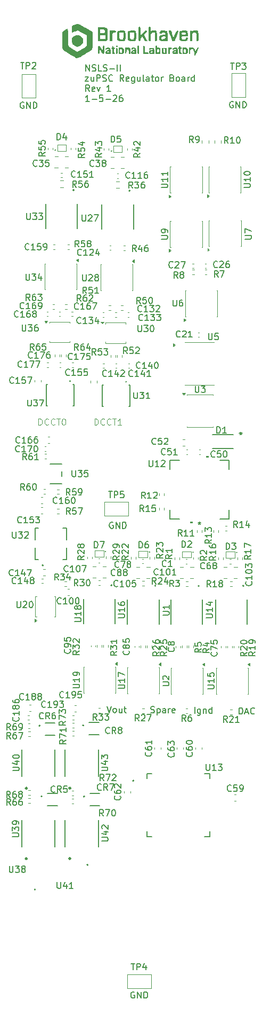
<source format=gbr>
%TF.GenerationSoftware,KiCad,Pcbnew,9.0.4-9.0.4-0~ubuntu22.04.1*%
%TF.CreationDate,2026-01-05T08:42:24-05:00*%
%TF.ProjectId,psc_daughter_brd,7073635f-6461-4756-9768-7465725f6272,rev?*%
%TF.SameCoordinates,Original*%
%TF.FileFunction,Legend,Top*%
%TF.FilePolarity,Positive*%
%FSLAX46Y46*%
G04 Gerber Fmt 4.6, Leading zero omitted, Abs format (unit mm)*
G04 Created by KiCad (PCBNEW 9.0.4-9.0.4-0~ubuntu22.04.1) date 2026-01-05 08:42:24*
%MOMM*%
%LPD*%
G01*
G04 APERTURE LIST*
%ADD10C,0.150000*%
%ADD11C,0.100000*%
%ADD12C,0.152400*%
%ADD13C,0.000000*%
%ADD14C,0.120000*%
%ADD15C,0.127000*%
%ADD16C,0.200000*%
%ADD17C,0.273607*%
%ADD18C,0.191421*%
G04 APERTURE END LIST*
D10*
X177101779Y-144704819D02*
X177101779Y-143704819D01*
X177101779Y-143704819D02*
X177339874Y-143704819D01*
X177339874Y-143704819D02*
X177482731Y-143752438D01*
X177482731Y-143752438D02*
X177577969Y-143847676D01*
X177577969Y-143847676D02*
X177625588Y-143942914D01*
X177625588Y-143942914D02*
X177673207Y-144133390D01*
X177673207Y-144133390D02*
X177673207Y-144276247D01*
X177673207Y-144276247D02*
X177625588Y-144466723D01*
X177625588Y-144466723D02*
X177577969Y-144561961D01*
X177577969Y-144561961D02*
X177482731Y-144657200D01*
X177482731Y-144657200D02*
X177339874Y-144704819D01*
X177339874Y-144704819D02*
X177101779Y-144704819D01*
X178054160Y-144419104D02*
X178530350Y-144419104D01*
X177958922Y-144704819D02*
X178292255Y-143704819D01*
X178292255Y-143704819D02*
X178625588Y-144704819D01*
X179530350Y-144609580D02*
X179482731Y-144657200D01*
X179482731Y-144657200D02*
X179339874Y-144704819D01*
X179339874Y-144704819D02*
X179244636Y-144704819D01*
X179244636Y-144704819D02*
X179101779Y-144657200D01*
X179101779Y-144657200D02*
X179006541Y-144561961D01*
X179006541Y-144561961D02*
X178958922Y-144466723D01*
X178958922Y-144466723D02*
X178911303Y-144276247D01*
X178911303Y-144276247D02*
X178911303Y-144133390D01*
X178911303Y-144133390D02*
X178958922Y-143942914D01*
X178958922Y-143942914D02*
X179006541Y-143847676D01*
X179006541Y-143847676D02*
X179101779Y-143752438D01*
X179101779Y-143752438D02*
X179244636Y-143704819D01*
X179244636Y-143704819D02*
X179339874Y-143704819D01*
X179339874Y-143704819D02*
X179482731Y-143752438D01*
X179482731Y-143752438D02*
X179530350Y-143800057D01*
X170021779Y-144554819D02*
X170021779Y-143554819D01*
X170926540Y-143888152D02*
X170926540Y-144697676D01*
X170926540Y-144697676D02*
X170878921Y-144792914D01*
X170878921Y-144792914D02*
X170831302Y-144840533D01*
X170831302Y-144840533D02*
X170736064Y-144888152D01*
X170736064Y-144888152D02*
X170593207Y-144888152D01*
X170593207Y-144888152D02*
X170497969Y-144840533D01*
X170926540Y-144507200D02*
X170831302Y-144554819D01*
X170831302Y-144554819D02*
X170640826Y-144554819D01*
X170640826Y-144554819D02*
X170545588Y-144507200D01*
X170545588Y-144507200D02*
X170497969Y-144459580D01*
X170497969Y-144459580D02*
X170450350Y-144364342D01*
X170450350Y-144364342D02*
X170450350Y-144078628D01*
X170450350Y-144078628D02*
X170497969Y-143983390D01*
X170497969Y-143983390D02*
X170545588Y-143935771D01*
X170545588Y-143935771D02*
X170640826Y-143888152D01*
X170640826Y-143888152D02*
X170831302Y-143888152D01*
X170831302Y-143888152D02*
X170926540Y-143935771D01*
X171402731Y-143888152D02*
X171402731Y-144554819D01*
X171402731Y-143983390D02*
X171450350Y-143935771D01*
X171450350Y-143935771D02*
X171545588Y-143888152D01*
X171545588Y-143888152D02*
X171688445Y-143888152D01*
X171688445Y-143888152D02*
X171783683Y-143935771D01*
X171783683Y-143935771D02*
X171831302Y-144031009D01*
X171831302Y-144031009D02*
X171831302Y-144554819D01*
X172736064Y-144554819D02*
X172736064Y-143554819D01*
X172736064Y-144507200D02*
X172640826Y-144554819D01*
X172640826Y-144554819D02*
X172450350Y-144554819D01*
X172450350Y-144554819D02*
X172355112Y-144507200D01*
X172355112Y-144507200D02*
X172307493Y-144459580D01*
X172307493Y-144459580D02*
X172259874Y-144364342D01*
X172259874Y-144364342D02*
X172259874Y-144078628D01*
X172259874Y-144078628D02*
X172307493Y-143983390D01*
X172307493Y-143983390D02*
X172355112Y-143935771D01*
X172355112Y-143935771D02*
X172450350Y-143888152D01*
X172450350Y-143888152D02*
X172640826Y-143888152D01*
X172640826Y-143888152D02*
X172736064Y-143935771D01*
X163039160Y-144465350D02*
X163182017Y-144512969D01*
X163182017Y-144512969D02*
X163420112Y-144512969D01*
X163420112Y-144512969D02*
X163515350Y-144465350D01*
X163515350Y-144465350D02*
X163562969Y-144417730D01*
X163562969Y-144417730D02*
X163610588Y-144322492D01*
X163610588Y-144322492D02*
X163610588Y-144227254D01*
X163610588Y-144227254D02*
X163562969Y-144132016D01*
X163562969Y-144132016D02*
X163515350Y-144084397D01*
X163515350Y-144084397D02*
X163420112Y-144036778D01*
X163420112Y-144036778D02*
X163229636Y-143989159D01*
X163229636Y-143989159D02*
X163134398Y-143941540D01*
X163134398Y-143941540D02*
X163086779Y-143893921D01*
X163086779Y-143893921D02*
X163039160Y-143798683D01*
X163039160Y-143798683D02*
X163039160Y-143703445D01*
X163039160Y-143703445D02*
X163086779Y-143608207D01*
X163086779Y-143608207D02*
X163134398Y-143560588D01*
X163134398Y-143560588D02*
X163229636Y-143512969D01*
X163229636Y-143512969D02*
X163467731Y-143512969D01*
X163467731Y-143512969D02*
X163610588Y-143560588D01*
X164039160Y-143846302D02*
X164039160Y-144846302D01*
X164039160Y-143893921D02*
X164134398Y-143846302D01*
X164134398Y-143846302D02*
X164324874Y-143846302D01*
X164324874Y-143846302D02*
X164420112Y-143893921D01*
X164420112Y-143893921D02*
X164467731Y-143941540D01*
X164467731Y-143941540D02*
X164515350Y-144036778D01*
X164515350Y-144036778D02*
X164515350Y-144322492D01*
X164515350Y-144322492D02*
X164467731Y-144417730D01*
X164467731Y-144417730D02*
X164420112Y-144465350D01*
X164420112Y-144465350D02*
X164324874Y-144512969D01*
X164324874Y-144512969D02*
X164134398Y-144512969D01*
X164134398Y-144512969D02*
X164039160Y-144465350D01*
X165372493Y-144512969D02*
X165372493Y-143989159D01*
X165372493Y-143989159D02*
X165324874Y-143893921D01*
X165324874Y-143893921D02*
X165229636Y-143846302D01*
X165229636Y-143846302D02*
X165039160Y-143846302D01*
X165039160Y-143846302D02*
X164943922Y-143893921D01*
X165372493Y-144465350D02*
X165277255Y-144512969D01*
X165277255Y-144512969D02*
X165039160Y-144512969D01*
X165039160Y-144512969D02*
X164943922Y-144465350D01*
X164943922Y-144465350D02*
X164896303Y-144370111D01*
X164896303Y-144370111D02*
X164896303Y-144274873D01*
X164896303Y-144274873D02*
X164943922Y-144179635D01*
X164943922Y-144179635D02*
X165039160Y-144132016D01*
X165039160Y-144132016D02*
X165277255Y-144132016D01*
X165277255Y-144132016D02*
X165372493Y-144084397D01*
X165848684Y-144512969D02*
X165848684Y-143846302D01*
X165848684Y-144036778D02*
X165896303Y-143941540D01*
X165896303Y-143941540D02*
X165943922Y-143893921D01*
X165943922Y-143893921D02*
X166039160Y-143846302D01*
X166039160Y-143846302D02*
X166134398Y-143846302D01*
X166848684Y-144465350D02*
X166753446Y-144512969D01*
X166753446Y-144512969D02*
X166562970Y-144512969D01*
X166562970Y-144512969D02*
X166467732Y-144465350D01*
X166467732Y-144465350D02*
X166420113Y-144370111D01*
X166420113Y-144370111D02*
X166420113Y-143989159D01*
X166420113Y-143989159D02*
X166467732Y-143893921D01*
X166467732Y-143893921D02*
X166562970Y-143846302D01*
X166562970Y-143846302D02*
X166753446Y-143846302D01*
X166753446Y-143846302D02*
X166848684Y-143893921D01*
X166848684Y-143893921D02*
X166896303Y-143989159D01*
X166896303Y-143989159D02*
X166896303Y-144084397D01*
X166896303Y-144084397D02*
X166420113Y-144179635D01*
X156093922Y-143469819D02*
X156427255Y-144469819D01*
X156427255Y-144469819D02*
X156760588Y-143469819D01*
X157236779Y-144469819D02*
X157141541Y-144422200D01*
X157141541Y-144422200D02*
X157093922Y-144374580D01*
X157093922Y-144374580D02*
X157046303Y-144279342D01*
X157046303Y-144279342D02*
X157046303Y-143993628D01*
X157046303Y-143993628D02*
X157093922Y-143898390D01*
X157093922Y-143898390D02*
X157141541Y-143850771D01*
X157141541Y-143850771D02*
X157236779Y-143803152D01*
X157236779Y-143803152D02*
X157379636Y-143803152D01*
X157379636Y-143803152D02*
X157474874Y-143850771D01*
X157474874Y-143850771D02*
X157522493Y-143898390D01*
X157522493Y-143898390D02*
X157570112Y-143993628D01*
X157570112Y-143993628D02*
X157570112Y-144279342D01*
X157570112Y-144279342D02*
X157522493Y-144374580D01*
X157522493Y-144374580D02*
X157474874Y-144422200D01*
X157474874Y-144422200D02*
X157379636Y-144469819D01*
X157379636Y-144469819D02*
X157236779Y-144469819D01*
X158427255Y-143803152D02*
X158427255Y-144469819D01*
X157998684Y-143803152D02*
X157998684Y-144326961D01*
X157998684Y-144326961D02*
X158046303Y-144422200D01*
X158046303Y-144422200D02*
X158141541Y-144469819D01*
X158141541Y-144469819D02*
X158284398Y-144469819D01*
X158284398Y-144469819D02*
X158379636Y-144422200D01*
X158379636Y-144422200D02*
X158427255Y-144374580D01*
X158760589Y-143803152D02*
X159141541Y-143803152D01*
X158903446Y-143469819D02*
X158903446Y-144326961D01*
X158903446Y-144326961D02*
X158951065Y-144422200D01*
X158951065Y-144422200D02*
X159046303Y-144469819D01*
X159046303Y-144469819D02*
X159141541Y-144469819D01*
D11*
X154103884Y-98872419D02*
X154103884Y-97872419D01*
X154103884Y-97872419D02*
X154341979Y-97872419D01*
X154341979Y-97872419D02*
X154484836Y-97920038D01*
X154484836Y-97920038D02*
X154580074Y-98015276D01*
X154580074Y-98015276D02*
X154627693Y-98110514D01*
X154627693Y-98110514D02*
X154675312Y-98300990D01*
X154675312Y-98300990D02*
X154675312Y-98443847D01*
X154675312Y-98443847D02*
X154627693Y-98634323D01*
X154627693Y-98634323D02*
X154580074Y-98729561D01*
X154580074Y-98729561D02*
X154484836Y-98824800D01*
X154484836Y-98824800D02*
X154341979Y-98872419D01*
X154341979Y-98872419D02*
X154103884Y-98872419D01*
X155675312Y-98777180D02*
X155627693Y-98824800D01*
X155627693Y-98824800D02*
X155484836Y-98872419D01*
X155484836Y-98872419D02*
X155389598Y-98872419D01*
X155389598Y-98872419D02*
X155246741Y-98824800D01*
X155246741Y-98824800D02*
X155151503Y-98729561D01*
X155151503Y-98729561D02*
X155103884Y-98634323D01*
X155103884Y-98634323D02*
X155056265Y-98443847D01*
X155056265Y-98443847D02*
X155056265Y-98300990D01*
X155056265Y-98300990D02*
X155103884Y-98110514D01*
X155103884Y-98110514D02*
X155151503Y-98015276D01*
X155151503Y-98015276D02*
X155246741Y-97920038D01*
X155246741Y-97920038D02*
X155389598Y-97872419D01*
X155389598Y-97872419D02*
X155484836Y-97872419D01*
X155484836Y-97872419D02*
X155627693Y-97920038D01*
X155627693Y-97920038D02*
X155675312Y-97967657D01*
X156675312Y-98777180D02*
X156627693Y-98824800D01*
X156627693Y-98824800D02*
X156484836Y-98872419D01*
X156484836Y-98872419D02*
X156389598Y-98872419D01*
X156389598Y-98872419D02*
X156246741Y-98824800D01*
X156246741Y-98824800D02*
X156151503Y-98729561D01*
X156151503Y-98729561D02*
X156103884Y-98634323D01*
X156103884Y-98634323D02*
X156056265Y-98443847D01*
X156056265Y-98443847D02*
X156056265Y-98300990D01*
X156056265Y-98300990D02*
X156103884Y-98110514D01*
X156103884Y-98110514D02*
X156151503Y-98015276D01*
X156151503Y-98015276D02*
X156246741Y-97920038D01*
X156246741Y-97920038D02*
X156389598Y-97872419D01*
X156389598Y-97872419D02*
X156484836Y-97872419D01*
X156484836Y-97872419D02*
X156627693Y-97920038D01*
X156627693Y-97920038D02*
X156675312Y-97967657D01*
X156961027Y-97872419D02*
X157532455Y-97872419D01*
X157246741Y-98872419D02*
X157246741Y-97872419D01*
X158389598Y-98872419D02*
X157818170Y-98872419D01*
X158103884Y-98872419D02*
X158103884Y-97872419D01*
X158103884Y-97872419D02*
X158008646Y-98015276D01*
X158008646Y-98015276D02*
X157913408Y-98110514D01*
X157913408Y-98110514D02*
X157818170Y-98158133D01*
X145203884Y-98872419D02*
X145203884Y-97872419D01*
X145203884Y-97872419D02*
X145441979Y-97872419D01*
X145441979Y-97872419D02*
X145584836Y-97920038D01*
X145584836Y-97920038D02*
X145680074Y-98015276D01*
X145680074Y-98015276D02*
X145727693Y-98110514D01*
X145727693Y-98110514D02*
X145775312Y-98300990D01*
X145775312Y-98300990D02*
X145775312Y-98443847D01*
X145775312Y-98443847D02*
X145727693Y-98634323D01*
X145727693Y-98634323D02*
X145680074Y-98729561D01*
X145680074Y-98729561D02*
X145584836Y-98824800D01*
X145584836Y-98824800D02*
X145441979Y-98872419D01*
X145441979Y-98872419D02*
X145203884Y-98872419D01*
X146775312Y-98777180D02*
X146727693Y-98824800D01*
X146727693Y-98824800D02*
X146584836Y-98872419D01*
X146584836Y-98872419D02*
X146489598Y-98872419D01*
X146489598Y-98872419D02*
X146346741Y-98824800D01*
X146346741Y-98824800D02*
X146251503Y-98729561D01*
X146251503Y-98729561D02*
X146203884Y-98634323D01*
X146203884Y-98634323D02*
X146156265Y-98443847D01*
X146156265Y-98443847D02*
X146156265Y-98300990D01*
X146156265Y-98300990D02*
X146203884Y-98110514D01*
X146203884Y-98110514D02*
X146251503Y-98015276D01*
X146251503Y-98015276D02*
X146346741Y-97920038D01*
X146346741Y-97920038D02*
X146489598Y-97872419D01*
X146489598Y-97872419D02*
X146584836Y-97872419D01*
X146584836Y-97872419D02*
X146727693Y-97920038D01*
X146727693Y-97920038D02*
X146775312Y-97967657D01*
X147775312Y-98777180D02*
X147727693Y-98824800D01*
X147727693Y-98824800D02*
X147584836Y-98872419D01*
X147584836Y-98872419D02*
X147489598Y-98872419D01*
X147489598Y-98872419D02*
X147346741Y-98824800D01*
X147346741Y-98824800D02*
X147251503Y-98729561D01*
X147251503Y-98729561D02*
X147203884Y-98634323D01*
X147203884Y-98634323D02*
X147156265Y-98443847D01*
X147156265Y-98443847D02*
X147156265Y-98300990D01*
X147156265Y-98300990D02*
X147203884Y-98110514D01*
X147203884Y-98110514D02*
X147251503Y-98015276D01*
X147251503Y-98015276D02*
X147346741Y-97920038D01*
X147346741Y-97920038D02*
X147489598Y-97872419D01*
X147489598Y-97872419D02*
X147584836Y-97872419D01*
X147584836Y-97872419D02*
X147727693Y-97920038D01*
X147727693Y-97920038D02*
X147775312Y-97967657D01*
X148061027Y-97872419D02*
X148632455Y-97872419D01*
X148346741Y-98872419D02*
X148346741Y-97872419D01*
X149156265Y-97872419D02*
X149251503Y-97872419D01*
X149251503Y-97872419D02*
X149346741Y-97920038D01*
X149346741Y-97920038D02*
X149394360Y-97967657D01*
X149394360Y-97967657D02*
X149441979Y-98062895D01*
X149441979Y-98062895D02*
X149489598Y-98253371D01*
X149489598Y-98253371D02*
X149489598Y-98491466D01*
X149489598Y-98491466D02*
X149441979Y-98681942D01*
X149441979Y-98681942D02*
X149394360Y-98777180D01*
X149394360Y-98777180D02*
X149346741Y-98824800D01*
X149346741Y-98824800D02*
X149251503Y-98872419D01*
X149251503Y-98872419D02*
X149156265Y-98872419D01*
X149156265Y-98872419D02*
X149061027Y-98824800D01*
X149061027Y-98824800D02*
X149013408Y-98777180D01*
X149013408Y-98777180D02*
X148965789Y-98681942D01*
X148965789Y-98681942D02*
X148918170Y-98491466D01*
X148918170Y-98491466D02*
X148918170Y-98253371D01*
X148918170Y-98253371D02*
X148965789Y-98062895D01*
X148965789Y-98062895D02*
X149013408Y-97967657D01*
X149013408Y-97967657D02*
X149061027Y-97920038D01*
X149061027Y-97920038D02*
X149156265Y-97872419D01*
D10*
X152736779Y-42739987D02*
X152736779Y-41739987D01*
X152736779Y-41739987D02*
X153308207Y-42739987D01*
X153308207Y-42739987D02*
X153308207Y-41739987D01*
X153736779Y-42692368D02*
X153879636Y-42739987D01*
X153879636Y-42739987D02*
X154117731Y-42739987D01*
X154117731Y-42739987D02*
X154212969Y-42692368D01*
X154212969Y-42692368D02*
X154260588Y-42644748D01*
X154260588Y-42644748D02*
X154308207Y-42549510D01*
X154308207Y-42549510D02*
X154308207Y-42454272D01*
X154308207Y-42454272D02*
X154260588Y-42359034D01*
X154260588Y-42359034D02*
X154212969Y-42311415D01*
X154212969Y-42311415D02*
X154117731Y-42263796D01*
X154117731Y-42263796D02*
X153927255Y-42216177D01*
X153927255Y-42216177D02*
X153832017Y-42168558D01*
X153832017Y-42168558D02*
X153784398Y-42120939D01*
X153784398Y-42120939D02*
X153736779Y-42025701D01*
X153736779Y-42025701D02*
X153736779Y-41930463D01*
X153736779Y-41930463D02*
X153784398Y-41835225D01*
X153784398Y-41835225D02*
X153832017Y-41787606D01*
X153832017Y-41787606D02*
X153927255Y-41739987D01*
X153927255Y-41739987D02*
X154165350Y-41739987D01*
X154165350Y-41739987D02*
X154308207Y-41787606D01*
X155212969Y-42739987D02*
X154736779Y-42739987D01*
X154736779Y-42739987D02*
X154736779Y-41739987D01*
X155498684Y-42692368D02*
X155641541Y-42739987D01*
X155641541Y-42739987D02*
X155879636Y-42739987D01*
X155879636Y-42739987D02*
X155974874Y-42692368D01*
X155974874Y-42692368D02*
X156022493Y-42644748D01*
X156022493Y-42644748D02*
X156070112Y-42549510D01*
X156070112Y-42549510D02*
X156070112Y-42454272D01*
X156070112Y-42454272D02*
X156022493Y-42359034D01*
X156022493Y-42359034D02*
X155974874Y-42311415D01*
X155974874Y-42311415D02*
X155879636Y-42263796D01*
X155879636Y-42263796D02*
X155689160Y-42216177D01*
X155689160Y-42216177D02*
X155593922Y-42168558D01*
X155593922Y-42168558D02*
X155546303Y-42120939D01*
X155546303Y-42120939D02*
X155498684Y-42025701D01*
X155498684Y-42025701D02*
X155498684Y-41930463D01*
X155498684Y-41930463D02*
X155546303Y-41835225D01*
X155546303Y-41835225D02*
X155593922Y-41787606D01*
X155593922Y-41787606D02*
X155689160Y-41739987D01*
X155689160Y-41739987D02*
X155927255Y-41739987D01*
X155927255Y-41739987D02*
X156070112Y-41787606D01*
X156498684Y-42359034D02*
X157260589Y-42359034D01*
X157736779Y-42739987D02*
X157736779Y-41739987D01*
X158212969Y-42739987D02*
X158212969Y-41739987D01*
X152641541Y-43683264D02*
X153165350Y-43683264D01*
X153165350Y-43683264D02*
X152641541Y-44349931D01*
X152641541Y-44349931D02*
X153165350Y-44349931D01*
X153974874Y-43683264D02*
X153974874Y-44349931D01*
X153546303Y-43683264D02*
X153546303Y-44207073D01*
X153546303Y-44207073D02*
X153593922Y-44302312D01*
X153593922Y-44302312D02*
X153689160Y-44349931D01*
X153689160Y-44349931D02*
X153832017Y-44349931D01*
X153832017Y-44349931D02*
X153927255Y-44302312D01*
X153927255Y-44302312D02*
X153974874Y-44254692D01*
X154451065Y-44349931D02*
X154451065Y-43349931D01*
X154451065Y-43349931D02*
X154832017Y-43349931D01*
X154832017Y-43349931D02*
X154927255Y-43397550D01*
X154927255Y-43397550D02*
X154974874Y-43445169D01*
X154974874Y-43445169D02*
X155022493Y-43540407D01*
X155022493Y-43540407D02*
X155022493Y-43683264D01*
X155022493Y-43683264D02*
X154974874Y-43778502D01*
X154974874Y-43778502D02*
X154927255Y-43826121D01*
X154927255Y-43826121D02*
X154832017Y-43873740D01*
X154832017Y-43873740D02*
X154451065Y-43873740D01*
X155403446Y-44302312D02*
X155546303Y-44349931D01*
X155546303Y-44349931D02*
X155784398Y-44349931D01*
X155784398Y-44349931D02*
X155879636Y-44302312D01*
X155879636Y-44302312D02*
X155927255Y-44254692D01*
X155927255Y-44254692D02*
X155974874Y-44159454D01*
X155974874Y-44159454D02*
X155974874Y-44064216D01*
X155974874Y-44064216D02*
X155927255Y-43968978D01*
X155927255Y-43968978D02*
X155879636Y-43921359D01*
X155879636Y-43921359D02*
X155784398Y-43873740D01*
X155784398Y-43873740D02*
X155593922Y-43826121D01*
X155593922Y-43826121D02*
X155498684Y-43778502D01*
X155498684Y-43778502D02*
X155451065Y-43730883D01*
X155451065Y-43730883D02*
X155403446Y-43635645D01*
X155403446Y-43635645D02*
X155403446Y-43540407D01*
X155403446Y-43540407D02*
X155451065Y-43445169D01*
X155451065Y-43445169D02*
X155498684Y-43397550D01*
X155498684Y-43397550D02*
X155593922Y-43349931D01*
X155593922Y-43349931D02*
X155832017Y-43349931D01*
X155832017Y-43349931D02*
X155974874Y-43397550D01*
X156974874Y-44254692D02*
X156927255Y-44302312D01*
X156927255Y-44302312D02*
X156784398Y-44349931D01*
X156784398Y-44349931D02*
X156689160Y-44349931D01*
X156689160Y-44349931D02*
X156546303Y-44302312D01*
X156546303Y-44302312D02*
X156451065Y-44207073D01*
X156451065Y-44207073D02*
X156403446Y-44111835D01*
X156403446Y-44111835D02*
X156355827Y-43921359D01*
X156355827Y-43921359D02*
X156355827Y-43778502D01*
X156355827Y-43778502D02*
X156403446Y-43588026D01*
X156403446Y-43588026D02*
X156451065Y-43492788D01*
X156451065Y-43492788D02*
X156546303Y-43397550D01*
X156546303Y-43397550D02*
X156689160Y-43349931D01*
X156689160Y-43349931D02*
X156784398Y-43349931D01*
X156784398Y-43349931D02*
X156927255Y-43397550D01*
X156927255Y-43397550D02*
X156974874Y-43445169D01*
X158736779Y-44349931D02*
X158403446Y-43873740D01*
X158165351Y-44349931D02*
X158165351Y-43349931D01*
X158165351Y-43349931D02*
X158546303Y-43349931D01*
X158546303Y-43349931D02*
X158641541Y-43397550D01*
X158641541Y-43397550D02*
X158689160Y-43445169D01*
X158689160Y-43445169D02*
X158736779Y-43540407D01*
X158736779Y-43540407D02*
X158736779Y-43683264D01*
X158736779Y-43683264D02*
X158689160Y-43778502D01*
X158689160Y-43778502D02*
X158641541Y-43826121D01*
X158641541Y-43826121D02*
X158546303Y-43873740D01*
X158546303Y-43873740D02*
X158165351Y-43873740D01*
X159546303Y-44302312D02*
X159451065Y-44349931D01*
X159451065Y-44349931D02*
X159260589Y-44349931D01*
X159260589Y-44349931D02*
X159165351Y-44302312D01*
X159165351Y-44302312D02*
X159117732Y-44207073D01*
X159117732Y-44207073D02*
X159117732Y-43826121D01*
X159117732Y-43826121D02*
X159165351Y-43730883D01*
X159165351Y-43730883D02*
X159260589Y-43683264D01*
X159260589Y-43683264D02*
X159451065Y-43683264D01*
X159451065Y-43683264D02*
X159546303Y-43730883D01*
X159546303Y-43730883D02*
X159593922Y-43826121D01*
X159593922Y-43826121D02*
X159593922Y-43921359D01*
X159593922Y-43921359D02*
X159117732Y-44016597D01*
X160451065Y-43683264D02*
X160451065Y-44492788D01*
X160451065Y-44492788D02*
X160403446Y-44588026D01*
X160403446Y-44588026D02*
X160355827Y-44635645D01*
X160355827Y-44635645D02*
X160260589Y-44683264D01*
X160260589Y-44683264D02*
X160117732Y-44683264D01*
X160117732Y-44683264D02*
X160022494Y-44635645D01*
X160451065Y-44302312D02*
X160355827Y-44349931D01*
X160355827Y-44349931D02*
X160165351Y-44349931D01*
X160165351Y-44349931D02*
X160070113Y-44302312D01*
X160070113Y-44302312D02*
X160022494Y-44254692D01*
X160022494Y-44254692D02*
X159974875Y-44159454D01*
X159974875Y-44159454D02*
X159974875Y-43873740D01*
X159974875Y-43873740D02*
X160022494Y-43778502D01*
X160022494Y-43778502D02*
X160070113Y-43730883D01*
X160070113Y-43730883D02*
X160165351Y-43683264D01*
X160165351Y-43683264D02*
X160355827Y-43683264D01*
X160355827Y-43683264D02*
X160451065Y-43730883D01*
X161355827Y-43683264D02*
X161355827Y-44349931D01*
X160927256Y-43683264D02*
X160927256Y-44207073D01*
X160927256Y-44207073D02*
X160974875Y-44302312D01*
X160974875Y-44302312D02*
X161070113Y-44349931D01*
X161070113Y-44349931D02*
X161212970Y-44349931D01*
X161212970Y-44349931D02*
X161308208Y-44302312D01*
X161308208Y-44302312D02*
X161355827Y-44254692D01*
X161974875Y-44349931D02*
X161879637Y-44302312D01*
X161879637Y-44302312D02*
X161832018Y-44207073D01*
X161832018Y-44207073D02*
X161832018Y-43349931D01*
X162784399Y-44349931D02*
X162784399Y-43826121D01*
X162784399Y-43826121D02*
X162736780Y-43730883D01*
X162736780Y-43730883D02*
X162641542Y-43683264D01*
X162641542Y-43683264D02*
X162451066Y-43683264D01*
X162451066Y-43683264D02*
X162355828Y-43730883D01*
X162784399Y-44302312D02*
X162689161Y-44349931D01*
X162689161Y-44349931D02*
X162451066Y-44349931D01*
X162451066Y-44349931D02*
X162355828Y-44302312D01*
X162355828Y-44302312D02*
X162308209Y-44207073D01*
X162308209Y-44207073D02*
X162308209Y-44111835D01*
X162308209Y-44111835D02*
X162355828Y-44016597D01*
X162355828Y-44016597D02*
X162451066Y-43968978D01*
X162451066Y-43968978D02*
X162689161Y-43968978D01*
X162689161Y-43968978D02*
X162784399Y-43921359D01*
X163117733Y-43683264D02*
X163498685Y-43683264D01*
X163260590Y-43349931D02*
X163260590Y-44207073D01*
X163260590Y-44207073D02*
X163308209Y-44302312D01*
X163308209Y-44302312D02*
X163403447Y-44349931D01*
X163403447Y-44349931D02*
X163498685Y-44349931D01*
X163974876Y-44349931D02*
X163879638Y-44302312D01*
X163879638Y-44302312D02*
X163832019Y-44254692D01*
X163832019Y-44254692D02*
X163784400Y-44159454D01*
X163784400Y-44159454D02*
X163784400Y-43873740D01*
X163784400Y-43873740D02*
X163832019Y-43778502D01*
X163832019Y-43778502D02*
X163879638Y-43730883D01*
X163879638Y-43730883D02*
X163974876Y-43683264D01*
X163974876Y-43683264D02*
X164117733Y-43683264D01*
X164117733Y-43683264D02*
X164212971Y-43730883D01*
X164212971Y-43730883D02*
X164260590Y-43778502D01*
X164260590Y-43778502D02*
X164308209Y-43873740D01*
X164308209Y-43873740D02*
X164308209Y-44159454D01*
X164308209Y-44159454D02*
X164260590Y-44254692D01*
X164260590Y-44254692D02*
X164212971Y-44302312D01*
X164212971Y-44302312D02*
X164117733Y-44349931D01*
X164117733Y-44349931D02*
X163974876Y-44349931D01*
X164736781Y-44349931D02*
X164736781Y-43683264D01*
X164736781Y-43873740D02*
X164784400Y-43778502D01*
X164784400Y-43778502D02*
X164832019Y-43730883D01*
X164832019Y-43730883D02*
X164927257Y-43683264D01*
X164927257Y-43683264D02*
X165022495Y-43683264D01*
X166451067Y-43826121D02*
X166593924Y-43873740D01*
X166593924Y-43873740D02*
X166641543Y-43921359D01*
X166641543Y-43921359D02*
X166689162Y-44016597D01*
X166689162Y-44016597D02*
X166689162Y-44159454D01*
X166689162Y-44159454D02*
X166641543Y-44254692D01*
X166641543Y-44254692D02*
X166593924Y-44302312D01*
X166593924Y-44302312D02*
X166498686Y-44349931D01*
X166498686Y-44349931D02*
X166117734Y-44349931D01*
X166117734Y-44349931D02*
X166117734Y-43349931D01*
X166117734Y-43349931D02*
X166451067Y-43349931D01*
X166451067Y-43349931D02*
X166546305Y-43397550D01*
X166546305Y-43397550D02*
X166593924Y-43445169D01*
X166593924Y-43445169D02*
X166641543Y-43540407D01*
X166641543Y-43540407D02*
X166641543Y-43635645D01*
X166641543Y-43635645D02*
X166593924Y-43730883D01*
X166593924Y-43730883D02*
X166546305Y-43778502D01*
X166546305Y-43778502D02*
X166451067Y-43826121D01*
X166451067Y-43826121D02*
X166117734Y-43826121D01*
X167260591Y-44349931D02*
X167165353Y-44302312D01*
X167165353Y-44302312D02*
X167117734Y-44254692D01*
X167117734Y-44254692D02*
X167070115Y-44159454D01*
X167070115Y-44159454D02*
X167070115Y-43873740D01*
X167070115Y-43873740D02*
X167117734Y-43778502D01*
X167117734Y-43778502D02*
X167165353Y-43730883D01*
X167165353Y-43730883D02*
X167260591Y-43683264D01*
X167260591Y-43683264D02*
X167403448Y-43683264D01*
X167403448Y-43683264D02*
X167498686Y-43730883D01*
X167498686Y-43730883D02*
X167546305Y-43778502D01*
X167546305Y-43778502D02*
X167593924Y-43873740D01*
X167593924Y-43873740D02*
X167593924Y-44159454D01*
X167593924Y-44159454D02*
X167546305Y-44254692D01*
X167546305Y-44254692D02*
X167498686Y-44302312D01*
X167498686Y-44302312D02*
X167403448Y-44349931D01*
X167403448Y-44349931D02*
X167260591Y-44349931D01*
X168451067Y-44349931D02*
X168451067Y-43826121D01*
X168451067Y-43826121D02*
X168403448Y-43730883D01*
X168403448Y-43730883D02*
X168308210Y-43683264D01*
X168308210Y-43683264D02*
X168117734Y-43683264D01*
X168117734Y-43683264D02*
X168022496Y-43730883D01*
X168451067Y-44302312D02*
X168355829Y-44349931D01*
X168355829Y-44349931D02*
X168117734Y-44349931D01*
X168117734Y-44349931D02*
X168022496Y-44302312D01*
X168022496Y-44302312D02*
X167974877Y-44207073D01*
X167974877Y-44207073D02*
X167974877Y-44111835D01*
X167974877Y-44111835D02*
X168022496Y-44016597D01*
X168022496Y-44016597D02*
X168117734Y-43968978D01*
X168117734Y-43968978D02*
X168355829Y-43968978D01*
X168355829Y-43968978D02*
X168451067Y-43921359D01*
X168927258Y-44349931D02*
X168927258Y-43683264D01*
X168927258Y-43873740D02*
X168974877Y-43778502D01*
X168974877Y-43778502D02*
X169022496Y-43730883D01*
X169022496Y-43730883D02*
X169117734Y-43683264D01*
X169117734Y-43683264D02*
X169212972Y-43683264D01*
X169974877Y-44349931D02*
X169974877Y-43349931D01*
X169974877Y-44302312D02*
X169879639Y-44349931D01*
X169879639Y-44349931D02*
X169689163Y-44349931D01*
X169689163Y-44349931D02*
X169593925Y-44302312D01*
X169593925Y-44302312D02*
X169546306Y-44254692D01*
X169546306Y-44254692D02*
X169498687Y-44159454D01*
X169498687Y-44159454D02*
X169498687Y-43873740D01*
X169498687Y-43873740D02*
X169546306Y-43778502D01*
X169546306Y-43778502D02*
X169593925Y-43730883D01*
X169593925Y-43730883D02*
X169689163Y-43683264D01*
X169689163Y-43683264D02*
X169879639Y-43683264D01*
X169879639Y-43683264D02*
X169974877Y-43730883D01*
X153308207Y-45959875D02*
X152974874Y-45483684D01*
X152736779Y-45959875D02*
X152736779Y-44959875D01*
X152736779Y-44959875D02*
X153117731Y-44959875D01*
X153117731Y-44959875D02*
X153212969Y-45007494D01*
X153212969Y-45007494D02*
X153260588Y-45055113D01*
X153260588Y-45055113D02*
X153308207Y-45150351D01*
X153308207Y-45150351D02*
X153308207Y-45293208D01*
X153308207Y-45293208D02*
X153260588Y-45388446D01*
X153260588Y-45388446D02*
X153212969Y-45436065D01*
X153212969Y-45436065D02*
X153117731Y-45483684D01*
X153117731Y-45483684D02*
X152736779Y-45483684D01*
X154117731Y-45912256D02*
X154022493Y-45959875D01*
X154022493Y-45959875D02*
X153832017Y-45959875D01*
X153832017Y-45959875D02*
X153736779Y-45912256D01*
X153736779Y-45912256D02*
X153689160Y-45817017D01*
X153689160Y-45817017D02*
X153689160Y-45436065D01*
X153689160Y-45436065D02*
X153736779Y-45340827D01*
X153736779Y-45340827D02*
X153832017Y-45293208D01*
X153832017Y-45293208D02*
X154022493Y-45293208D01*
X154022493Y-45293208D02*
X154117731Y-45340827D01*
X154117731Y-45340827D02*
X154165350Y-45436065D01*
X154165350Y-45436065D02*
X154165350Y-45531303D01*
X154165350Y-45531303D02*
X153689160Y-45626541D01*
X154498684Y-45293208D02*
X154736779Y-45959875D01*
X154736779Y-45959875D02*
X154974874Y-45293208D01*
X156641541Y-45959875D02*
X156070113Y-45959875D01*
X156355827Y-45959875D02*
X156355827Y-44959875D01*
X156355827Y-44959875D02*
X156260589Y-45102732D01*
X156260589Y-45102732D02*
X156165351Y-45197970D01*
X156165351Y-45197970D02*
X156070113Y-45245589D01*
X153260588Y-47569819D02*
X152689160Y-47569819D01*
X152974874Y-47569819D02*
X152974874Y-46569819D01*
X152974874Y-46569819D02*
X152879636Y-46712676D01*
X152879636Y-46712676D02*
X152784398Y-46807914D01*
X152784398Y-46807914D02*
X152689160Y-46855533D01*
X153689160Y-47188866D02*
X154451065Y-47188866D01*
X155403445Y-46569819D02*
X154927255Y-46569819D01*
X154927255Y-46569819D02*
X154879636Y-47046009D01*
X154879636Y-47046009D02*
X154927255Y-46998390D01*
X154927255Y-46998390D02*
X155022493Y-46950771D01*
X155022493Y-46950771D02*
X155260588Y-46950771D01*
X155260588Y-46950771D02*
X155355826Y-46998390D01*
X155355826Y-46998390D02*
X155403445Y-47046009D01*
X155403445Y-47046009D02*
X155451064Y-47141247D01*
X155451064Y-47141247D02*
X155451064Y-47379342D01*
X155451064Y-47379342D02*
X155403445Y-47474580D01*
X155403445Y-47474580D02*
X155355826Y-47522200D01*
X155355826Y-47522200D02*
X155260588Y-47569819D01*
X155260588Y-47569819D02*
X155022493Y-47569819D01*
X155022493Y-47569819D02*
X154927255Y-47522200D01*
X154927255Y-47522200D02*
X154879636Y-47474580D01*
X155879636Y-47188866D02*
X156641541Y-47188866D01*
X157070112Y-46665057D02*
X157117731Y-46617438D01*
X157117731Y-46617438D02*
X157212969Y-46569819D01*
X157212969Y-46569819D02*
X157451064Y-46569819D01*
X157451064Y-46569819D02*
X157546302Y-46617438D01*
X157546302Y-46617438D02*
X157593921Y-46665057D01*
X157593921Y-46665057D02*
X157641540Y-46760295D01*
X157641540Y-46760295D02*
X157641540Y-46855533D01*
X157641540Y-46855533D02*
X157593921Y-46998390D01*
X157593921Y-46998390D02*
X157022493Y-47569819D01*
X157022493Y-47569819D02*
X157641540Y-47569819D01*
X158498683Y-46569819D02*
X158308207Y-46569819D01*
X158308207Y-46569819D02*
X158212969Y-46617438D01*
X158212969Y-46617438D02*
X158165350Y-46665057D01*
X158165350Y-46665057D02*
X158070112Y-46807914D01*
X158070112Y-46807914D02*
X158022493Y-46998390D01*
X158022493Y-46998390D02*
X158022493Y-47379342D01*
X158022493Y-47379342D02*
X158070112Y-47474580D01*
X158070112Y-47474580D02*
X158117731Y-47522200D01*
X158117731Y-47522200D02*
X158212969Y-47569819D01*
X158212969Y-47569819D02*
X158403445Y-47569819D01*
X158403445Y-47569819D02*
X158498683Y-47522200D01*
X158498683Y-47522200D02*
X158546302Y-47474580D01*
X158546302Y-47474580D02*
X158593921Y-47379342D01*
X158593921Y-47379342D02*
X158593921Y-47141247D01*
X158593921Y-47141247D02*
X158546302Y-47046009D01*
X158546302Y-47046009D02*
X158498683Y-46998390D01*
X158498683Y-46998390D02*
X158403445Y-46950771D01*
X158403445Y-46950771D02*
X158212969Y-46950771D01*
X158212969Y-46950771D02*
X158117731Y-46998390D01*
X158117731Y-46998390D02*
X158070112Y-47046009D01*
X158070112Y-47046009D02*
X158022493Y-47141247D01*
X177360000Y-99994819D02*
X177360000Y-100232914D01*
X177121905Y-100137676D02*
X177360000Y-100232914D01*
X177360000Y-100232914D02*
X177598095Y-100137676D01*
X177217143Y-100423390D02*
X177360000Y-100232914D01*
X177360000Y-100232914D02*
X177502857Y-100423390D01*
X143461905Y-94854819D02*
X143461905Y-95664342D01*
X143461905Y-95664342D02*
X143509524Y-95759580D01*
X143509524Y-95759580D02*
X143557143Y-95807200D01*
X143557143Y-95807200D02*
X143652381Y-95854819D01*
X143652381Y-95854819D02*
X143842857Y-95854819D01*
X143842857Y-95854819D02*
X143938095Y-95807200D01*
X143938095Y-95807200D02*
X143985714Y-95759580D01*
X143985714Y-95759580D02*
X144033333Y-95664342D01*
X144033333Y-95664342D02*
X144033333Y-94854819D01*
X144414286Y-94854819D02*
X145033333Y-94854819D01*
X145033333Y-94854819D02*
X144700000Y-95235771D01*
X144700000Y-95235771D02*
X144842857Y-95235771D01*
X144842857Y-95235771D02*
X144938095Y-95283390D01*
X144938095Y-95283390D02*
X144985714Y-95331009D01*
X144985714Y-95331009D02*
X145033333Y-95426247D01*
X145033333Y-95426247D02*
X145033333Y-95664342D01*
X145033333Y-95664342D02*
X144985714Y-95759580D01*
X144985714Y-95759580D02*
X144938095Y-95807200D01*
X144938095Y-95807200D02*
X144842857Y-95854819D01*
X144842857Y-95854819D02*
X144557143Y-95854819D01*
X144557143Y-95854819D02*
X144461905Y-95807200D01*
X144461905Y-95807200D02*
X144414286Y-95759580D01*
X145366667Y-94854819D02*
X146033333Y-94854819D01*
X146033333Y-94854819D02*
X145604762Y-95854819D01*
X160361905Y-93669719D02*
X160361905Y-94479242D01*
X160361905Y-94479242D02*
X160409524Y-94574480D01*
X160409524Y-94574480D02*
X160457143Y-94622100D01*
X160457143Y-94622100D02*
X160552381Y-94669719D01*
X160552381Y-94669719D02*
X160742857Y-94669719D01*
X160742857Y-94669719D02*
X160838095Y-94622100D01*
X160838095Y-94622100D02*
X160885714Y-94574480D01*
X160885714Y-94574480D02*
X160933333Y-94479242D01*
X160933333Y-94479242D02*
X160933333Y-93669719D01*
X161314286Y-93669719D02*
X161933333Y-93669719D01*
X161933333Y-93669719D02*
X161600000Y-94050671D01*
X161600000Y-94050671D02*
X161742857Y-94050671D01*
X161742857Y-94050671D02*
X161838095Y-94098290D01*
X161838095Y-94098290D02*
X161885714Y-94145909D01*
X161885714Y-94145909D02*
X161933333Y-94241147D01*
X161933333Y-94241147D02*
X161933333Y-94479242D01*
X161933333Y-94479242D02*
X161885714Y-94574480D01*
X161885714Y-94574480D02*
X161838095Y-94622100D01*
X161838095Y-94622100D02*
X161742857Y-94669719D01*
X161742857Y-94669719D02*
X161457143Y-94669719D01*
X161457143Y-94669719D02*
X161361905Y-94622100D01*
X161361905Y-94622100D02*
X161314286Y-94574480D01*
X162885714Y-94669719D02*
X162314286Y-94669719D01*
X162600000Y-94669719D02*
X162600000Y-93669719D01*
X162600000Y-93669719D02*
X162504762Y-93812576D01*
X162504762Y-93812576D02*
X162409524Y-93907814D01*
X162409524Y-93907814D02*
X162314286Y-93955433D01*
X162761905Y-104454819D02*
X162761905Y-105264342D01*
X162761905Y-105264342D02*
X162809524Y-105359580D01*
X162809524Y-105359580D02*
X162857143Y-105407200D01*
X162857143Y-105407200D02*
X162952381Y-105454819D01*
X162952381Y-105454819D02*
X163142857Y-105454819D01*
X163142857Y-105454819D02*
X163238095Y-105407200D01*
X163238095Y-105407200D02*
X163285714Y-105359580D01*
X163285714Y-105359580D02*
X163333333Y-105264342D01*
X163333333Y-105264342D02*
X163333333Y-104454819D01*
X164333333Y-105454819D02*
X163761905Y-105454819D01*
X164047619Y-105454819D02*
X164047619Y-104454819D01*
X164047619Y-104454819D02*
X163952381Y-104597676D01*
X163952381Y-104597676D02*
X163857143Y-104692914D01*
X163857143Y-104692914D02*
X163761905Y-104740533D01*
X164714286Y-104550057D02*
X164761905Y-104502438D01*
X164761905Y-104502438D02*
X164857143Y-104454819D01*
X164857143Y-104454819D02*
X165095238Y-104454819D01*
X165095238Y-104454819D02*
X165190476Y-104502438D01*
X165190476Y-104502438D02*
X165238095Y-104550057D01*
X165238095Y-104550057D02*
X165285714Y-104645295D01*
X165285714Y-104645295D02*
X165285714Y-104740533D01*
X165285714Y-104740533D02*
X165238095Y-104883390D01*
X165238095Y-104883390D02*
X164666667Y-105454819D01*
X164666667Y-105454819D02*
X165285714Y-105454819D01*
X170781000Y-114218619D02*
X170781000Y-114456714D01*
X170542905Y-114361476D02*
X170781000Y-114456714D01*
X170781000Y-114456714D02*
X171019095Y-114361476D01*
X170638143Y-114647190D02*
X170781000Y-114456714D01*
X170781000Y-114456714D02*
X170923857Y-114647190D01*
X156338095Y-109404819D02*
X156909523Y-109404819D01*
X156623809Y-110404819D02*
X156623809Y-109404819D01*
X157242857Y-110404819D02*
X157242857Y-109404819D01*
X157242857Y-109404819D02*
X157623809Y-109404819D01*
X157623809Y-109404819D02*
X157719047Y-109452438D01*
X157719047Y-109452438D02*
X157766666Y-109500057D01*
X157766666Y-109500057D02*
X157814285Y-109595295D01*
X157814285Y-109595295D02*
X157814285Y-109738152D01*
X157814285Y-109738152D02*
X157766666Y-109833390D01*
X157766666Y-109833390D02*
X157719047Y-109881009D01*
X157719047Y-109881009D02*
X157623809Y-109928628D01*
X157623809Y-109928628D02*
X157242857Y-109928628D01*
X158719047Y-109404819D02*
X158242857Y-109404819D01*
X158242857Y-109404819D02*
X158195238Y-109881009D01*
X158195238Y-109881009D02*
X158242857Y-109833390D01*
X158242857Y-109833390D02*
X158338095Y-109785771D01*
X158338095Y-109785771D02*
X158576190Y-109785771D01*
X158576190Y-109785771D02*
X158671428Y-109833390D01*
X158671428Y-109833390D02*
X158719047Y-109881009D01*
X158719047Y-109881009D02*
X158766666Y-109976247D01*
X158766666Y-109976247D02*
X158766666Y-110214342D01*
X158766666Y-110214342D02*
X158719047Y-110309580D01*
X158719047Y-110309580D02*
X158671428Y-110357200D01*
X158671428Y-110357200D02*
X158576190Y-110404819D01*
X158576190Y-110404819D02*
X158338095Y-110404819D01*
X158338095Y-110404819D02*
X158242857Y-110357200D01*
X158242857Y-110357200D02*
X158195238Y-110309580D01*
X157038095Y-114302438D02*
X156942857Y-114254819D01*
X156942857Y-114254819D02*
X156800000Y-114254819D01*
X156800000Y-114254819D02*
X156657143Y-114302438D01*
X156657143Y-114302438D02*
X156561905Y-114397676D01*
X156561905Y-114397676D02*
X156514286Y-114492914D01*
X156514286Y-114492914D02*
X156466667Y-114683390D01*
X156466667Y-114683390D02*
X156466667Y-114826247D01*
X156466667Y-114826247D02*
X156514286Y-115016723D01*
X156514286Y-115016723D02*
X156561905Y-115111961D01*
X156561905Y-115111961D02*
X156657143Y-115207200D01*
X156657143Y-115207200D02*
X156800000Y-115254819D01*
X156800000Y-115254819D02*
X156895238Y-115254819D01*
X156895238Y-115254819D02*
X157038095Y-115207200D01*
X157038095Y-115207200D02*
X157085714Y-115159580D01*
X157085714Y-115159580D02*
X157085714Y-114826247D01*
X157085714Y-114826247D02*
X156895238Y-114826247D01*
X157514286Y-115254819D02*
X157514286Y-114254819D01*
X157514286Y-114254819D02*
X158085714Y-115254819D01*
X158085714Y-115254819D02*
X158085714Y-114254819D01*
X158561905Y-115254819D02*
X158561905Y-114254819D01*
X158561905Y-114254819D02*
X158800000Y-114254819D01*
X158800000Y-114254819D02*
X158942857Y-114302438D01*
X158942857Y-114302438D02*
X159038095Y-114397676D01*
X159038095Y-114397676D02*
X159085714Y-114492914D01*
X159085714Y-114492914D02*
X159133333Y-114683390D01*
X159133333Y-114683390D02*
X159133333Y-114826247D01*
X159133333Y-114826247D02*
X159085714Y-115016723D01*
X159085714Y-115016723D02*
X159038095Y-115111961D01*
X159038095Y-115111961D02*
X158942857Y-115207200D01*
X158942857Y-115207200D02*
X158800000Y-115254819D01*
X158800000Y-115254819D02*
X158561905Y-115254819D01*
X159938095Y-184254819D02*
X160509523Y-184254819D01*
X160223809Y-185254819D02*
X160223809Y-184254819D01*
X160842857Y-185254819D02*
X160842857Y-184254819D01*
X160842857Y-184254819D02*
X161223809Y-184254819D01*
X161223809Y-184254819D02*
X161319047Y-184302438D01*
X161319047Y-184302438D02*
X161366666Y-184350057D01*
X161366666Y-184350057D02*
X161414285Y-184445295D01*
X161414285Y-184445295D02*
X161414285Y-184588152D01*
X161414285Y-184588152D02*
X161366666Y-184683390D01*
X161366666Y-184683390D02*
X161319047Y-184731009D01*
X161319047Y-184731009D02*
X161223809Y-184778628D01*
X161223809Y-184778628D02*
X160842857Y-184778628D01*
X162271428Y-184588152D02*
X162271428Y-185254819D01*
X162033333Y-184207200D02*
X161795238Y-184921485D01*
X161795238Y-184921485D02*
X162414285Y-184921485D01*
X160438095Y-188802438D02*
X160342857Y-188754819D01*
X160342857Y-188754819D02*
X160200000Y-188754819D01*
X160200000Y-188754819D02*
X160057143Y-188802438D01*
X160057143Y-188802438D02*
X159961905Y-188897676D01*
X159961905Y-188897676D02*
X159914286Y-188992914D01*
X159914286Y-188992914D02*
X159866667Y-189183390D01*
X159866667Y-189183390D02*
X159866667Y-189326247D01*
X159866667Y-189326247D02*
X159914286Y-189516723D01*
X159914286Y-189516723D02*
X159961905Y-189611961D01*
X159961905Y-189611961D02*
X160057143Y-189707200D01*
X160057143Y-189707200D02*
X160200000Y-189754819D01*
X160200000Y-189754819D02*
X160295238Y-189754819D01*
X160295238Y-189754819D02*
X160438095Y-189707200D01*
X160438095Y-189707200D02*
X160485714Y-189659580D01*
X160485714Y-189659580D02*
X160485714Y-189326247D01*
X160485714Y-189326247D02*
X160295238Y-189326247D01*
X160914286Y-189754819D02*
X160914286Y-188754819D01*
X160914286Y-188754819D02*
X161485714Y-189754819D01*
X161485714Y-189754819D02*
X161485714Y-188754819D01*
X161961905Y-189754819D02*
X161961905Y-188754819D01*
X161961905Y-188754819D02*
X162200000Y-188754819D01*
X162200000Y-188754819D02*
X162342857Y-188802438D01*
X162342857Y-188802438D02*
X162438095Y-188897676D01*
X162438095Y-188897676D02*
X162485714Y-188992914D01*
X162485714Y-188992914D02*
X162533333Y-189183390D01*
X162533333Y-189183390D02*
X162533333Y-189326247D01*
X162533333Y-189326247D02*
X162485714Y-189516723D01*
X162485714Y-189516723D02*
X162438095Y-189611961D01*
X162438095Y-189611961D02*
X162342857Y-189707200D01*
X162342857Y-189707200D02*
X162200000Y-189754819D01*
X162200000Y-189754819D02*
X161961905Y-189754819D01*
X175738095Y-41454819D02*
X176309523Y-41454819D01*
X176023809Y-42454819D02*
X176023809Y-41454819D01*
X176642857Y-42454819D02*
X176642857Y-41454819D01*
X176642857Y-41454819D02*
X177023809Y-41454819D01*
X177023809Y-41454819D02*
X177119047Y-41502438D01*
X177119047Y-41502438D02*
X177166666Y-41550057D01*
X177166666Y-41550057D02*
X177214285Y-41645295D01*
X177214285Y-41645295D02*
X177214285Y-41788152D01*
X177214285Y-41788152D02*
X177166666Y-41883390D01*
X177166666Y-41883390D02*
X177119047Y-41931009D01*
X177119047Y-41931009D02*
X177023809Y-41978628D01*
X177023809Y-41978628D02*
X176642857Y-41978628D01*
X177547619Y-41454819D02*
X178166666Y-41454819D01*
X178166666Y-41454819D02*
X177833333Y-41835771D01*
X177833333Y-41835771D02*
X177976190Y-41835771D01*
X177976190Y-41835771D02*
X178071428Y-41883390D01*
X178071428Y-41883390D02*
X178119047Y-41931009D01*
X178119047Y-41931009D02*
X178166666Y-42026247D01*
X178166666Y-42026247D02*
X178166666Y-42264342D01*
X178166666Y-42264342D02*
X178119047Y-42359580D01*
X178119047Y-42359580D02*
X178071428Y-42407200D01*
X178071428Y-42407200D02*
X177976190Y-42454819D01*
X177976190Y-42454819D02*
X177690476Y-42454819D01*
X177690476Y-42454819D02*
X177595238Y-42407200D01*
X177595238Y-42407200D02*
X177547619Y-42359580D01*
X176138095Y-47602438D02*
X176042857Y-47554819D01*
X176042857Y-47554819D02*
X175900000Y-47554819D01*
X175900000Y-47554819D02*
X175757143Y-47602438D01*
X175757143Y-47602438D02*
X175661905Y-47697676D01*
X175661905Y-47697676D02*
X175614286Y-47792914D01*
X175614286Y-47792914D02*
X175566667Y-47983390D01*
X175566667Y-47983390D02*
X175566667Y-48126247D01*
X175566667Y-48126247D02*
X175614286Y-48316723D01*
X175614286Y-48316723D02*
X175661905Y-48411961D01*
X175661905Y-48411961D02*
X175757143Y-48507200D01*
X175757143Y-48507200D02*
X175900000Y-48554819D01*
X175900000Y-48554819D02*
X175995238Y-48554819D01*
X175995238Y-48554819D02*
X176138095Y-48507200D01*
X176138095Y-48507200D02*
X176185714Y-48459580D01*
X176185714Y-48459580D02*
X176185714Y-48126247D01*
X176185714Y-48126247D02*
X175995238Y-48126247D01*
X176614286Y-48554819D02*
X176614286Y-47554819D01*
X176614286Y-47554819D02*
X177185714Y-48554819D01*
X177185714Y-48554819D02*
X177185714Y-47554819D01*
X177661905Y-48554819D02*
X177661905Y-47554819D01*
X177661905Y-47554819D02*
X177900000Y-47554819D01*
X177900000Y-47554819D02*
X178042857Y-47602438D01*
X178042857Y-47602438D02*
X178138095Y-47697676D01*
X178138095Y-47697676D02*
X178185714Y-47792914D01*
X178185714Y-47792914D02*
X178233333Y-47983390D01*
X178233333Y-47983390D02*
X178233333Y-48126247D01*
X178233333Y-48126247D02*
X178185714Y-48316723D01*
X178185714Y-48316723D02*
X178138095Y-48411961D01*
X178138095Y-48411961D02*
X178042857Y-48507200D01*
X178042857Y-48507200D02*
X177900000Y-48554819D01*
X177900000Y-48554819D02*
X177661905Y-48554819D01*
X142338095Y-41354819D02*
X142909523Y-41354819D01*
X142623809Y-42354819D02*
X142623809Y-41354819D01*
X143242857Y-42354819D02*
X143242857Y-41354819D01*
X143242857Y-41354819D02*
X143623809Y-41354819D01*
X143623809Y-41354819D02*
X143719047Y-41402438D01*
X143719047Y-41402438D02*
X143766666Y-41450057D01*
X143766666Y-41450057D02*
X143814285Y-41545295D01*
X143814285Y-41545295D02*
X143814285Y-41688152D01*
X143814285Y-41688152D02*
X143766666Y-41783390D01*
X143766666Y-41783390D02*
X143719047Y-41831009D01*
X143719047Y-41831009D02*
X143623809Y-41878628D01*
X143623809Y-41878628D02*
X143242857Y-41878628D01*
X144195238Y-41450057D02*
X144242857Y-41402438D01*
X144242857Y-41402438D02*
X144338095Y-41354819D01*
X144338095Y-41354819D02*
X144576190Y-41354819D01*
X144576190Y-41354819D02*
X144671428Y-41402438D01*
X144671428Y-41402438D02*
X144719047Y-41450057D01*
X144719047Y-41450057D02*
X144766666Y-41545295D01*
X144766666Y-41545295D02*
X144766666Y-41640533D01*
X144766666Y-41640533D02*
X144719047Y-41783390D01*
X144719047Y-41783390D02*
X144147619Y-42354819D01*
X144147619Y-42354819D02*
X144766666Y-42354819D01*
X142838095Y-47702438D02*
X142742857Y-47654819D01*
X142742857Y-47654819D02*
X142600000Y-47654819D01*
X142600000Y-47654819D02*
X142457143Y-47702438D01*
X142457143Y-47702438D02*
X142361905Y-47797676D01*
X142361905Y-47797676D02*
X142314286Y-47892914D01*
X142314286Y-47892914D02*
X142266667Y-48083390D01*
X142266667Y-48083390D02*
X142266667Y-48226247D01*
X142266667Y-48226247D02*
X142314286Y-48416723D01*
X142314286Y-48416723D02*
X142361905Y-48511961D01*
X142361905Y-48511961D02*
X142457143Y-48607200D01*
X142457143Y-48607200D02*
X142600000Y-48654819D01*
X142600000Y-48654819D02*
X142695238Y-48654819D01*
X142695238Y-48654819D02*
X142838095Y-48607200D01*
X142838095Y-48607200D02*
X142885714Y-48559580D01*
X142885714Y-48559580D02*
X142885714Y-48226247D01*
X142885714Y-48226247D02*
X142695238Y-48226247D01*
X143314286Y-48654819D02*
X143314286Y-47654819D01*
X143314286Y-47654819D02*
X143885714Y-48654819D01*
X143885714Y-48654819D02*
X143885714Y-47654819D01*
X144361905Y-48654819D02*
X144361905Y-47654819D01*
X144361905Y-47654819D02*
X144600000Y-47654819D01*
X144600000Y-47654819D02*
X144742857Y-47702438D01*
X144742857Y-47702438D02*
X144838095Y-47797676D01*
X144838095Y-47797676D02*
X144885714Y-47892914D01*
X144885714Y-47892914D02*
X144933333Y-48083390D01*
X144933333Y-48083390D02*
X144933333Y-48226247D01*
X144933333Y-48226247D02*
X144885714Y-48416723D01*
X144885714Y-48416723D02*
X144838095Y-48511961D01*
X144838095Y-48511961D02*
X144742857Y-48607200D01*
X144742857Y-48607200D02*
X144600000Y-48654819D01*
X144600000Y-48654819D02*
X144361905Y-48654819D01*
X148780952Y-127159580D02*
X148733333Y-127207200D01*
X148733333Y-127207200D02*
X148590476Y-127254819D01*
X148590476Y-127254819D02*
X148495238Y-127254819D01*
X148495238Y-127254819D02*
X148352381Y-127207200D01*
X148352381Y-127207200D02*
X148257143Y-127111961D01*
X148257143Y-127111961D02*
X148209524Y-127016723D01*
X148209524Y-127016723D02*
X148161905Y-126826247D01*
X148161905Y-126826247D02*
X148161905Y-126683390D01*
X148161905Y-126683390D02*
X148209524Y-126492914D01*
X148209524Y-126492914D02*
X148257143Y-126397676D01*
X148257143Y-126397676D02*
X148352381Y-126302438D01*
X148352381Y-126302438D02*
X148495238Y-126254819D01*
X148495238Y-126254819D02*
X148590476Y-126254819D01*
X148590476Y-126254819D02*
X148733333Y-126302438D01*
X148733333Y-126302438D02*
X148780952Y-126350057D01*
X149733333Y-127254819D02*
X149161905Y-127254819D01*
X149447619Y-127254819D02*
X149447619Y-126254819D01*
X149447619Y-126254819D02*
X149352381Y-126397676D01*
X149352381Y-126397676D02*
X149257143Y-126492914D01*
X149257143Y-126492914D02*
X149161905Y-126540533D01*
X150352381Y-126254819D02*
X150447619Y-126254819D01*
X150447619Y-126254819D02*
X150542857Y-126302438D01*
X150542857Y-126302438D02*
X150590476Y-126350057D01*
X150590476Y-126350057D02*
X150638095Y-126445295D01*
X150638095Y-126445295D02*
X150685714Y-126635771D01*
X150685714Y-126635771D02*
X150685714Y-126873866D01*
X150685714Y-126873866D02*
X150638095Y-127064342D01*
X150638095Y-127064342D02*
X150590476Y-127159580D01*
X150590476Y-127159580D02*
X150542857Y-127207200D01*
X150542857Y-127207200D02*
X150447619Y-127254819D01*
X150447619Y-127254819D02*
X150352381Y-127254819D01*
X150352381Y-127254819D02*
X150257143Y-127207200D01*
X150257143Y-127207200D02*
X150209524Y-127159580D01*
X150209524Y-127159580D02*
X150161905Y-127064342D01*
X150161905Y-127064342D02*
X150114286Y-126873866D01*
X150114286Y-126873866D02*
X150114286Y-126635771D01*
X150114286Y-126635771D02*
X150161905Y-126445295D01*
X150161905Y-126445295D02*
X150209524Y-126350057D01*
X150209524Y-126350057D02*
X150257143Y-126302438D01*
X150257143Y-126302438D02*
X150352381Y-126254819D01*
X151304762Y-126254819D02*
X151400000Y-126254819D01*
X151400000Y-126254819D02*
X151495238Y-126302438D01*
X151495238Y-126302438D02*
X151542857Y-126350057D01*
X151542857Y-126350057D02*
X151590476Y-126445295D01*
X151590476Y-126445295D02*
X151638095Y-126635771D01*
X151638095Y-126635771D02*
X151638095Y-126873866D01*
X151638095Y-126873866D02*
X151590476Y-127064342D01*
X151590476Y-127064342D02*
X151542857Y-127159580D01*
X151542857Y-127159580D02*
X151495238Y-127207200D01*
X151495238Y-127207200D02*
X151400000Y-127254819D01*
X151400000Y-127254819D02*
X151304762Y-127254819D01*
X151304762Y-127254819D02*
X151209524Y-127207200D01*
X151209524Y-127207200D02*
X151161905Y-127159580D01*
X151161905Y-127159580D02*
X151114286Y-127064342D01*
X151114286Y-127064342D02*
X151066667Y-126873866D01*
X151066667Y-126873866D02*
X151066667Y-126635771D01*
X151066667Y-126635771D02*
X151114286Y-126445295D01*
X151114286Y-126445295D02*
X151161905Y-126350057D01*
X151161905Y-126350057D02*
X151209524Y-126302438D01*
X151209524Y-126302438D02*
X151304762Y-126254819D01*
X171851905Y-152634819D02*
X171851905Y-153444342D01*
X171851905Y-153444342D02*
X171899524Y-153539580D01*
X171899524Y-153539580D02*
X171947143Y-153587200D01*
X171947143Y-153587200D02*
X172042381Y-153634819D01*
X172042381Y-153634819D02*
X172232857Y-153634819D01*
X172232857Y-153634819D02*
X172328095Y-153587200D01*
X172328095Y-153587200D02*
X172375714Y-153539580D01*
X172375714Y-153539580D02*
X172423333Y-153444342D01*
X172423333Y-153444342D02*
X172423333Y-152634819D01*
X173423333Y-153634819D02*
X172851905Y-153634819D01*
X173137619Y-153634819D02*
X173137619Y-152634819D01*
X173137619Y-152634819D02*
X173042381Y-152777676D01*
X173042381Y-152777676D02*
X172947143Y-152872914D01*
X172947143Y-152872914D02*
X172851905Y-152920533D01*
X173756667Y-152634819D02*
X174375714Y-152634819D01*
X174375714Y-152634819D02*
X174042381Y-153015771D01*
X174042381Y-153015771D02*
X174185238Y-153015771D01*
X174185238Y-153015771D02*
X174280476Y-153063390D01*
X174280476Y-153063390D02*
X174328095Y-153111009D01*
X174328095Y-153111009D02*
X174375714Y-153206247D01*
X174375714Y-153206247D02*
X174375714Y-153444342D01*
X174375714Y-153444342D02*
X174328095Y-153539580D01*
X174328095Y-153539580D02*
X174280476Y-153587200D01*
X174280476Y-153587200D02*
X174185238Y-153634819D01*
X174185238Y-153634819D02*
X173899524Y-153634819D01*
X173899524Y-153634819D02*
X173804286Y-153587200D01*
X173804286Y-153587200D02*
X173756667Y-153539580D01*
X140747142Y-148614819D02*
X140413809Y-148138628D01*
X140175714Y-148614819D02*
X140175714Y-147614819D01*
X140175714Y-147614819D02*
X140556666Y-147614819D01*
X140556666Y-147614819D02*
X140651904Y-147662438D01*
X140651904Y-147662438D02*
X140699523Y-147710057D01*
X140699523Y-147710057D02*
X140747142Y-147805295D01*
X140747142Y-147805295D02*
X140747142Y-147948152D01*
X140747142Y-147948152D02*
X140699523Y-148043390D01*
X140699523Y-148043390D02*
X140651904Y-148091009D01*
X140651904Y-148091009D02*
X140556666Y-148138628D01*
X140556666Y-148138628D02*
X140175714Y-148138628D01*
X141604285Y-147614819D02*
X141413809Y-147614819D01*
X141413809Y-147614819D02*
X141318571Y-147662438D01*
X141318571Y-147662438D02*
X141270952Y-147710057D01*
X141270952Y-147710057D02*
X141175714Y-147852914D01*
X141175714Y-147852914D02*
X141128095Y-148043390D01*
X141128095Y-148043390D02*
X141128095Y-148424342D01*
X141128095Y-148424342D02*
X141175714Y-148519580D01*
X141175714Y-148519580D02*
X141223333Y-148567200D01*
X141223333Y-148567200D02*
X141318571Y-148614819D01*
X141318571Y-148614819D02*
X141509047Y-148614819D01*
X141509047Y-148614819D02*
X141604285Y-148567200D01*
X141604285Y-148567200D02*
X141651904Y-148519580D01*
X141651904Y-148519580D02*
X141699523Y-148424342D01*
X141699523Y-148424342D02*
X141699523Y-148186247D01*
X141699523Y-148186247D02*
X141651904Y-148091009D01*
X141651904Y-148091009D02*
X141604285Y-148043390D01*
X141604285Y-148043390D02*
X141509047Y-147995771D01*
X141509047Y-147995771D02*
X141318571Y-147995771D01*
X141318571Y-147995771D02*
X141223333Y-148043390D01*
X141223333Y-148043390D02*
X141175714Y-148091009D01*
X141175714Y-148091009D02*
X141128095Y-148186247D01*
X142032857Y-147614819D02*
X142699523Y-147614819D01*
X142699523Y-147614819D02*
X142270952Y-148614819D01*
X141104819Y-153688094D02*
X141914342Y-153688094D01*
X141914342Y-153688094D02*
X142009580Y-153640475D01*
X142009580Y-153640475D02*
X142057200Y-153592856D01*
X142057200Y-153592856D02*
X142104819Y-153497618D01*
X142104819Y-153497618D02*
X142104819Y-153307142D01*
X142104819Y-153307142D02*
X142057200Y-153211904D01*
X142057200Y-153211904D02*
X142009580Y-153164285D01*
X142009580Y-153164285D02*
X141914342Y-153116666D01*
X141914342Y-153116666D02*
X141104819Y-153116666D01*
X141438152Y-152211904D02*
X142104819Y-152211904D01*
X141057200Y-152449999D02*
X141771485Y-152688094D01*
X141771485Y-152688094D02*
X141771485Y-152069047D01*
X141104819Y-151497618D02*
X141104819Y-151402380D01*
X141104819Y-151402380D02*
X141152438Y-151307142D01*
X141152438Y-151307142D02*
X141200057Y-151259523D01*
X141200057Y-151259523D02*
X141295295Y-151211904D01*
X141295295Y-151211904D02*
X141485771Y-151164285D01*
X141485771Y-151164285D02*
X141723866Y-151164285D01*
X141723866Y-151164285D02*
X141914342Y-151211904D01*
X141914342Y-151211904D02*
X142009580Y-151259523D01*
X142009580Y-151259523D02*
X142057200Y-151307142D01*
X142057200Y-151307142D02*
X142104819Y-151402380D01*
X142104819Y-151402380D02*
X142104819Y-151497618D01*
X142104819Y-151497618D02*
X142057200Y-151592856D01*
X142057200Y-151592856D02*
X142009580Y-151640475D01*
X142009580Y-151640475D02*
X141914342Y-151688094D01*
X141914342Y-151688094D02*
X141723866Y-151735713D01*
X141723866Y-151735713D02*
X141485771Y-151735713D01*
X141485771Y-151735713D02*
X141295295Y-151688094D01*
X141295295Y-151688094D02*
X141200057Y-151640475D01*
X141200057Y-151640475D02*
X141152438Y-151592856D01*
X141152438Y-151592856D02*
X141104819Y-151497618D01*
X142800952Y-142339580D02*
X142753333Y-142387200D01*
X142753333Y-142387200D02*
X142610476Y-142434819D01*
X142610476Y-142434819D02*
X142515238Y-142434819D01*
X142515238Y-142434819D02*
X142372381Y-142387200D01*
X142372381Y-142387200D02*
X142277143Y-142291961D01*
X142277143Y-142291961D02*
X142229524Y-142196723D01*
X142229524Y-142196723D02*
X142181905Y-142006247D01*
X142181905Y-142006247D02*
X142181905Y-141863390D01*
X142181905Y-141863390D02*
X142229524Y-141672914D01*
X142229524Y-141672914D02*
X142277143Y-141577676D01*
X142277143Y-141577676D02*
X142372381Y-141482438D01*
X142372381Y-141482438D02*
X142515238Y-141434819D01*
X142515238Y-141434819D02*
X142610476Y-141434819D01*
X142610476Y-141434819D02*
X142753333Y-141482438D01*
X142753333Y-141482438D02*
X142800952Y-141530057D01*
X143753333Y-142434819D02*
X143181905Y-142434819D01*
X143467619Y-142434819D02*
X143467619Y-141434819D01*
X143467619Y-141434819D02*
X143372381Y-141577676D01*
X143372381Y-141577676D02*
X143277143Y-141672914D01*
X143277143Y-141672914D02*
X143181905Y-141720533D01*
X144324762Y-141863390D02*
X144229524Y-141815771D01*
X144229524Y-141815771D02*
X144181905Y-141768152D01*
X144181905Y-141768152D02*
X144134286Y-141672914D01*
X144134286Y-141672914D02*
X144134286Y-141625295D01*
X144134286Y-141625295D02*
X144181905Y-141530057D01*
X144181905Y-141530057D02*
X144229524Y-141482438D01*
X144229524Y-141482438D02*
X144324762Y-141434819D01*
X144324762Y-141434819D02*
X144515238Y-141434819D01*
X144515238Y-141434819D02*
X144610476Y-141482438D01*
X144610476Y-141482438D02*
X144658095Y-141530057D01*
X144658095Y-141530057D02*
X144705714Y-141625295D01*
X144705714Y-141625295D02*
X144705714Y-141672914D01*
X144705714Y-141672914D02*
X144658095Y-141768152D01*
X144658095Y-141768152D02*
X144610476Y-141815771D01*
X144610476Y-141815771D02*
X144515238Y-141863390D01*
X144515238Y-141863390D02*
X144324762Y-141863390D01*
X144324762Y-141863390D02*
X144229524Y-141911009D01*
X144229524Y-141911009D02*
X144181905Y-141958628D01*
X144181905Y-141958628D02*
X144134286Y-142053866D01*
X144134286Y-142053866D02*
X144134286Y-142244342D01*
X144134286Y-142244342D02*
X144181905Y-142339580D01*
X144181905Y-142339580D02*
X144229524Y-142387200D01*
X144229524Y-142387200D02*
X144324762Y-142434819D01*
X144324762Y-142434819D02*
X144515238Y-142434819D01*
X144515238Y-142434819D02*
X144610476Y-142387200D01*
X144610476Y-142387200D02*
X144658095Y-142339580D01*
X144658095Y-142339580D02*
X144705714Y-142244342D01*
X144705714Y-142244342D02*
X144705714Y-142053866D01*
X144705714Y-142053866D02*
X144658095Y-141958628D01*
X144658095Y-141958628D02*
X144610476Y-141911009D01*
X144610476Y-141911009D02*
X144515238Y-141863390D01*
X145277143Y-141863390D02*
X145181905Y-141815771D01*
X145181905Y-141815771D02*
X145134286Y-141768152D01*
X145134286Y-141768152D02*
X145086667Y-141672914D01*
X145086667Y-141672914D02*
X145086667Y-141625295D01*
X145086667Y-141625295D02*
X145134286Y-141530057D01*
X145134286Y-141530057D02*
X145181905Y-141482438D01*
X145181905Y-141482438D02*
X145277143Y-141434819D01*
X145277143Y-141434819D02*
X145467619Y-141434819D01*
X145467619Y-141434819D02*
X145562857Y-141482438D01*
X145562857Y-141482438D02*
X145610476Y-141530057D01*
X145610476Y-141530057D02*
X145658095Y-141625295D01*
X145658095Y-141625295D02*
X145658095Y-141672914D01*
X145658095Y-141672914D02*
X145610476Y-141768152D01*
X145610476Y-141768152D02*
X145562857Y-141815771D01*
X145562857Y-141815771D02*
X145467619Y-141863390D01*
X145467619Y-141863390D02*
X145277143Y-141863390D01*
X145277143Y-141863390D02*
X145181905Y-141911009D01*
X145181905Y-141911009D02*
X145134286Y-141958628D01*
X145134286Y-141958628D02*
X145086667Y-142053866D01*
X145086667Y-142053866D02*
X145086667Y-142244342D01*
X145086667Y-142244342D02*
X145134286Y-142339580D01*
X145134286Y-142339580D02*
X145181905Y-142387200D01*
X145181905Y-142387200D02*
X145277143Y-142434819D01*
X145277143Y-142434819D02*
X145467619Y-142434819D01*
X145467619Y-142434819D02*
X145562857Y-142387200D01*
X145562857Y-142387200D02*
X145610476Y-142339580D01*
X145610476Y-142339580D02*
X145658095Y-142244342D01*
X145658095Y-142244342D02*
X145658095Y-142053866D01*
X145658095Y-142053866D02*
X145610476Y-141958628D01*
X145610476Y-141958628D02*
X145562857Y-141911009D01*
X145562857Y-141911009D02*
X145467619Y-141863390D01*
X141999580Y-145219047D02*
X142047200Y-145266666D01*
X142047200Y-145266666D02*
X142094819Y-145409523D01*
X142094819Y-145409523D02*
X142094819Y-145504761D01*
X142094819Y-145504761D02*
X142047200Y-145647618D01*
X142047200Y-145647618D02*
X141951961Y-145742856D01*
X141951961Y-145742856D02*
X141856723Y-145790475D01*
X141856723Y-145790475D02*
X141666247Y-145838094D01*
X141666247Y-145838094D02*
X141523390Y-145838094D01*
X141523390Y-145838094D02*
X141332914Y-145790475D01*
X141332914Y-145790475D02*
X141237676Y-145742856D01*
X141237676Y-145742856D02*
X141142438Y-145647618D01*
X141142438Y-145647618D02*
X141094819Y-145504761D01*
X141094819Y-145504761D02*
X141094819Y-145409523D01*
X141094819Y-145409523D02*
X141142438Y-145266666D01*
X141142438Y-145266666D02*
X141190057Y-145219047D01*
X142094819Y-144266666D02*
X142094819Y-144838094D01*
X142094819Y-144552380D02*
X141094819Y-144552380D01*
X141094819Y-144552380D02*
X141237676Y-144647618D01*
X141237676Y-144647618D02*
X141332914Y-144742856D01*
X141332914Y-144742856D02*
X141380533Y-144838094D01*
X141523390Y-143695237D02*
X141475771Y-143790475D01*
X141475771Y-143790475D02*
X141428152Y-143838094D01*
X141428152Y-143838094D02*
X141332914Y-143885713D01*
X141332914Y-143885713D02*
X141285295Y-143885713D01*
X141285295Y-143885713D02*
X141190057Y-143838094D01*
X141190057Y-143838094D02*
X141142438Y-143790475D01*
X141142438Y-143790475D02*
X141094819Y-143695237D01*
X141094819Y-143695237D02*
X141094819Y-143504761D01*
X141094819Y-143504761D02*
X141142438Y-143409523D01*
X141142438Y-143409523D02*
X141190057Y-143361904D01*
X141190057Y-143361904D02*
X141285295Y-143314285D01*
X141285295Y-143314285D02*
X141332914Y-143314285D01*
X141332914Y-143314285D02*
X141428152Y-143361904D01*
X141428152Y-143361904D02*
X141475771Y-143409523D01*
X141475771Y-143409523D02*
X141523390Y-143504761D01*
X141523390Y-143504761D02*
X141523390Y-143695237D01*
X141523390Y-143695237D02*
X141571009Y-143790475D01*
X141571009Y-143790475D02*
X141618628Y-143838094D01*
X141618628Y-143838094D02*
X141713866Y-143885713D01*
X141713866Y-143885713D02*
X141904342Y-143885713D01*
X141904342Y-143885713D02*
X141999580Y-143838094D01*
X141999580Y-143838094D02*
X142047200Y-143790475D01*
X142047200Y-143790475D02*
X142094819Y-143695237D01*
X142094819Y-143695237D02*
X142094819Y-143504761D01*
X142094819Y-143504761D02*
X142047200Y-143409523D01*
X142047200Y-143409523D02*
X141999580Y-143361904D01*
X141999580Y-143361904D02*
X141904342Y-143314285D01*
X141904342Y-143314285D02*
X141713866Y-143314285D01*
X141713866Y-143314285D02*
X141618628Y-143361904D01*
X141618628Y-143361904D02*
X141571009Y-143409523D01*
X141571009Y-143409523D02*
X141523390Y-143504761D01*
X141094819Y-142457142D02*
X141094819Y-142647618D01*
X141094819Y-142647618D02*
X141142438Y-142742856D01*
X141142438Y-142742856D02*
X141190057Y-142790475D01*
X141190057Y-142790475D02*
X141332914Y-142885713D01*
X141332914Y-142885713D02*
X141523390Y-142933332D01*
X141523390Y-142933332D02*
X141904342Y-142933332D01*
X141904342Y-142933332D02*
X141999580Y-142885713D01*
X141999580Y-142885713D02*
X142047200Y-142838094D01*
X142047200Y-142838094D02*
X142094819Y-142742856D01*
X142094819Y-142742856D02*
X142094819Y-142552380D01*
X142094819Y-142552380D02*
X142047200Y-142457142D01*
X142047200Y-142457142D02*
X141999580Y-142409523D01*
X141999580Y-142409523D02*
X141904342Y-142361904D01*
X141904342Y-142361904D02*
X141666247Y-142361904D01*
X141666247Y-142361904D02*
X141571009Y-142409523D01*
X141571009Y-142409523D02*
X141523390Y-142457142D01*
X141523390Y-142457142D02*
X141475771Y-142552380D01*
X141475771Y-142552380D02*
X141475771Y-142742856D01*
X141475771Y-142742856D02*
X141523390Y-142838094D01*
X141523390Y-142838094D02*
X141571009Y-142885713D01*
X141571009Y-142885713D02*
X141666247Y-142933332D01*
X157874819Y-129425244D02*
X158684342Y-129425244D01*
X158684342Y-129425244D02*
X158779580Y-129377625D01*
X158779580Y-129377625D02*
X158827200Y-129330006D01*
X158827200Y-129330006D02*
X158874819Y-129234768D01*
X158874819Y-129234768D02*
X158874819Y-129044292D01*
X158874819Y-129044292D02*
X158827200Y-128949054D01*
X158827200Y-128949054D02*
X158779580Y-128901435D01*
X158779580Y-128901435D02*
X158684342Y-128853816D01*
X158684342Y-128853816D02*
X157874819Y-128853816D01*
X158874819Y-127853816D02*
X158874819Y-128425244D01*
X158874819Y-128139530D02*
X157874819Y-128139530D01*
X157874819Y-128139530D02*
X158017676Y-128234768D01*
X158017676Y-128234768D02*
X158112914Y-128330006D01*
X158112914Y-128330006D02*
X158160533Y-128425244D01*
X157874819Y-126996673D02*
X157874819Y-127187149D01*
X157874819Y-127187149D02*
X157922438Y-127282387D01*
X157922438Y-127282387D02*
X157970057Y-127330006D01*
X157970057Y-127330006D02*
X158112914Y-127425244D01*
X158112914Y-127425244D02*
X158303390Y-127472863D01*
X158303390Y-127472863D02*
X158684342Y-127472863D01*
X158684342Y-127472863D02*
X158779580Y-127425244D01*
X158779580Y-127425244D02*
X158827200Y-127377625D01*
X158827200Y-127377625D02*
X158874819Y-127282387D01*
X158874819Y-127282387D02*
X158874819Y-127091911D01*
X158874819Y-127091911D02*
X158827200Y-126996673D01*
X158827200Y-126996673D02*
X158779580Y-126949054D01*
X158779580Y-126949054D02*
X158684342Y-126901435D01*
X158684342Y-126901435D02*
X158446247Y-126901435D01*
X158446247Y-126901435D02*
X158351009Y-126949054D01*
X158351009Y-126949054D02*
X158303390Y-126996673D01*
X158303390Y-126996673D02*
X158255771Y-127091911D01*
X158255771Y-127091911D02*
X158255771Y-127282387D01*
X158255771Y-127282387D02*
X158303390Y-127377625D01*
X158303390Y-127377625D02*
X158351009Y-127425244D01*
X158351009Y-127425244D02*
X158446247Y-127472863D01*
X164954819Y-119362857D02*
X164478628Y-119696190D01*
X164954819Y-119934285D02*
X163954819Y-119934285D01*
X163954819Y-119934285D02*
X163954819Y-119553333D01*
X163954819Y-119553333D02*
X164002438Y-119458095D01*
X164002438Y-119458095D02*
X164050057Y-119410476D01*
X164050057Y-119410476D02*
X164145295Y-119362857D01*
X164145295Y-119362857D02*
X164288152Y-119362857D01*
X164288152Y-119362857D02*
X164383390Y-119410476D01*
X164383390Y-119410476D02*
X164431009Y-119458095D01*
X164431009Y-119458095D02*
X164478628Y-119553333D01*
X164478628Y-119553333D02*
X164478628Y-119934285D01*
X164050057Y-118981904D02*
X164002438Y-118934285D01*
X164002438Y-118934285D02*
X163954819Y-118839047D01*
X163954819Y-118839047D02*
X163954819Y-118600952D01*
X163954819Y-118600952D02*
X164002438Y-118505714D01*
X164002438Y-118505714D02*
X164050057Y-118458095D01*
X164050057Y-118458095D02*
X164145295Y-118410476D01*
X164145295Y-118410476D02*
X164240533Y-118410476D01*
X164240533Y-118410476D02*
X164383390Y-118458095D01*
X164383390Y-118458095D02*
X164954819Y-119029523D01*
X164954819Y-119029523D02*
X164954819Y-118410476D01*
X163954819Y-118077142D02*
X163954819Y-117458095D01*
X163954819Y-117458095D02*
X164335771Y-117791428D01*
X164335771Y-117791428D02*
X164335771Y-117648571D01*
X164335771Y-117648571D02*
X164383390Y-117553333D01*
X164383390Y-117553333D02*
X164431009Y-117505714D01*
X164431009Y-117505714D02*
X164526247Y-117458095D01*
X164526247Y-117458095D02*
X164764342Y-117458095D01*
X164764342Y-117458095D02*
X164859580Y-117505714D01*
X164859580Y-117505714D02*
X164907200Y-117553333D01*
X164907200Y-117553333D02*
X164954819Y-117648571D01*
X164954819Y-117648571D02*
X164954819Y-117934285D01*
X164954819Y-117934285D02*
X164907200Y-118029523D01*
X164907200Y-118029523D02*
X164859580Y-118077142D01*
X161177142Y-145797969D02*
X160843809Y-145321778D01*
X160605714Y-145797969D02*
X160605714Y-144797969D01*
X160605714Y-144797969D02*
X160986666Y-144797969D01*
X160986666Y-144797969D02*
X161081904Y-144845588D01*
X161081904Y-144845588D02*
X161129523Y-144893207D01*
X161129523Y-144893207D02*
X161177142Y-144988445D01*
X161177142Y-144988445D02*
X161177142Y-145131302D01*
X161177142Y-145131302D02*
X161129523Y-145226540D01*
X161129523Y-145226540D02*
X161081904Y-145274159D01*
X161081904Y-145274159D02*
X160986666Y-145321778D01*
X160986666Y-145321778D02*
X160605714Y-145321778D01*
X161558095Y-144893207D02*
X161605714Y-144845588D01*
X161605714Y-144845588D02*
X161700952Y-144797969D01*
X161700952Y-144797969D02*
X161939047Y-144797969D01*
X161939047Y-144797969D02*
X162034285Y-144845588D01*
X162034285Y-144845588D02*
X162081904Y-144893207D01*
X162081904Y-144893207D02*
X162129523Y-144988445D01*
X162129523Y-144988445D02*
X162129523Y-145083683D01*
X162129523Y-145083683D02*
X162081904Y-145226540D01*
X162081904Y-145226540D02*
X161510476Y-145797969D01*
X161510476Y-145797969D02*
X162129523Y-145797969D01*
X162462857Y-144797969D02*
X163129523Y-144797969D01*
X163129523Y-144797969D02*
X162700952Y-145797969D01*
X157800952Y-124399580D02*
X157753333Y-124447200D01*
X157753333Y-124447200D02*
X157610476Y-124494819D01*
X157610476Y-124494819D02*
X157515238Y-124494819D01*
X157515238Y-124494819D02*
X157372381Y-124447200D01*
X157372381Y-124447200D02*
X157277143Y-124351961D01*
X157277143Y-124351961D02*
X157229524Y-124256723D01*
X157229524Y-124256723D02*
X157181905Y-124066247D01*
X157181905Y-124066247D02*
X157181905Y-123923390D01*
X157181905Y-123923390D02*
X157229524Y-123732914D01*
X157229524Y-123732914D02*
X157277143Y-123637676D01*
X157277143Y-123637676D02*
X157372381Y-123542438D01*
X157372381Y-123542438D02*
X157515238Y-123494819D01*
X157515238Y-123494819D02*
X157610476Y-123494819D01*
X157610476Y-123494819D02*
X157753333Y-123542438D01*
X157753333Y-123542438D02*
X157800952Y-123590057D01*
X158753333Y-124494819D02*
X158181905Y-124494819D01*
X158467619Y-124494819D02*
X158467619Y-123494819D01*
X158467619Y-123494819D02*
X158372381Y-123637676D01*
X158372381Y-123637676D02*
X158277143Y-123732914D01*
X158277143Y-123732914D02*
X158181905Y-123780533D01*
X159372381Y-123494819D02*
X159467619Y-123494819D01*
X159467619Y-123494819D02*
X159562857Y-123542438D01*
X159562857Y-123542438D02*
X159610476Y-123590057D01*
X159610476Y-123590057D02*
X159658095Y-123685295D01*
X159658095Y-123685295D02*
X159705714Y-123875771D01*
X159705714Y-123875771D02*
X159705714Y-124113866D01*
X159705714Y-124113866D02*
X159658095Y-124304342D01*
X159658095Y-124304342D02*
X159610476Y-124399580D01*
X159610476Y-124399580D02*
X159562857Y-124447200D01*
X159562857Y-124447200D02*
X159467619Y-124494819D01*
X159467619Y-124494819D02*
X159372381Y-124494819D01*
X159372381Y-124494819D02*
X159277143Y-124447200D01*
X159277143Y-124447200D02*
X159229524Y-124399580D01*
X159229524Y-124399580D02*
X159181905Y-124304342D01*
X159181905Y-124304342D02*
X159134286Y-124113866D01*
X159134286Y-124113866D02*
X159134286Y-123875771D01*
X159134286Y-123875771D02*
X159181905Y-123685295D01*
X159181905Y-123685295D02*
X159229524Y-123590057D01*
X159229524Y-123590057D02*
X159277143Y-123542438D01*
X159277143Y-123542438D02*
X159372381Y-123494819D01*
X160610476Y-123494819D02*
X160134286Y-123494819D01*
X160134286Y-123494819D02*
X160086667Y-123971009D01*
X160086667Y-123971009D02*
X160134286Y-123923390D01*
X160134286Y-123923390D02*
X160229524Y-123875771D01*
X160229524Y-123875771D02*
X160467619Y-123875771D01*
X160467619Y-123875771D02*
X160562857Y-123923390D01*
X160562857Y-123923390D02*
X160610476Y-123971009D01*
X160610476Y-123971009D02*
X160658095Y-124066247D01*
X160658095Y-124066247D02*
X160658095Y-124304342D01*
X160658095Y-124304342D02*
X160610476Y-124399580D01*
X160610476Y-124399580D02*
X160562857Y-124447200D01*
X160562857Y-124447200D02*
X160467619Y-124494819D01*
X160467619Y-124494819D02*
X160229524Y-124494819D01*
X160229524Y-124494819D02*
X160134286Y-124447200D01*
X160134286Y-124447200D02*
X160086667Y-124399580D01*
X159539580Y-134662857D02*
X159587200Y-134710476D01*
X159587200Y-134710476D02*
X159634819Y-134853333D01*
X159634819Y-134853333D02*
X159634819Y-134948571D01*
X159634819Y-134948571D02*
X159587200Y-135091428D01*
X159587200Y-135091428D02*
X159491961Y-135186666D01*
X159491961Y-135186666D02*
X159396723Y-135234285D01*
X159396723Y-135234285D02*
X159206247Y-135281904D01*
X159206247Y-135281904D02*
X159063390Y-135281904D01*
X159063390Y-135281904D02*
X158872914Y-135234285D01*
X158872914Y-135234285D02*
X158777676Y-135186666D01*
X158777676Y-135186666D02*
X158682438Y-135091428D01*
X158682438Y-135091428D02*
X158634819Y-134948571D01*
X158634819Y-134948571D02*
X158634819Y-134853333D01*
X158634819Y-134853333D02*
X158682438Y-134710476D01*
X158682438Y-134710476D02*
X158730057Y-134662857D01*
X159063390Y-134091428D02*
X159015771Y-134186666D01*
X159015771Y-134186666D02*
X158968152Y-134234285D01*
X158968152Y-134234285D02*
X158872914Y-134281904D01*
X158872914Y-134281904D02*
X158825295Y-134281904D01*
X158825295Y-134281904D02*
X158730057Y-134234285D01*
X158730057Y-134234285D02*
X158682438Y-134186666D01*
X158682438Y-134186666D02*
X158634819Y-134091428D01*
X158634819Y-134091428D02*
X158634819Y-133900952D01*
X158634819Y-133900952D02*
X158682438Y-133805714D01*
X158682438Y-133805714D02*
X158730057Y-133758095D01*
X158730057Y-133758095D02*
X158825295Y-133710476D01*
X158825295Y-133710476D02*
X158872914Y-133710476D01*
X158872914Y-133710476D02*
X158968152Y-133758095D01*
X158968152Y-133758095D02*
X159015771Y-133805714D01*
X159015771Y-133805714D02*
X159063390Y-133900952D01*
X159063390Y-133900952D02*
X159063390Y-134091428D01*
X159063390Y-134091428D02*
X159111009Y-134186666D01*
X159111009Y-134186666D02*
X159158628Y-134234285D01*
X159158628Y-134234285D02*
X159253866Y-134281904D01*
X159253866Y-134281904D02*
X159444342Y-134281904D01*
X159444342Y-134281904D02*
X159539580Y-134234285D01*
X159539580Y-134234285D02*
X159587200Y-134186666D01*
X159587200Y-134186666D02*
X159634819Y-134091428D01*
X159634819Y-134091428D02*
X159634819Y-133900952D01*
X159634819Y-133900952D02*
X159587200Y-133805714D01*
X159587200Y-133805714D02*
X159539580Y-133758095D01*
X159539580Y-133758095D02*
X159444342Y-133710476D01*
X159444342Y-133710476D02*
X159253866Y-133710476D01*
X159253866Y-133710476D02*
X159158628Y-133758095D01*
X159158628Y-133758095D02*
X159111009Y-133805714D01*
X159111009Y-133805714D02*
X159063390Y-133900952D01*
X158634819Y-132805714D02*
X158634819Y-133281904D01*
X158634819Y-133281904D02*
X159111009Y-133329523D01*
X159111009Y-133329523D02*
X159063390Y-133281904D01*
X159063390Y-133281904D02*
X159015771Y-133186666D01*
X159015771Y-133186666D02*
X159015771Y-132948571D01*
X159015771Y-132948571D02*
X159063390Y-132853333D01*
X159063390Y-132853333D02*
X159111009Y-132805714D01*
X159111009Y-132805714D02*
X159206247Y-132758095D01*
X159206247Y-132758095D02*
X159444342Y-132758095D01*
X159444342Y-132758095D02*
X159539580Y-132805714D01*
X159539580Y-132805714D02*
X159587200Y-132853333D01*
X159587200Y-132853333D02*
X159634819Y-132948571D01*
X159634819Y-132948571D02*
X159634819Y-133186666D01*
X159634819Y-133186666D02*
X159587200Y-133281904D01*
X159587200Y-133281904D02*
X159539580Y-133329523D01*
X159454819Y-119642857D02*
X158978628Y-119976190D01*
X159454819Y-120214285D02*
X158454819Y-120214285D01*
X158454819Y-120214285D02*
X158454819Y-119833333D01*
X158454819Y-119833333D02*
X158502438Y-119738095D01*
X158502438Y-119738095D02*
X158550057Y-119690476D01*
X158550057Y-119690476D02*
X158645295Y-119642857D01*
X158645295Y-119642857D02*
X158788152Y-119642857D01*
X158788152Y-119642857D02*
X158883390Y-119690476D01*
X158883390Y-119690476D02*
X158931009Y-119738095D01*
X158931009Y-119738095D02*
X158978628Y-119833333D01*
X158978628Y-119833333D02*
X158978628Y-120214285D01*
X158550057Y-119261904D02*
X158502438Y-119214285D01*
X158502438Y-119214285D02*
X158454819Y-119119047D01*
X158454819Y-119119047D02*
X158454819Y-118880952D01*
X158454819Y-118880952D02*
X158502438Y-118785714D01*
X158502438Y-118785714D02*
X158550057Y-118738095D01*
X158550057Y-118738095D02*
X158645295Y-118690476D01*
X158645295Y-118690476D02*
X158740533Y-118690476D01*
X158740533Y-118690476D02*
X158883390Y-118738095D01*
X158883390Y-118738095D02*
X159454819Y-119309523D01*
X159454819Y-119309523D02*
X159454819Y-118690476D01*
X158550057Y-118309523D02*
X158502438Y-118261904D01*
X158502438Y-118261904D02*
X158454819Y-118166666D01*
X158454819Y-118166666D02*
X158454819Y-117928571D01*
X158454819Y-117928571D02*
X158502438Y-117833333D01*
X158502438Y-117833333D02*
X158550057Y-117785714D01*
X158550057Y-117785714D02*
X158645295Y-117738095D01*
X158645295Y-117738095D02*
X158740533Y-117738095D01*
X158740533Y-117738095D02*
X158883390Y-117785714D01*
X158883390Y-117785714D02*
X159454819Y-118357142D01*
X159454819Y-118357142D02*
X159454819Y-117738095D01*
X157947142Y-121359580D02*
X157899523Y-121407200D01*
X157899523Y-121407200D02*
X157756666Y-121454819D01*
X157756666Y-121454819D02*
X157661428Y-121454819D01*
X157661428Y-121454819D02*
X157518571Y-121407200D01*
X157518571Y-121407200D02*
X157423333Y-121311961D01*
X157423333Y-121311961D02*
X157375714Y-121216723D01*
X157375714Y-121216723D02*
X157328095Y-121026247D01*
X157328095Y-121026247D02*
X157328095Y-120883390D01*
X157328095Y-120883390D02*
X157375714Y-120692914D01*
X157375714Y-120692914D02*
X157423333Y-120597676D01*
X157423333Y-120597676D02*
X157518571Y-120502438D01*
X157518571Y-120502438D02*
X157661428Y-120454819D01*
X157661428Y-120454819D02*
X157756666Y-120454819D01*
X157756666Y-120454819D02*
X157899523Y-120502438D01*
X157899523Y-120502438D02*
X157947142Y-120550057D01*
X158280476Y-120454819D02*
X158947142Y-120454819D01*
X158947142Y-120454819D02*
X158518571Y-121454819D01*
X159470952Y-120883390D02*
X159375714Y-120835771D01*
X159375714Y-120835771D02*
X159328095Y-120788152D01*
X159328095Y-120788152D02*
X159280476Y-120692914D01*
X159280476Y-120692914D02*
X159280476Y-120645295D01*
X159280476Y-120645295D02*
X159328095Y-120550057D01*
X159328095Y-120550057D02*
X159375714Y-120502438D01*
X159375714Y-120502438D02*
X159470952Y-120454819D01*
X159470952Y-120454819D02*
X159661428Y-120454819D01*
X159661428Y-120454819D02*
X159756666Y-120502438D01*
X159756666Y-120502438D02*
X159804285Y-120550057D01*
X159804285Y-120550057D02*
X159851904Y-120645295D01*
X159851904Y-120645295D02*
X159851904Y-120692914D01*
X159851904Y-120692914D02*
X159804285Y-120788152D01*
X159804285Y-120788152D02*
X159756666Y-120835771D01*
X159756666Y-120835771D02*
X159661428Y-120883390D01*
X159661428Y-120883390D02*
X159470952Y-120883390D01*
X159470952Y-120883390D02*
X159375714Y-120931009D01*
X159375714Y-120931009D02*
X159328095Y-120978628D01*
X159328095Y-120978628D02*
X159280476Y-121073866D01*
X159280476Y-121073866D02*
X159280476Y-121264342D01*
X159280476Y-121264342D02*
X159328095Y-121359580D01*
X159328095Y-121359580D02*
X159375714Y-121407200D01*
X159375714Y-121407200D02*
X159470952Y-121454819D01*
X159470952Y-121454819D02*
X159661428Y-121454819D01*
X159661428Y-121454819D02*
X159756666Y-121407200D01*
X159756666Y-121407200D02*
X159804285Y-121359580D01*
X159804285Y-121359580D02*
X159851904Y-121264342D01*
X159851904Y-121264342D02*
X159851904Y-121073866D01*
X159851904Y-121073866D02*
X159804285Y-120978628D01*
X159804285Y-120978628D02*
X159756666Y-120931009D01*
X159756666Y-120931009D02*
X159661428Y-120883390D01*
X165584819Y-134832857D02*
X165108628Y-135166190D01*
X165584819Y-135404285D02*
X164584819Y-135404285D01*
X164584819Y-135404285D02*
X164584819Y-135023333D01*
X164584819Y-135023333D02*
X164632438Y-134928095D01*
X164632438Y-134928095D02*
X164680057Y-134880476D01*
X164680057Y-134880476D02*
X164775295Y-134832857D01*
X164775295Y-134832857D02*
X164918152Y-134832857D01*
X164918152Y-134832857D02*
X165013390Y-134880476D01*
X165013390Y-134880476D02*
X165061009Y-134928095D01*
X165061009Y-134928095D02*
X165108628Y-135023333D01*
X165108628Y-135023333D02*
X165108628Y-135404285D01*
X164680057Y-134451904D02*
X164632438Y-134404285D01*
X164632438Y-134404285D02*
X164584819Y-134309047D01*
X164584819Y-134309047D02*
X164584819Y-134070952D01*
X164584819Y-134070952D02*
X164632438Y-133975714D01*
X164632438Y-133975714D02*
X164680057Y-133928095D01*
X164680057Y-133928095D02*
X164775295Y-133880476D01*
X164775295Y-133880476D02*
X164870533Y-133880476D01*
X164870533Y-133880476D02*
X165013390Y-133928095D01*
X165013390Y-133928095D02*
X165584819Y-134499523D01*
X165584819Y-134499523D02*
X165584819Y-133880476D01*
X164584819Y-132975714D02*
X164584819Y-133451904D01*
X164584819Y-133451904D02*
X165061009Y-133499523D01*
X165061009Y-133499523D02*
X165013390Y-133451904D01*
X165013390Y-133451904D02*
X164965771Y-133356666D01*
X164965771Y-133356666D02*
X164965771Y-133118571D01*
X164965771Y-133118571D02*
X165013390Y-133023333D01*
X165013390Y-133023333D02*
X165061009Y-132975714D01*
X165061009Y-132975714D02*
X165156247Y-132928095D01*
X165156247Y-132928095D02*
X165394342Y-132928095D01*
X165394342Y-132928095D02*
X165489580Y-132975714D01*
X165489580Y-132975714D02*
X165537200Y-133023333D01*
X165537200Y-133023333D02*
X165584819Y-133118571D01*
X165584819Y-133118571D02*
X165584819Y-133356666D01*
X165584819Y-133356666D02*
X165537200Y-133451904D01*
X165537200Y-133451904D02*
X165489580Y-133499523D01*
X164404819Y-134832857D02*
X163928628Y-135166190D01*
X164404819Y-135404285D02*
X163404819Y-135404285D01*
X163404819Y-135404285D02*
X163404819Y-135023333D01*
X163404819Y-135023333D02*
X163452438Y-134928095D01*
X163452438Y-134928095D02*
X163500057Y-134880476D01*
X163500057Y-134880476D02*
X163595295Y-134832857D01*
X163595295Y-134832857D02*
X163738152Y-134832857D01*
X163738152Y-134832857D02*
X163833390Y-134880476D01*
X163833390Y-134880476D02*
X163881009Y-134928095D01*
X163881009Y-134928095D02*
X163928628Y-135023333D01*
X163928628Y-135023333D02*
X163928628Y-135404285D01*
X163500057Y-134451904D02*
X163452438Y-134404285D01*
X163452438Y-134404285D02*
X163404819Y-134309047D01*
X163404819Y-134309047D02*
X163404819Y-134070952D01*
X163404819Y-134070952D02*
X163452438Y-133975714D01*
X163452438Y-133975714D02*
X163500057Y-133928095D01*
X163500057Y-133928095D02*
X163595295Y-133880476D01*
X163595295Y-133880476D02*
X163690533Y-133880476D01*
X163690533Y-133880476D02*
X163833390Y-133928095D01*
X163833390Y-133928095D02*
X164404819Y-134499523D01*
X164404819Y-134499523D02*
X164404819Y-133880476D01*
X163404819Y-133023333D02*
X163404819Y-133213809D01*
X163404819Y-133213809D02*
X163452438Y-133309047D01*
X163452438Y-133309047D02*
X163500057Y-133356666D01*
X163500057Y-133356666D02*
X163642914Y-133451904D01*
X163642914Y-133451904D02*
X163833390Y-133499523D01*
X163833390Y-133499523D02*
X164214342Y-133499523D01*
X164214342Y-133499523D02*
X164309580Y-133451904D01*
X164309580Y-133451904D02*
X164357200Y-133404285D01*
X164357200Y-133404285D02*
X164404819Y-133309047D01*
X164404819Y-133309047D02*
X164404819Y-133118571D01*
X164404819Y-133118571D02*
X164357200Y-133023333D01*
X164357200Y-133023333D02*
X164309580Y-132975714D01*
X164309580Y-132975714D02*
X164214342Y-132928095D01*
X164214342Y-132928095D02*
X163976247Y-132928095D01*
X163976247Y-132928095D02*
X163881009Y-132975714D01*
X163881009Y-132975714D02*
X163833390Y-133023333D01*
X163833390Y-133023333D02*
X163785771Y-133118571D01*
X163785771Y-133118571D02*
X163785771Y-133309047D01*
X163785771Y-133309047D02*
X163833390Y-133404285D01*
X163833390Y-133404285D02*
X163881009Y-133451904D01*
X163881009Y-133451904D02*
X163976247Y-133499523D01*
X163877142Y-124084819D02*
X163543809Y-123608628D01*
X163305714Y-124084819D02*
X163305714Y-123084819D01*
X163305714Y-123084819D02*
X163686666Y-123084819D01*
X163686666Y-123084819D02*
X163781904Y-123132438D01*
X163781904Y-123132438D02*
X163829523Y-123180057D01*
X163829523Y-123180057D02*
X163877142Y-123275295D01*
X163877142Y-123275295D02*
X163877142Y-123418152D01*
X163877142Y-123418152D02*
X163829523Y-123513390D01*
X163829523Y-123513390D02*
X163781904Y-123561009D01*
X163781904Y-123561009D02*
X163686666Y-123608628D01*
X163686666Y-123608628D02*
X163305714Y-123608628D01*
X164258095Y-123180057D02*
X164305714Y-123132438D01*
X164305714Y-123132438D02*
X164400952Y-123084819D01*
X164400952Y-123084819D02*
X164639047Y-123084819D01*
X164639047Y-123084819D02*
X164734285Y-123132438D01*
X164734285Y-123132438D02*
X164781904Y-123180057D01*
X164781904Y-123180057D02*
X164829523Y-123275295D01*
X164829523Y-123275295D02*
X164829523Y-123370533D01*
X164829523Y-123370533D02*
X164781904Y-123513390D01*
X164781904Y-123513390D02*
X164210476Y-124084819D01*
X164210476Y-124084819D02*
X164829523Y-124084819D01*
X165686666Y-123418152D02*
X165686666Y-124084819D01*
X165448571Y-123037200D02*
X165210476Y-123751485D01*
X165210476Y-123751485D02*
X165829523Y-123751485D01*
X161161905Y-118364819D02*
X161161905Y-117364819D01*
X161161905Y-117364819D02*
X161400000Y-117364819D01*
X161400000Y-117364819D02*
X161542857Y-117412438D01*
X161542857Y-117412438D02*
X161638095Y-117507676D01*
X161638095Y-117507676D02*
X161685714Y-117602914D01*
X161685714Y-117602914D02*
X161733333Y-117793390D01*
X161733333Y-117793390D02*
X161733333Y-117936247D01*
X161733333Y-117936247D02*
X161685714Y-118126723D01*
X161685714Y-118126723D02*
X161638095Y-118221961D01*
X161638095Y-118221961D02*
X161542857Y-118317200D01*
X161542857Y-118317200D02*
X161400000Y-118364819D01*
X161400000Y-118364819D02*
X161161905Y-118364819D01*
X162590476Y-117364819D02*
X162400000Y-117364819D01*
X162400000Y-117364819D02*
X162304762Y-117412438D01*
X162304762Y-117412438D02*
X162257143Y-117460057D01*
X162257143Y-117460057D02*
X162161905Y-117602914D01*
X162161905Y-117602914D02*
X162114286Y-117793390D01*
X162114286Y-117793390D02*
X162114286Y-118174342D01*
X162114286Y-118174342D02*
X162161905Y-118269580D01*
X162161905Y-118269580D02*
X162209524Y-118317200D01*
X162209524Y-118317200D02*
X162304762Y-118364819D01*
X162304762Y-118364819D02*
X162495238Y-118364819D01*
X162495238Y-118364819D02*
X162590476Y-118317200D01*
X162590476Y-118317200D02*
X162638095Y-118269580D01*
X162638095Y-118269580D02*
X162685714Y-118174342D01*
X162685714Y-118174342D02*
X162685714Y-117936247D01*
X162685714Y-117936247D02*
X162638095Y-117841009D01*
X162638095Y-117841009D02*
X162590476Y-117793390D01*
X162590476Y-117793390D02*
X162495238Y-117745771D01*
X162495238Y-117745771D02*
X162304762Y-117745771D01*
X162304762Y-117745771D02*
X162209524Y-117793390D01*
X162209524Y-117793390D02*
X162161905Y-117841009D01*
X162161905Y-117841009D02*
X162114286Y-117936247D01*
X157894819Y-140636244D02*
X158704342Y-140636244D01*
X158704342Y-140636244D02*
X158799580Y-140588625D01*
X158799580Y-140588625D02*
X158847200Y-140541006D01*
X158847200Y-140541006D02*
X158894819Y-140445768D01*
X158894819Y-140445768D02*
X158894819Y-140255292D01*
X158894819Y-140255292D02*
X158847200Y-140160054D01*
X158847200Y-140160054D02*
X158799580Y-140112435D01*
X158799580Y-140112435D02*
X158704342Y-140064816D01*
X158704342Y-140064816D02*
X157894819Y-140064816D01*
X158894819Y-139064816D02*
X158894819Y-139636244D01*
X158894819Y-139350530D02*
X157894819Y-139350530D01*
X157894819Y-139350530D02*
X158037676Y-139445768D01*
X158037676Y-139445768D02*
X158132914Y-139541006D01*
X158132914Y-139541006D02*
X158180533Y-139636244D01*
X157894819Y-138731482D02*
X157894819Y-138064816D01*
X157894819Y-138064816D02*
X158894819Y-138493387D01*
X164954819Y-128990904D02*
X165764342Y-128990904D01*
X165764342Y-128990904D02*
X165859580Y-128943285D01*
X165859580Y-128943285D02*
X165907200Y-128895666D01*
X165907200Y-128895666D02*
X165954819Y-128800428D01*
X165954819Y-128800428D02*
X165954819Y-128609952D01*
X165954819Y-128609952D02*
X165907200Y-128514714D01*
X165907200Y-128514714D02*
X165859580Y-128467095D01*
X165859580Y-128467095D02*
X165764342Y-128419476D01*
X165764342Y-128419476D02*
X164954819Y-128419476D01*
X165954819Y-127419476D02*
X165954819Y-127990904D01*
X165954819Y-127705190D02*
X164954819Y-127705190D01*
X164954819Y-127705190D02*
X165097676Y-127800428D01*
X165097676Y-127800428D02*
X165192914Y-127895666D01*
X165192914Y-127895666D02*
X165240533Y-127990904D01*
X171944819Y-119686666D02*
X171468628Y-120019999D01*
X171944819Y-120258094D02*
X170944819Y-120258094D01*
X170944819Y-120258094D02*
X170944819Y-119877142D01*
X170944819Y-119877142D02*
X170992438Y-119781904D01*
X170992438Y-119781904D02*
X171040057Y-119734285D01*
X171040057Y-119734285D02*
X171135295Y-119686666D01*
X171135295Y-119686666D02*
X171278152Y-119686666D01*
X171278152Y-119686666D02*
X171373390Y-119734285D01*
X171373390Y-119734285D02*
X171421009Y-119781904D01*
X171421009Y-119781904D02*
X171468628Y-119877142D01*
X171468628Y-119877142D02*
X171468628Y-120258094D01*
X171040057Y-119305713D02*
X170992438Y-119258094D01*
X170992438Y-119258094D02*
X170944819Y-119162856D01*
X170944819Y-119162856D02*
X170944819Y-118924761D01*
X170944819Y-118924761D02*
X170992438Y-118829523D01*
X170992438Y-118829523D02*
X171040057Y-118781904D01*
X171040057Y-118781904D02*
X171135295Y-118734285D01*
X171135295Y-118734285D02*
X171230533Y-118734285D01*
X171230533Y-118734285D02*
X171373390Y-118781904D01*
X171373390Y-118781904D02*
X171944819Y-119353332D01*
X171944819Y-119353332D02*
X171944819Y-118734285D01*
X168588333Y-145839819D02*
X168255000Y-145363628D01*
X168016905Y-145839819D02*
X168016905Y-144839819D01*
X168016905Y-144839819D02*
X168397857Y-144839819D01*
X168397857Y-144839819D02*
X168493095Y-144887438D01*
X168493095Y-144887438D02*
X168540714Y-144935057D01*
X168540714Y-144935057D02*
X168588333Y-145030295D01*
X168588333Y-145030295D02*
X168588333Y-145173152D01*
X168588333Y-145173152D02*
X168540714Y-145268390D01*
X168540714Y-145268390D02*
X168493095Y-145316009D01*
X168493095Y-145316009D02*
X168397857Y-145363628D01*
X168397857Y-145363628D02*
X168016905Y-145363628D01*
X169445476Y-144839819D02*
X169255000Y-144839819D01*
X169255000Y-144839819D02*
X169159762Y-144887438D01*
X169159762Y-144887438D02*
X169112143Y-144935057D01*
X169112143Y-144935057D02*
X169016905Y-145077914D01*
X169016905Y-145077914D02*
X168969286Y-145268390D01*
X168969286Y-145268390D02*
X168969286Y-145649342D01*
X168969286Y-145649342D02*
X169016905Y-145744580D01*
X169016905Y-145744580D02*
X169064524Y-145792200D01*
X169064524Y-145792200D02*
X169159762Y-145839819D01*
X169159762Y-145839819D02*
X169350238Y-145839819D01*
X169350238Y-145839819D02*
X169445476Y-145792200D01*
X169445476Y-145792200D02*
X169493095Y-145744580D01*
X169493095Y-145744580D02*
X169540714Y-145649342D01*
X169540714Y-145649342D02*
X169540714Y-145411247D01*
X169540714Y-145411247D02*
X169493095Y-145316009D01*
X169493095Y-145316009D02*
X169445476Y-145268390D01*
X169445476Y-145268390D02*
X169350238Y-145220771D01*
X169350238Y-145220771D02*
X169159762Y-145220771D01*
X169159762Y-145220771D02*
X169064524Y-145268390D01*
X169064524Y-145268390D02*
X169016905Y-145316009D01*
X169016905Y-145316009D02*
X168969286Y-145411247D01*
X164180952Y-122549580D02*
X164133333Y-122597200D01*
X164133333Y-122597200D02*
X163990476Y-122644819D01*
X163990476Y-122644819D02*
X163895238Y-122644819D01*
X163895238Y-122644819D02*
X163752381Y-122597200D01*
X163752381Y-122597200D02*
X163657143Y-122501961D01*
X163657143Y-122501961D02*
X163609524Y-122406723D01*
X163609524Y-122406723D02*
X163561905Y-122216247D01*
X163561905Y-122216247D02*
X163561905Y-122073390D01*
X163561905Y-122073390D02*
X163609524Y-121882914D01*
X163609524Y-121882914D02*
X163657143Y-121787676D01*
X163657143Y-121787676D02*
X163752381Y-121692438D01*
X163752381Y-121692438D02*
X163895238Y-121644819D01*
X163895238Y-121644819D02*
X163990476Y-121644819D01*
X163990476Y-121644819D02*
X164133333Y-121692438D01*
X164133333Y-121692438D02*
X164180952Y-121740057D01*
X165133333Y-122644819D02*
X164561905Y-122644819D01*
X164847619Y-122644819D02*
X164847619Y-121644819D01*
X164847619Y-121644819D02*
X164752381Y-121787676D01*
X164752381Y-121787676D02*
X164657143Y-121882914D01*
X164657143Y-121882914D02*
X164561905Y-121930533D01*
X165752381Y-121644819D02*
X165847619Y-121644819D01*
X165847619Y-121644819D02*
X165942857Y-121692438D01*
X165942857Y-121692438D02*
X165990476Y-121740057D01*
X165990476Y-121740057D02*
X166038095Y-121835295D01*
X166038095Y-121835295D02*
X166085714Y-122025771D01*
X166085714Y-122025771D02*
X166085714Y-122263866D01*
X166085714Y-122263866D02*
X166038095Y-122454342D01*
X166038095Y-122454342D02*
X165990476Y-122549580D01*
X165990476Y-122549580D02*
X165942857Y-122597200D01*
X165942857Y-122597200D02*
X165847619Y-122644819D01*
X165847619Y-122644819D02*
X165752381Y-122644819D01*
X165752381Y-122644819D02*
X165657143Y-122597200D01*
X165657143Y-122597200D02*
X165609524Y-122549580D01*
X165609524Y-122549580D02*
X165561905Y-122454342D01*
X165561905Y-122454342D02*
X165514286Y-122263866D01*
X165514286Y-122263866D02*
X165514286Y-122025771D01*
X165514286Y-122025771D02*
X165561905Y-121835295D01*
X165561905Y-121835295D02*
X165609524Y-121740057D01*
X165609524Y-121740057D02*
X165657143Y-121692438D01*
X165657143Y-121692438D02*
X165752381Y-121644819D01*
X167038095Y-122644819D02*
X166466667Y-122644819D01*
X166752381Y-122644819D02*
X166752381Y-121644819D01*
X166752381Y-121644819D02*
X166657143Y-121787676D01*
X166657143Y-121787676D02*
X166561905Y-121882914D01*
X166561905Y-121882914D02*
X166466667Y-121930533D01*
X166689580Y-134156666D02*
X166737200Y-134204285D01*
X166737200Y-134204285D02*
X166784819Y-134347142D01*
X166784819Y-134347142D02*
X166784819Y-134442380D01*
X166784819Y-134442380D02*
X166737200Y-134585237D01*
X166737200Y-134585237D02*
X166641961Y-134680475D01*
X166641961Y-134680475D02*
X166546723Y-134728094D01*
X166546723Y-134728094D02*
X166356247Y-134775713D01*
X166356247Y-134775713D02*
X166213390Y-134775713D01*
X166213390Y-134775713D02*
X166022914Y-134728094D01*
X166022914Y-134728094D02*
X165927676Y-134680475D01*
X165927676Y-134680475D02*
X165832438Y-134585237D01*
X165832438Y-134585237D02*
X165784819Y-134442380D01*
X165784819Y-134442380D02*
X165784819Y-134347142D01*
X165784819Y-134347142D02*
X165832438Y-134204285D01*
X165832438Y-134204285D02*
X165880057Y-134156666D01*
X166213390Y-133585237D02*
X166165771Y-133680475D01*
X166165771Y-133680475D02*
X166118152Y-133728094D01*
X166118152Y-133728094D02*
X166022914Y-133775713D01*
X166022914Y-133775713D02*
X165975295Y-133775713D01*
X165975295Y-133775713D02*
X165880057Y-133728094D01*
X165880057Y-133728094D02*
X165832438Y-133680475D01*
X165832438Y-133680475D02*
X165784819Y-133585237D01*
X165784819Y-133585237D02*
X165784819Y-133394761D01*
X165784819Y-133394761D02*
X165832438Y-133299523D01*
X165832438Y-133299523D02*
X165880057Y-133251904D01*
X165880057Y-133251904D02*
X165975295Y-133204285D01*
X165975295Y-133204285D02*
X166022914Y-133204285D01*
X166022914Y-133204285D02*
X166118152Y-133251904D01*
X166118152Y-133251904D02*
X166165771Y-133299523D01*
X166165771Y-133299523D02*
X166213390Y-133394761D01*
X166213390Y-133394761D02*
X166213390Y-133585237D01*
X166213390Y-133585237D02*
X166261009Y-133680475D01*
X166261009Y-133680475D02*
X166308628Y-133728094D01*
X166308628Y-133728094D02*
X166403866Y-133775713D01*
X166403866Y-133775713D02*
X166594342Y-133775713D01*
X166594342Y-133775713D02*
X166689580Y-133728094D01*
X166689580Y-133728094D02*
X166737200Y-133680475D01*
X166737200Y-133680475D02*
X166784819Y-133585237D01*
X166784819Y-133585237D02*
X166784819Y-133394761D01*
X166784819Y-133394761D02*
X166737200Y-133299523D01*
X166737200Y-133299523D02*
X166689580Y-133251904D01*
X166689580Y-133251904D02*
X166594342Y-133204285D01*
X166594342Y-133204285D02*
X166403866Y-133204285D01*
X166403866Y-133204285D02*
X166308628Y-133251904D01*
X166308628Y-133251904D02*
X166261009Y-133299523D01*
X166261009Y-133299523D02*
X166213390Y-133394761D01*
X166424819Y-119456666D02*
X165948628Y-119789999D01*
X166424819Y-120028094D02*
X165424819Y-120028094D01*
X165424819Y-120028094D02*
X165424819Y-119647142D01*
X165424819Y-119647142D02*
X165472438Y-119551904D01*
X165472438Y-119551904D02*
X165520057Y-119504285D01*
X165520057Y-119504285D02*
X165615295Y-119456666D01*
X165615295Y-119456666D02*
X165758152Y-119456666D01*
X165758152Y-119456666D02*
X165853390Y-119504285D01*
X165853390Y-119504285D02*
X165901009Y-119551904D01*
X165901009Y-119551904D02*
X165948628Y-119647142D01*
X165948628Y-119647142D02*
X165948628Y-120028094D01*
X166424819Y-118504285D02*
X166424819Y-119075713D01*
X166424819Y-118789999D02*
X165424819Y-118789999D01*
X165424819Y-118789999D02*
X165567676Y-118885237D01*
X165567676Y-118885237D02*
X165662914Y-118980475D01*
X165662914Y-118980475D02*
X165710533Y-119075713D01*
X165483333Y-121229580D02*
X165435714Y-121277200D01*
X165435714Y-121277200D02*
X165292857Y-121324819D01*
X165292857Y-121324819D02*
X165197619Y-121324819D01*
X165197619Y-121324819D02*
X165054762Y-121277200D01*
X165054762Y-121277200D02*
X164959524Y-121181961D01*
X164959524Y-121181961D02*
X164911905Y-121086723D01*
X164911905Y-121086723D02*
X164864286Y-120896247D01*
X164864286Y-120896247D02*
X164864286Y-120753390D01*
X164864286Y-120753390D02*
X164911905Y-120562914D01*
X164911905Y-120562914D02*
X164959524Y-120467676D01*
X164959524Y-120467676D02*
X165054762Y-120372438D01*
X165054762Y-120372438D02*
X165197619Y-120324819D01*
X165197619Y-120324819D02*
X165292857Y-120324819D01*
X165292857Y-120324819D02*
X165435714Y-120372438D01*
X165435714Y-120372438D02*
X165483333Y-120420057D01*
X166435714Y-121324819D02*
X165864286Y-121324819D01*
X166150000Y-121324819D02*
X166150000Y-120324819D01*
X166150000Y-120324819D02*
X166054762Y-120467676D01*
X166054762Y-120467676D02*
X165959524Y-120562914D01*
X165959524Y-120562914D02*
X165864286Y-120610533D01*
X172344819Y-134336666D02*
X171868628Y-134669999D01*
X172344819Y-134908094D02*
X171344819Y-134908094D01*
X171344819Y-134908094D02*
X171344819Y-134527142D01*
X171344819Y-134527142D02*
X171392438Y-134431904D01*
X171392438Y-134431904D02*
X171440057Y-134384285D01*
X171440057Y-134384285D02*
X171535295Y-134336666D01*
X171535295Y-134336666D02*
X171678152Y-134336666D01*
X171678152Y-134336666D02*
X171773390Y-134384285D01*
X171773390Y-134384285D02*
X171821009Y-134431904D01*
X171821009Y-134431904D02*
X171868628Y-134527142D01*
X171868628Y-134527142D02*
X171868628Y-134908094D01*
X171678152Y-133479523D02*
X172344819Y-133479523D01*
X171297200Y-133717618D02*
X172011485Y-133955713D01*
X172011485Y-133955713D02*
X172011485Y-133336666D01*
X171064819Y-134306666D02*
X170588628Y-134639999D01*
X171064819Y-134878094D02*
X170064819Y-134878094D01*
X170064819Y-134878094D02*
X170064819Y-134497142D01*
X170064819Y-134497142D02*
X170112438Y-134401904D01*
X170112438Y-134401904D02*
X170160057Y-134354285D01*
X170160057Y-134354285D02*
X170255295Y-134306666D01*
X170255295Y-134306666D02*
X170398152Y-134306666D01*
X170398152Y-134306666D02*
X170493390Y-134354285D01*
X170493390Y-134354285D02*
X170541009Y-134401904D01*
X170541009Y-134401904D02*
X170588628Y-134497142D01*
X170588628Y-134497142D02*
X170588628Y-134878094D01*
X170064819Y-133401904D02*
X170064819Y-133878094D01*
X170064819Y-133878094D02*
X170541009Y-133925713D01*
X170541009Y-133925713D02*
X170493390Y-133878094D01*
X170493390Y-133878094D02*
X170445771Y-133782856D01*
X170445771Y-133782856D02*
X170445771Y-133544761D01*
X170445771Y-133544761D02*
X170493390Y-133449523D01*
X170493390Y-133449523D02*
X170541009Y-133401904D01*
X170541009Y-133401904D02*
X170636247Y-133354285D01*
X170636247Y-133354285D02*
X170874342Y-133354285D01*
X170874342Y-133354285D02*
X170969580Y-133401904D01*
X170969580Y-133401904D02*
X171017200Y-133449523D01*
X171017200Y-133449523D02*
X171064819Y-133544761D01*
X171064819Y-133544761D02*
X171064819Y-133782856D01*
X171064819Y-133782856D02*
X171017200Y-133878094D01*
X171017200Y-133878094D02*
X170969580Y-133925713D01*
X166633333Y-124474819D02*
X166300000Y-123998628D01*
X166061905Y-124474819D02*
X166061905Y-123474819D01*
X166061905Y-123474819D02*
X166442857Y-123474819D01*
X166442857Y-123474819D02*
X166538095Y-123522438D01*
X166538095Y-123522438D02*
X166585714Y-123570057D01*
X166585714Y-123570057D02*
X166633333Y-123665295D01*
X166633333Y-123665295D02*
X166633333Y-123808152D01*
X166633333Y-123808152D02*
X166585714Y-123903390D01*
X166585714Y-123903390D02*
X166538095Y-123951009D01*
X166538095Y-123951009D02*
X166442857Y-123998628D01*
X166442857Y-123998628D02*
X166061905Y-123998628D01*
X166966667Y-123474819D02*
X167585714Y-123474819D01*
X167585714Y-123474819D02*
X167252381Y-123855771D01*
X167252381Y-123855771D02*
X167395238Y-123855771D01*
X167395238Y-123855771D02*
X167490476Y-123903390D01*
X167490476Y-123903390D02*
X167538095Y-123951009D01*
X167538095Y-123951009D02*
X167585714Y-124046247D01*
X167585714Y-124046247D02*
X167585714Y-124284342D01*
X167585714Y-124284342D02*
X167538095Y-124379580D01*
X167538095Y-124379580D02*
X167490476Y-124427200D01*
X167490476Y-124427200D02*
X167395238Y-124474819D01*
X167395238Y-124474819D02*
X167109524Y-124474819D01*
X167109524Y-124474819D02*
X167014286Y-124427200D01*
X167014286Y-124427200D02*
X166966667Y-124379580D01*
X167991905Y-118264819D02*
X167991905Y-117264819D01*
X167991905Y-117264819D02*
X168230000Y-117264819D01*
X168230000Y-117264819D02*
X168372857Y-117312438D01*
X168372857Y-117312438D02*
X168468095Y-117407676D01*
X168468095Y-117407676D02*
X168515714Y-117502914D01*
X168515714Y-117502914D02*
X168563333Y-117693390D01*
X168563333Y-117693390D02*
X168563333Y-117836247D01*
X168563333Y-117836247D02*
X168515714Y-118026723D01*
X168515714Y-118026723D02*
X168468095Y-118121961D01*
X168468095Y-118121961D02*
X168372857Y-118217200D01*
X168372857Y-118217200D02*
X168230000Y-118264819D01*
X168230000Y-118264819D02*
X167991905Y-118264819D01*
X168944286Y-117360057D02*
X168991905Y-117312438D01*
X168991905Y-117312438D02*
X169087143Y-117264819D01*
X169087143Y-117264819D02*
X169325238Y-117264819D01*
X169325238Y-117264819D02*
X169420476Y-117312438D01*
X169420476Y-117312438D02*
X169468095Y-117360057D01*
X169468095Y-117360057D02*
X169515714Y-117455295D01*
X169515714Y-117455295D02*
X169515714Y-117550533D01*
X169515714Y-117550533D02*
X169468095Y-117693390D01*
X169468095Y-117693390D02*
X168896667Y-118264819D01*
X168896667Y-118264819D02*
X169515714Y-118264819D01*
X164944819Y-140201904D02*
X165754342Y-140201904D01*
X165754342Y-140201904D02*
X165849580Y-140154285D01*
X165849580Y-140154285D02*
X165897200Y-140106666D01*
X165897200Y-140106666D02*
X165944819Y-140011428D01*
X165944819Y-140011428D02*
X165944819Y-139820952D01*
X165944819Y-139820952D02*
X165897200Y-139725714D01*
X165897200Y-139725714D02*
X165849580Y-139678095D01*
X165849580Y-139678095D02*
X165754342Y-139630476D01*
X165754342Y-139630476D02*
X164944819Y-139630476D01*
X165040057Y-139201904D02*
X164992438Y-139154285D01*
X164992438Y-139154285D02*
X164944819Y-139059047D01*
X164944819Y-139059047D02*
X164944819Y-138820952D01*
X164944819Y-138820952D02*
X164992438Y-138725714D01*
X164992438Y-138725714D02*
X165040057Y-138678095D01*
X165040057Y-138678095D02*
X165135295Y-138630476D01*
X165135295Y-138630476D02*
X165230533Y-138630476D01*
X165230533Y-138630476D02*
X165373390Y-138678095D01*
X165373390Y-138678095D02*
X165944819Y-139249523D01*
X165944819Y-139249523D02*
X165944819Y-138630476D01*
X160707142Y-71354819D02*
X160373809Y-70878628D01*
X160135714Y-71354819D02*
X160135714Y-70354819D01*
X160135714Y-70354819D02*
X160516666Y-70354819D01*
X160516666Y-70354819D02*
X160611904Y-70402438D01*
X160611904Y-70402438D02*
X160659523Y-70450057D01*
X160659523Y-70450057D02*
X160707142Y-70545295D01*
X160707142Y-70545295D02*
X160707142Y-70688152D01*
X160707142Y-70688152D02*
X160659523Y-70783390D01*
X160659523Y-70783390D02*
X160611904Y-70831009D01*
X160611904Y-70831009D02*
X160516666Y-70878628D01*
X160516666Y-70878628D02*
X160135714Y-70878628D01*
X161564285Y-70688152D02*
X161564285Y-71354819D01*
X161326190Y-70307200D02*
X161088095Y-71021485D01*
X161088095Y-71021485D02*
X161707142Y-71021485D01*
X162516666Y-70354819D02*
X162326190Y-70354819D01*
X162326190Y-70354819D02*
X162230952Y-70402438D01*
X162230952Y-70402438D02*
X162183333Y-70450057D01*
X162183333Y-70450057D02*
X162088095Y-70592914D01*
X162088095Y-70592914D02*
X162040476Y-70783390D01*
X162040476Y-70783390D02*
X162040476Y-71164342D01*
X162040476Y-71164342D02*
X162088095Y-71259580D01*
X162088095Y-71259580D02*
X162135714Y-71307200D01*
X162135714Y-71307200D02*
X162230952Y-71354819D01*
X162230952Y-71354819D02*
X162421428Y-71354819D01*
X162421428Y-71354819D02*
X162516666Y-71307200D01*
X162516666Y-71307200D02*
X162564285Y-71259580D01*
X162564285Y-71259580D02*
X162611904Y-71164342D01*
X162611904Y-71164342D02*
X162611904Y-70926247D01*
X162611904Y-70926247D02*
X162564285Y-70831009D01*
X162564285Y-70831009D02*
X162516666Y-70783390D01*
X162516666Y-70783390D02*
X162421428Y-70735771D01*
X162421428Y-70735771D02*
X162230952Y-70735771D01*
X162230952Y-70735771D02*
X162135714Y-70783390D01*
X162135714Y-70783390D02*
X162088095Y-70831009D01*
X162088095Y-70831009D02*
X162040476Y-70926247D01*
X151937142Y-79244819D02*
X151603809Y-78768628D01*
X151365714Y-79244819D02*
X151365714Y-78244819D01*
X151365714Y-78244819D02*
X151746666Y-78244819D01*
X151746666Y-78244819D02*
X151841904Y-78292438D01*
X151841904Y-78292438D02*
X151889523Y-78340057D01*
X151889523Y-78340057D02*
X151937142Y-78435295D01*
X151937142Y-78435295D02*
X151937142Y-78578152D01*
X151937142Y-78578152D02*
X151889523Y-78673390D01*
X151889523Y-78673390D02*
X151841904Y-78721009D01*
X151841904Y-78721009D02*
X151746666Y-78768628D01*
X151746666Y-78768628D02*
X151365714Y-78768628D01*
X152794285Y-78244819D02*
X152603809Y-78244819D01*
X152603809Y-78244819D02*
X152508571Y-78292438D01*
X152508571Y-78292438D02*
X152460952Y-78340057D01*
X152460952Y-78340057D02*
X152365714Y-78482914D01*
X152365714Y-78482914D02*
X152318095Y-78673390D01*
X152318095Y-78673390D02*
X152318095Y-79054342D01*
X152318095Y-79054342D02*
X152365714Y-79149580D01*
X152365714Y-79149580D02*
X152413333Y-79197200D01*
X152413333Y-79197200D02*
X152508571Y-79244819D01*
X152508571Y-79244819D02*
X152699047Y-79244819D01*
X152699047Y-79244819D02*
X152794285Y-79197200D01*
X152794285Y-79197200D02*
X152841904Y-79149580D01*
X152841904Y-79149580D02*
X152889523Y-79054342D01*
X152889523Y-79054342D02*
X152889523Y-78816247D01*
X152889523Y-78816247D02*
X152841904Y-78721009D01*
X152841904Y-78721009D02*
X152794285Y-78673390D01*
X152794285Y-78673390D02*
X152699047Y-78625771D01*
X152699047Y-78625771D02*
X152508571Y-78625771D01*
X152508571Y-78625771D02*
X152413333Y-78673390D01*
X152413333Y-78673390D02*
X152365714Y-78721009D01*
X152365714Y-78721009D02*
X152318095Y-78816247D01*
X153270476Y-78340057D02*
X153318095Y-78292438D01*
X153318095Y-78292438D02*
X153413333Y-78244819D01*
X153413333Y-78244819D02*
X153651428Y-78244819D01*
X153651428Y-78244819D02*
X153746666Y-78292438D01*
X153746666Y-78292438D02*
X153794285Y-78340057D01*
X153794285Y-78340057D02*
X153841904Y-78435295D01*
X153841904Y-78435295D02*
X153841904Y-78530533D01*
X153841904Y-78530533D02*
X153794285Y-78673390D01*
X153794285Y-78673390D02*
X153222857Y-79244819D01*
X153222857Y-79244819D02*
X153841904Y-79244819D01*
X144190952Y-88159580D02*
X144143333Y-88207200D01*
X144143333Y-88207200D02*
X144000476Y-88254819D01*
X144000476Y-88254819D02*
X143905238Y-88254819D01*
X143905238Y-88254819D02*
X143762381Y-88207200D01*
X143762381Y-88207200D02*
X143667143Y-88111961D01*
X143667143Y-88111961D02*
X143619524Y-88016723D01*
X143619524Y-88016723D02*
X143571905Y-87826247D01*
X143571905Y-87826247D02*
X143571905Y-87683390D01*
X143571905Y-87683390D02*
X143619524Y-87492914D01*
X143619524Y-87492914D02*
X143667143Y-87397676D01*
X143667143Y-87397676D02*
X143762381Y-87302438D01*
X143762381Y-87302438D02*
X143905238Y-87254819D01*
X143905238Y-87254819D02*
X144000476Y-87254819D01*
X144000476Y-87254819D02*
X144143333Y-87302438D01*
X144143333Y-87302438D02*
X144190952Y-87350057D01*
X145143333Y-88254819D02*
X144571905Y-88254819D01*
X144857619Y-88254819D02*
X144857619Y-87254819D01*
X144857619Y-87254819D02*
X144762381Y-87397676D01*
X144762381Y-87397676D02*
X144667143Y-87492914D01*
X144667143Y-87492914D02*
X144571905Y-87540533D01*
X145476667Y-87254819D02*
X146143333Y-87254819D01*
X146143333Y-87254819D02*
X145714762Y-88254819D01*
X146952857Y-87254819D02*
X146762381Y-87254819D01*
X146762381Y-87254819D02*
X146667143Y-87302438D01*
X146667143Y-87302438D02*
X146619524Y-87350057D01*
X146619524Y-87350057D02*
X146524286Y-87492914D01*
X146524286Y-87492914D02*
X146476667Y-87683390D01*
X146476667Y-87683390D02*
X146476667Y-88064342D01*
X146476667Y-88064342D02*
X146524286Y-88159580D01*
X146524286Y-88159580D02*
X146571905Y-88207200D01*
X146571905Y-88207200D02*
X146667143Y-88254819D01*
X146667143Y-88254819D02*
X146857619Y-88254819D01*
X146857619Y-88254819D02*
X146952857Y-88207200D01*
X146952857Y-88207200D02*
X147000476Y-88159580D01*
X147000476Y-88159580D02*
X147048095Y-88064342D01*
X147048095Y-88064342D02*
X147048095Y-87826247D01*
X147048095Y-87826247D02*
X147000476Y-87731009D01*
X147000476Y-87731009D02*
X146952857Y-87683390D01*
X146952857Y-87683390D02*
X146857619Y-87635771D01*
X146857619Y-87635771D02*
X146667143Y-87635771D01*
X146667143Y-87635771D02*
X146571905Y-87683390D01*
X146571905Y-87683390D02*
X146524286Y-87731009D01*
X146524286Y-87731009D02*
X146476667Y-87826247D01*
X152817142Y-77994819D02*
X152483809Y-77518628D01*
X152245714Y-77994819D02*
X152245714Y-76994819D01*
X152245714Y-76994819D02*
X152626666Y-76994819D01*
X152626666Y-76994819D02*
X152721904Y-77042438D01*
X152721904Y-77042438D02*
X152769523Y-77090057D01*
X152769523Y-77090057D02*
X152817142Y-77185295D01*
X152817142Y-77185295D02*
X152817142Y-77328152D01*
X152817142Y-77328152D02*
X152769523Y-77423390D01*
X152769523Y-77423390D02*
X152721904Y-77471009D01*
X152721904Y-77471009D02*
X152626666Y-77518628D01*
X152626666Y-77518628D02*
X152245714Y-77518628D01*
X153721904Y-76994819D02*
X153245714Y-76994819D01*
X153245714Y-76994819D02*
X153198095Y-77471009D01*
X153198095Y-77471009D02*
X153245714Y-77423390D01*
X153245714Y-77423390D02*
X153340952Y-77375771D01*
X153340952Y-77375771D02*
X153579047Y-77375771D01*
X153579047Y-77375771D02*
X153674285Y-77423390D01*
X153674285Y-77423390D02*
X153721904Y-77471009D01*
X153721904Y-77471009D02*
X153769523Y-77566247D01*
X153769523Y-77566247D02*
X153769523Y-77804342D01*
X153769523Y-77804342D02*
X153721904Y-77899580D01*
X153721904Y-77899580D02*
X153674285Y-77947200D01*
X153674285Y-77947200D02*
X153579047Y-77994819D01*
X153579047Y-77994819D02*
X153340952Y-77994819D01*
X153340952Y-77994819D02*
X153245714Y-77947200D01*
X153245714Y-77947200D02*
X153198095Y-77899580D01*
X154721904Y-77994819D02*
X154150476Y-77994819D01*
X154436190Y-77994819D02*
X154436190Y-76994819D01*
X154436190Y-76994819D02*
X154340952Y-77137676D01*
X154340952Y-77137676D02*
X154245714Y-77232914D01*
X154245714Y-77232914D02*
X154150476Y-77280533D01*
X148131905Y-53624819D02*
X148131905Y-52624819D01*
X148131905Y-52624819D02*
X148370000Y-52624819D01*
X148370000Y-52624819D02*
X148512857Y-52672438D01*
X148512857Y-52672438D02*
X148608095Y-52767676D01*
X148608095Y-52767676D02*
X148655714Y-52862914D01*
X148655714Y-52862914D02*
X148703333Y-53053390D01*
X148703333Y-53053390D02*
X148703333Y-53196247D01*
X148703333Y-53196247D02*
X148655714Y-53386723D01*
X148655714Y-53386723D02*
X148608095Y-53481961D01*
X148608095Y-53481961D02*
X148512857Y-53577200D01*
X148512857Y-53577200D02*
X148370000Y-53624819D01*
X148370000Y-53624819D02*
X148131905Y-53624819D01*
X149560476Y-52958152D02*
X149560476Y-53624819D01*
X149322381Y-52577200D02*
X149084286Y-53291485D01*
X149084286Y-53291485D02*
X149703333Y-53291485D01*
X144457142Y-86974819D02*
X144123809Y-86498628D01*
X143885714Y-86974819D02*
X143885714Y-85974819D01*
X143885714Y-85974819D02*
X144266666Y-85974819D01*
X144266666Y-85974819D02*
X144361904Y-86022438D01*
X144361904Y-86022438D02*
X144409523Y-86070057D01*
X144409523Y-86070057D02*
X144457142Y-86165295D01*
X144457142Y-86165295D02*
X144457142Y-86308152D01*
X144457142Y-86308152D02*
X144409523Y-86403390D01*
X144409523Y-86403390D02*
X144361904Y-86451009D01*
X144361904Y-86451009D02*
X144266666Y-86498628D01*
X144266666Y-86498628D02*
X143885714Y-86498628D01*
X145314285Y-85974819D02*
X145123809Y-85974819D01*
X145123809Y-85974819D02*
X145028571Y-86022438D01*
X145028571Y-86022438D02*
X144980952Y-86070057D01*
X144980952Y-86070057D02*
X144885714Y-86212914D01*
X144885714Y-86212914D02*
X144838095Y-86403390D01*
X144838095Y-86403390D02*
X144838095Y-86784342D01*
X144838095Y-86784342D02*
X144885714Y-86879580D01*
X144885714Y-86879580D02*
X144933333Y-86927200D01*
X144933333Y-86927200D02*
X145028571Y-86974819D01*
X145028571Y-86974819D02*
X145219047Y-86974819D01*
X145219047Y-86974819D02*
X145314285Y-86927200D01*
X145314285Y-86927200D02*
X145361904Y-86879580D01*
X145361904Y-86879580D02*
X145409523Y-86784342D01*
X145409523Y-86784342D02*
X145409523Y-86546247D01*
X145409523Y-86546247D02*
X145361904Y-86451009D01*
X145361904Y-86451009D02*
X145314285Y-86403390D01*
X145314285Y-86403390D02*
X145219047Y-86355771D01*
X145219047Y-86355771D02*
X145028571Y-86355771D01*
X145028571Y-86355771D02*
X144933333Y-86403390D01*
X144933333Y-86403390D02*
X144885714Y-86451009D01*
X144885714Y-86451009D02*
X144838095Y-86546247D01*
X146314285Y-85974819D02*
X145838095Y-85974819D01*
X145838095Y-85974819D02*
X145790476Y-86451009D01*
X145790476Y-86451009D02*
X145838095Y-86403390D01*
X145838095Y-86403390D02*
X145933333Y-86355771D01*
X145933333Y-86355771D02*
X146171428Y-86355771D01*
X146171428Y-86355771D02*
X146266666Y-86403390D01*
X146266666Y-86403390D02*
X146314285Y-86451009D01*
X146314285Y-86451009D02*
X146361904Y-86546247D01*
X146361904Y-86546247D02*
X146361904Y-86784342D01*
X146361904Y-86784342D02*
X146314285Y-86879580D01*
X146314285Y-86879580D02*
X146266666Y-86927200D01*
X146266666Y-86927200D02*
X146171428Y-86974819D01*
X146171428Y-86974819D02*
X145933333Y-86974819D01*
X145933333Y-86974819D02*
X145838095Y-86927200D01*
X145838095Y-86927200D02*
X145790476Y-86879580D01*
X143827142Y-79114819D02*
X143493809Y-78638628D01*
X143255714Y-79114819D02*
X143255714Y-78114819D01*
X143255714Y-78114819D02*
X143636666Y-78114819D01*
X143636666Y-78114819D02*
X143731904Y-78162438D01*
X143731904Y-78162438D02*
X143779523Y-78210057D01*
X143779523Y-78210057D02*
X143827142Y-78305295D01*
X143827142Y-78305295D02*
X143827142Y-78448152D01*
X143827142Y-78448152D02*
X143779523Y-78543390D01*
X143779523Y-78543390D02*
X143731904Y-78591009D01*
X143731904Y-78591009D02*
X143636666Y-78638628D01*
X143636666Y-78638628D02*
X143255714Y-78638628D01*
X144684285Y-78114819D02*
X144493809Y-78114819D01*
X144493809Y-78114819D02*
X144398571Y-78162438D01*
X144398571Y-78162438D02*
X144350952Y-78210057D01*
X144350952Y-78210057D02*
X144255714Y-78352914D01*
X144255714Y-78352914D02*
X144208095Y-78543390D01*
X144208095Y-78543390D02*
X144208095Y-78924342D01*
X144208095Y-78924342D02*
X144255714Y-79019580D01*
X144255714Y-79019580D02*
X144303333Y-79067200D01*
X144303333Y-79067200D02*
X144398571Y-79114819D01*
X144398571Y-79114819D02*
X144589047Y-79114819D01*
X144589047Y-79114819D02*
X144684285Y-79067200D01*
X144684285Y-79067200D02*
X144731904Y-79019580D01*
X144731904Y-79019580D02*
X144779523Y-78924342D01*
X144779523Y-78924342D02*
X144779523Y-78686247D01*
X144779523Y-78686247D02*
X144731904Y-78591009D01*
X144731904Y-78591009D02*
X144684285Y-78543390D01*
X144684285Y-78543390D02*
X144589047Y-78495771D01*
X144589047Y-78495771D02*
X144398571Y-78495771D01*
X144398571Y-78495771D02*
X144303333Y-78543390D01*
X144303333Y-78543390D02*
X144255714Y-78591009D01*
X144255714Y-78591009D02*
X144208095Y-78686247D01*
X145112857Y-78114819D02*
X145731904Y-78114819D01*
X145731904Y-78114819D02*
X145398571Y-78495771D01*
X145398571Y-78495771D02*
X145541428Y-78495771D01*
X145541428Y-78495771D02*
X145636666Y-78543390D01*
X145636666Y-78543390D02*
X145684285Y-78591009D01*
X145684285Y-78591009D02*
X145731904Y-78686247D01*
X145731904Y-78686247D02*
X145731904Y-78924342D01*
X145731904Y-78924342D02*
X145684285Y-79019580D01*
X145684285Y-79019580D02*
X145636666Y-79067200D01*
X145636666Y-79067200D02*
X145541428Y-79114819D01*
X145541428Y-79114819D02*
X145255714Y-79114819D01*
X145255714Y-79114819D02*
X145160476Y-79067200D01*
X145160476Y-79067200D02*
X145112857Y-79019580D01*
X156735905Y-54030819D02*
X156735905Y-53030819D01*
X156735905Y-53030819D02*
X156974000Y-53030819D01*
X156974000Y-53030819D02*
X157116857Y-53078438D01*
X157116857Y-53078438D02*
X157212095Y-53173676D01*
X157212095Y-53173676D02*
X157259714Y-53268914D01*
X157259714Y-53268914D02*
X157307333Y-53459390D01*
X157307333Y-53459390D02*
X157307333Y-53602247D01*
X157307333Y-53602247D02*
X157259714Y-53792723D01*
X157259714Y-53792723D02*
X157212095Y-53887961D01*
X157212095Y-53887961D02*
X157116857Y-53983200D01*
X157116857Y-53983200D02*
X156974000Y-54030819D01*
X156974000Y-54030819D02*
X156735905Y-54030819D01*
X158212095Y-53030819D02*
X157735905Y-53030819D01*
X157735905Y-53030819D02*
X157688286Y-53507009D01*
X157688286Y-53507009D02*
X157735905Y-53459390D01*
X157735905Y-53459390D02*
X157831143Y-53411771D01*
X157831143Y-53411771D02*
X158069238Y-53411771D01*
X158069238Y-53411771D02*
X158164476Y-53459390D01*
X158164476Y-53459390D02*
X158212095Y-53507009D01*
X158212095Y-53507009D02*
X158259714Y-53602247D01*
X158259714Y-53602247D02*
X158259714Y-53840342D01*
X158259714Y-53840342D02*
X158212095Y-53935580D01*
X158212095Y-53935580D02*
X158164476Y-53983200D01*
X158164476Y-53983200D02*
X158069238Y-54030819D01*
X158069238Y-54030819D02*
X157831143Y-54030819D01*
X157831143Y-54030819D02*
X157735905Y-53983200D01*
X157735905Y-53983200D02*
X157688286Y-53935580D01*
X151517142Y-86994819D02*
X151183809Y-86518628D01*
X150945714Y-86994819D02*
X150945714Y-85994819D01*
X150945714Y-85994819D02*
X151326666Y-85994819D01*
X151326666Y-85994819D02*
X151421904Y-86042438D01*
X151421904Y-86042438D02*
X151469523Y-86090057D01*
X151469523Y-86090057D02*
X151517142Y-86185295D01*
X151517142Y-86185295D02*
X151517142Y-86328152D01*
X151517142Y-86328152D02*
X151469523Y-86423390D01*
X151469523Y-86423390D02*
X151421904Y-86471009D01*
X151421904Y-86471009D02*
X151326666Y-86518628D01*
X151326666Y-86518628D02*
X150945714Y-86518628D01*
X152374285Y-85994819D02*
X152183809Y-85994819D01*
X152183809Y-85994819D02*
X152088571Y-86042438D01*
X152088571Y-86042438D02*
X152040952Y-86090057D01*
X152040952Y-86090057D02*
X151945714Y-86232914D01*
X151945714Y-86232914D02*
X151898095Y-86423390D01*
X151898095Y-86423390D02*
X151898095Y-86804342D01*
X151898095Y-86804342D02*
X151945714Y-86899580D01*
X151945714Y-86899580D02*
X151993333Y-86947200D01*
X151993333Y-86947200D02*
X152088571Y-86994819D01*
X152088571Y-86994819D02*
X152279047Y-86994819D01*
X152279047Y-86994819D02*
X152374285Y-86947200D01*
X152374285Y-86947200D02*
X152421904Y-86899580D01*
X152421904Y-86899580D02*
X152469523Y-86804342D01*
X152469523Y-86804342D02*
X152469523Y-86566247D01*
X152469523Y-86566247D02*
X152421904Y-86471009D01*
X152421904Y-86471009D02*
X152374285Y-86423390D01*
X152374285Y-86423390D02*
X152279047Y-86375771D01*
X152279047Y-86375771D02*
X152088571Y-86375771D01*
X152088571Y-86375771D02*
X151993333Y-86423390D01*
X151993333Y-86423390D02*
X151945714Y-86471009D01*
X151945714Y-86471009D02*
X151898095Y-86566247D01*
X153326666Y-86328152D02*
X153326666Y-86994819D01*
X153088571Y-85947200D02*
X152850476Y-86661485D01*
X152850476Y-86661485D02*
X153469523Y-86661485D01*
X151030952Y-59489580D02*
X150983333Y-59537200D01*
X150983333Y-59537200D02*
X150840476Y-59584819D01*
X150840476Y-59584819D02*
X150745238Y-59584819D01*
X150745238Y-59584819D02*
X150602381Y-59537200D01*
X150602381Y-59537200D02*
X150507143Y-59441961D01*
X150507143Y-59441961D02*
X150459524Y-59346723D01*
X150459524Y-59346723D02*
X150411905Y-59156247D01*
X150411905Y-59156247D02*
X150411905Y-59013390D01*
X150411905Y-59013390D02*
X150459524Y-58822914D01*
X150459524Y-58822914D02*
X150507143Y-58727676D01*
X150507143Y-58727676D02*
X150602381Y-58632438D01*
X150602381Y-58632438D02*
X150745238Y-58584819D01*
X150745238Y-58584819D02*
X150840476Y-58584819D01*
X150840476Y-58584819D02*
X150983333Y-58632438D01*
X150983333Y-58632438D02*
X151030952Y-58680057D01*
X151983333Y-59584819D02*
X151411905Y-59584819D01*
X151697619Y-59584819D02*
X151697619Y-58584819D01*
X151697619Y-58584819D02*
X151602381Y-58727676D01*
X151602381Y-58727676D02*
X151507143Y-58822914D01*
X151507143Y-58822914D02*
X151411905Y-58870533D01*
X152888095Y-58584819D02*
X152411905Y-58584819D01*
X152411905Y-58584819D02*
X152364286Y-59061009D01*
X152364286Y-59061009D02*
X152411905Y-59013390D01*
X152411905Y-59013390D02*
X152507143Y-58965771D01*
X152507143Y-58965771D02*
X152745238Y-58965771D01*
X152745238Y-58965771D02*
X152840476Y-59013390D01*
X152840476Y-59013390D02*
X152888095Y-59061009D01*
X152888095Y-59061009D02*
X152935714Y-59156247D01*
X152935714Y-59156247D02*
X152935714Y-59394342D01*
X152935714Y-59394342D02*
X152888095Y-59489580D01*
X152888095Y-59489580D02*
X152840476Y-59537200D01*
X152840476Y-59537200D02*
X152745238Y-59584819D01*
X152745238Y-59584819D02*
X152507143Y-59584819D01*
X152507143Y-59584819D02*
X152411905Y-59537200D01*
X152411905Y-59537200D02*
X152364286Y-59489580D01*
X153888095Y-59584819D02*
X153316667Y-59584819D01*
X153602381Y-59584819D02*
X153602381Y-58584819D01*
X153602381Y-58584819D02*
X153507143Y-58727676D01*
X153507143Y-58727676D02*
X153411905Y-58822914D01*
X153411905Y-58822914D02*
X153316667Y-58870533D01*
X155247319Y-55795357D02*
X154771128Y-56128690D01*
X155247319Y-56366785D02*
X154247319Y-56366785D01*
X154247319Y-56366785D02*
X154247319Y-55985833D01*
X154247319Y-55985833D02*
X154294938Y-55890595D01*
X154294938Y-55890595D02*
X154342557Y-55842976D01*
X154342557Y-55842976D02*
X154437795Y-55795357D01*
X154437795Y-55795357D02*
X154580652Y-55795357D01*
X154580652Y-55795357D02*
X154675890Y-55842976D01*
X154675890Y-55842976D02*
X154723509Y-55890595D01*
X154723509Y-55890595D02*
X154771128Y-55985833D01*
X154771128Y-55985833D02*
X154771128Y-56366785D01*
X154580652Y-54938214D02*
X155247319Y-54938214D01*
X154199700Y-55176309D02*
X154913985Y-55414404D01*
X154913985Y-55414404D02*
X154913985Y-54795357D01*
X154247319Y-54509642D02*
X154247319Y-53890595D01*
X154247319Y-53890595D02*
X154628271Y-54223928D01*
X154628271Y-54223928D02*
X154628271Y-54081071D01*
X154628271Y-54081071D02*
X154675890Y-53985833D01*
X154675890Y-53985833D02*
X154723509Y-53938214D01*
X154723509Y-53938214D02*
X154818747Y-53890595D01*
X154818747Y-53890595D02*
X155056842Y-53890595D01*
X155056842Y-53890595D02*
X155152080Y-53938214D01*
X155152080Y-53938214D02*
X155199700Y-53985833D01*
X155199700Y-53985833D02*
X155247319Y-54081071D01*
X155247319Y-54081071D02*
X155247319Y-54366785D01*
X155247319Y-54366785D02*
X155199700Y-54462023D01*
X155199700Y-54462023D02*
X155152080Y-54509642D01*
X151910952Y-82689580D02*
X151863333Y-82737200D01*
X151863333Y-82737200D02*
X151720476Y-82784819D01*
X151720476Y-82784819D02*
X151625238Y-82784819D01*
X151625238Y-82784819D02*
X151482381Y-82737200D01*
X151482381Y-82737200D02*
X151387143Y-82641961D01*
X151387143Y-82641961D02*
X151339524Y-82546723D01*
X151339524Y-82546723D02*
X151291905Y-82356247D01*
X151291905Y-82356247D02*
X151291905Y-82213390D01*
X151291905Y-82213390D02*
X151339524Y-82022914D01*
X151339524Y-82022914D02*
X151387143Y-81927676D01*
X151387143Y-81927676D02*
X151482381Y-81832438D01*
X151482381Y-81832438D02*
X151625238Y-81784819D01*
X151625238Y-81784819D02*
X151720476Y-81784819D01*
X151720476Y-81784819D02*
X151863333Y-81832438D01*
X151863333Y-81832438D02*
X151910952Y-81880057D01*
X152863333Y-82784819D02*
X152291905Y-82784819D01*
X152577619Y-82784819D02*
X152577619Y-81784819D01*
X152577619Y-81784819D02*
X152482381Y-81927676D01*
X152482381Y-81927676D02*
X152387143Y-82022914D01*
X152387143Y-82022914D02*
X152291905Y-82070533D01*
X153196667Y-81784819D02*
X153815714Y-81784819D01*
X153815714Y-81784819D02*
X153482381Y-82165771D01*
X153482381Y-82165771D02*
X153625238Y-82165771D01*
X153625238Y-82165771D02*
X153720476Y-82213390D01*
X153720476Y-82213390D02*
X153768095Y-82261009D01*
X153768095Y-82261009D02*
X153815714Y-82356247D01*
X153815714Y-82356247D02*
X153815714Y-82594342D01*
X153815714Y-82594342D02*
X153768095Y-82689580D01*
X153768095Y-82689580D02*
X153720476Y-82737200D01*
X153720476Y-82737200D02*
X153625238Y-82784819D01*
X153625238Y-82784819D02*
X153339524Y-82784819D01*
X153339524Y-82784819D02*
X153244286Y-82737200D01*
X153244286Y-82737200D02*
X153196667Y-82689580D01*
X154672857Y-82118152D02*
X154672857Y-82784819D01*
X154434762Y-81737200D02*
X154196667Y-82451485D01*
X154196667Y-82451485D02*
X154815714Y-82451485D01*
X152524819Y-55852857D02*
X152048628Y-56186190D01*
X152524819Y-56424285D02*
X151524819Y-56424285D01*
X151524819Y-56424285D02*
X151524819Y-56043333D01*
X151524819Y-56043333D02*
X151572438Y-55948095D01*
X151572438Y-55948095D02*
X151620057Y-55900476D01*
X151620057Y-55900476D02*
X151715295Y-55852857D01*
X151715295Y-55852857D02*
X151858152Y-55852857D01*
X151858152Y-55852857D02*
X151953390Y-55900476D01*
X151953390Y-55900476D02*
X152001009Y-55948095D01*
X152001009Y-55948095D02*
X152048628Y-56043333D01*
X152048628Y-56043333D02*
X152048628Y-56424285D01*
X151524819Y-54948095D02*
X151524819Y-55424285D01*
X151524819Y-55424285D02*
X152001009Y-55471904D01*
X152001009Y-55471904D02*
X151953390Y-55424285D01*
X151953390Y-55424285D02*
X151905771Y-55329047D01*
X151905771Y-55329047D02*
X151905771Y-55090952D01*
X151905771Y-55090952D02*
X151953390Y-54995714D01*
X151953390Y-54995714D02*
X152001009Y-54948095D01*
X152001009Y-54948095D02*
X152096247Y-54900476D01*
X152096247Y-54900476D02*
X152334342Y-54900476D01*
X152334342Y-54900476D02*
X152429580Y-54948095D01*
X152429580Y-54948095D02*
X152477200Y-54995714D01*
X152477200Y-54995714D02*
X152524819Y-55090952D01*
X152524819Y-55090952D02*
X152524819Y-55329047D01*
X152524819Y-55329047D02*
X152477200Y-55424285D01*
X152477200Y-55424285D02*
X152429580Y-55471904D01*
X151858152Y-54043333D02*
X152524819Y-54043333D01*
X151477200Y-54281428D02*
X152191485Y-54519523D01*
X152191485Y-54519523D02*
X152191485Y-53900476D01*
X153977142Y-57769580D02*
X153929523Y-57817200D01*
X153929523Y-57817200D02*
X153786666Y-57864819D01*
X153786666Y-57864819D02*
X153691428Y-57864819D01*
X153691428Y-57864819D02*
X153548571Y-57817200D01*
X153548571Y-57817200D02*
X153453333Y-57721961D01*
X153453333Y-57721961D02*
X153405714Y-57626723D01*
X153405714Y-57626723D02*
X153358095Y-57436247D01*
X153358095Y-57436247D02*
X153358095Y-57293390D01*
X153358095Y-57293390D02*
X153405714Y-57102914D01*
X153405714Y-57102914D02*
X153453333Y-57007676D01*
X153453333Y-57007676D02*
X153548571Y-56912438D01*
X153548571Y-56912438D02*
X153691428Y-56864819D01*
X153691428Y-56864819D02*
X153786666Y-56864819D01*
X153786666Y-56864819D02*
X153929523Y-56912438D01*
X153929523Y-56912438D02*
X153977142Y-56960057D01*
X154310476Y-56864819D02*
X154929523Y-56864819D01*
X154929523Y-56864819D02*
X154596190Y-57245771D01*
X154596190Y-57245771D02*
X154739047Y-57245771D01*
X154739047Y-57245771D02*
X154834285Y-57293390D01*
X154834285Y-57293390D02*
X154881904Y-57341009D01*
X154881904Y-57341009D02*
X154929523Y-57436247D01*
X154929523Y-57436247D02*
X154929523Y-57674342D01*
X154929523Y-57674342D02*
X154881904Y-57769580D01*
X154881904Y-57769580D02*
X154834285Y-57817200D01*
X154834285Y-57817200D02*
X154739047Y-57864819D01*
X154739047Y-57864819D02*
X154453333Y-57864819D01*
X154453333Y-57864819D02*
X154358095Y-57817200D01*
X154358095Y-57817200D02*
X154310476Y-57769580D01*
X155500952Y-57293390D02*
X155405714Y-57245771D01*
X155405714Y-57245771D02*
X155358095Y-57198152D01*
X155358095Y-57198152D02*
X155310476Y-57102914D01*
X155310476Y-57102914D02*
X155310476Y-57055295D01*
X155310476Y-57055295D02*
X155358095Y-56960057D01*
X155358095Y-56960057D02*
X155405714Y-56912438D01*
X155405714Y-56912438D02*
X155500952Y-56864819D01*
X155500952Y-56864819D02*
X155691428Y-56864819D01*
X155691428Y-56864819D02*
X155786666Y-56912438D01*
X155786666Y-56912438D02*
X155834285Y-56960057D01*
X155834285Y-56960057D02*
X155881904Y-57055295D01*
X155881904Y-57055295D02*
X155881904Y-57102914D01*
X155881904Y-57102914D02*
X155834285Y-57198152D01*
X155834285Y-57198152D02*
X155786666Y-57245771D01*
X155786666Y-57245771D02*
X155691428Y-57293390D01*
X155691428Y-57293390D02*
X155500952Y-57293390D01*
X155500952Y-57293390D02*
X155405714Y-57341009D01*
X155405714Y-57341009D02*
X155358095Y-57388628D01*
X155358095Y-57388628D02*
X155310476Y-57483866D01*
X155310476Y-57483866D02*
X155310476Y-57674342D01*
X155310476Y-57674342D02*
X155358095Y-57769580D01*
X155358095Y-57769580D02*
X155405714Y-57817200D01*
X155405714Y-57817200D02*
X155500952Y-57864819D01*
X155500952Y-57864819D02*
X155691428Y-57864819D01*
X155691428Y-57864819D02*
X155786666Y-57817200D01*
X155786666Y-57817200D02*
X155834285Y-57769580D01*
X155834285Y-57769580D02*
X155881904Y-57674342D01*
X155881904Y-57674342D02*
X155881904Y-57483866D01*
X155881904Y-57483866D02*
X155834285Y-57388628D01*
X155834285Y-57388628D02*
X155786666Y-57341009D01*
X155786666Y-57341009D02*
X155691428Y-57293390D01*
X144967142Y-57759580D02*
X144919523Y-57807200D01*
X144919523Y-57807200D02*
X144776666Y-57854819D01*
X144776666Y-57854819D02*
X144681428Y-57854819D01*
X144681428Y-57854819D02*
X144538571Y-57807200D01*
X144538571Y-57807200D02*
X144443333Y-57711961D01*
X144443333Y-57711961D02*
X144395714Y-57616723D01*
X144395714Y-57616723D02*
X144348095Y-57426247D01*
X144348095Y-57426247D02*
X144348095Y-57283390D01*
X144348095Y-57283390D02*
X144395714Y-57092914D01*
X144395714Y-57092914D02*
X144443333Y-56997676D01*
X144443333Y-56997676D02*
X144538571Y-56902438D01*
X144538571Y-56902438D02*
X144681428Y-56854819D01*
X144681428Y-56854819D02*
X144776666Y-56854819D01*
X144776666Y-56854819D02*
X144919523Y-56902438D01*
X144919523Y-56902438D02*
X144967142Y-56950057D01*
X145300476Y-56854819D02*
X145919523Y-56854819D01*
X145919523Y-56854819D02*
X145586190Y-57235771D01*
X145586190Y-57235771D02*
X145729047Y-57235771D01*
X145729047Y-57235771D02*
X145824285Y-57283390D01*
X145824285Y-57283390D02*
X145871904Y-57331009D01*
X145871904Y-57331009D02*
X145919523Y-57426247D01*
X145919523Y-57426247D02*
X145919523Y-57664342D01*
X145919523Y-57664342D02*
X145871904Y-57759580D01*
X145871904Y-57759580D02*
X145824285Y-57807200D01*
X145824285Y-57807200D02*
X145729047Y-57854819D01*
X145729047Y-57854819D02*
X145443333Y-57854819D01*
X145443333Y-57854819D02*
X145348095Y-57807200D01*
X145348095Y-57807200D02*
X145300476Y-57759580D01*
X146824285Y-56854819D02*
X146348095Y-56854819D01*
X146348095Y-56854819D02*
X146300476Y-57331009D01*
X146300476Y-57331009D02*
X146348095Y-57283390D01*
X146348095Y-57283390D02*
X146443333Y-57235771D01*
X146443333Y-57235771D02*
X146681428Y-57235771D01*
X146681428Y-57235771D02*
X146776666Y-57283390D01*
X146776666Y-57283390D02*
X146824285Y-57331009D01*
X146824285Y-57331009D02*
X146871904Y-57426247D01*
X146871904Y-57426247D02*
X146871904Y-57664342D01*
X146871904Y-57664342D02*
X146824285Y-57759580D01*
X146824285Y-57759580D02*
X146776666Y-57807200D01*
X146776666Y-57807200D02*
X146681428Y-57854819D01*
X146681428Y-57854819D02*
X146443333Y-57854819D01*
X146443333Y-57854819D02*
X146348095Y-57807200D01*
X146348095Y-57807200D02*
X146300476Y-57759580D01*
X161001905Y-83074819D02*
X161001905Y-83884342D01*
X161001905Y-83884342D02*
X161049524Y-83979580D01*
X161049524Y-83979580D02*
X161097143Y-84027200D01*
X161097143Y-84027200D02*
X161192381Y-84074819D01*
X161192381Y-84074819D02*
X161382857Y-84074819D01*
X161382857Y-84074819D02*
X161478095Y-84027200D01*
X161478095Y-84027200D02*
X161525714Y-83979580D01*
X161525714Y-83979580D02*
X161573333Y-83884342D01*
X161573333Y-83884342D02*
X161573333Y-83074819D01*
X161954286Y-83074819D02*
X162573333Y-83074819D01*
X162573333Y-83074819D02*
X162240000Y-83455771D01*
X162240000Y-83455771D02*
X162382857Y-83455771D01*
X162382857Y-83455771D02*
X162478095Y-83503390D01*
X162478095Y-83503390D02*
X162525714Y-83551009D01*
X162525714Y-83551009D02*
X162573333Y-83646247D01*
X162573333Y-83646247D02*
X162573333Y-83884342D01*
X162573333Y-83884342D02*
X162525714Y-83979580D01*
X162525714Y-83979580D02*
X162478095Y-84027200D01*
X162478095Y-84027200D02*
X162382857Y-84074819D01*
X162382857Y-84074819D02*
X162097143Y-84074819D01*
X162097143Y-84074819D02*
X162001905Y-84027200D01*
X162001905Y-84027200D02*
X161954286Y-83979580D01*
X163192381Y-83074819D02*
X163287619Y-83074819D01*
X163287619Y-83074819D02*
X163382857Y-83122438D01*
X163382857Y-83122438D02*
X163430476Y-83170057D01*
X163430476Y-83170057D02*
X163478095Y-83265295D01*
X163478095Y-83265295D02*
X163525714Y-83455771D01*
X163525714Y-83455771D02*
X163525714Y-83693866D01*
X163525714Y-83693866D02*
X163478095Y-83884342D01*
X163478095Y-83884342D02*
X163430476Y-83979580D01*
X163430476Y-83979580D02*
X163382857Y-84027200D01*
X163382857Y-84027200D02*
X163287619Y-84074819D01*
X163287619Y-84074819D02*
X163192381Y-84074819D01*
X163192381Y-84074819D02*
X163097143Y-84027200D01*
X163097143Y-84027200D02*
X163049524Y-83979580D01*
X163049524Y-83979580D02*
X163001905Y-83884342D01*
X163001905Y-83884342D02*
X162954286Y-83693866D01*
X162954286Y-83693866D02*
X162954286Y-83455771D01*
X162954286Y-83455771D02*
X163001905Y-83265295D01*
X163001905Y-83265295D02*
X163049524Y-83170057D01*
X163049524Y-83170057D02*
X163097143Y-83122438D01*
X163097143Y-83122438D02*
X163192381Y-83074819D01*
X161360952Y-89799580D02*
X161313333Y-89847200D01*
X161313333Y-89847200D02*
X161170476Y-89894819D01*
X161170476Y-89894819D02*
X161075238Y-89894819D01*
X161075238Y-89894819D02*
X160932381Y-89847200D01*
X160932381Y-89847200D02*
X160837143Y-89751961D01*
X160837143Y-89751961D02*
X160789524Y-89656723D01*
X160789524Y-89656723D02*
X160741905Y-89466247D01*
X160741905Y-89466247D02*
X160741905Y-89323390D01*
X160741905Y-89323390D02*
X160789524Y-89132914D01*
X160789524Y-89132914D02*
X160837143Y-89037676D01*
X160837143Y-89037676D02*
X160932381Y-88942438D01*
X160932381Y-88942438D02*
X161075238Y-88894819D01*
X161075238Y-88894819D02*
X161170476Y-88894819D01*
X161170476Y-88894819D02*
X161313333Y-88942438D01*
X161313333Y-88942438D02*
X161360952Y-88990057D01*
X162313333Y-89894819D02*
X161741905Y-89894819D01*
X162027619Y-89894819D02*
X162027619Y-88894819D01*
X162027619Y-88894819D02*
X161932381Y-89037676D01*
X161932381Y-89037676D02*
X161837143Y-89132914D01*
X161837143Y-89132914D02*
X161741905Y-89180533D01*
X163170476Y-89228152D02*
X163170476Y-89894819D01*
X162932381Y-88847200D02*
X162694286Y-89561485D01*
X162694286Y-89561485D02*
X163313333Y-89561485D01*
X163884762Y-88894819D02*
X163980000Y-88894819D01*
X163980000Y-88894819D02*
X164075238Y-88942438D01*
X164075238Y-88942438D02*
X164122857Y-88990057D01*
X164122857Y-88990057D02*
X164170476Y-89085295D01*
X164170476Y-89085295D02*
X164218095Y-89275771D01*
X164218095Y-89275771D02*
X164218095Y-89513866D01*
X164218095Y-89513866D02*
X164170476Y-89704342D01*
X164170476Y-89704342D02*
X164122857Y-89799580D01*
X164122857Y-89799580D02*
X164075238Y-89847200D01*
X164075238Y-89847200D02*
X163980000Y-89894819D01*
X163980000Y-89894819D02*
X163884762Y-89894819D01*
X163884762Y-89894819D02*
X163789524Y-89847200D01*
X163789524Y-89847200D02*
X163741905Y-89799580D01*
X163741905Y-89799580D02*
X163694286Y-89704342D01*
X163694286Y-89704342D02*
X163646667Y-89513866D01*
X163646667Y-89513866D02*
X163646667Y-89275771D01*
X163646667Y-89275771D02*
X163694286Y-89085295D01*
X163694286Y-89085295D02*
X163741905Y-88990057D01*
X163741905Y-88990057D02*
X163789524Y-88942438D01*
X163789524Y-88942438D02*
X163884762Y-88894819D01*
X159317142Y-87544819D02*
X158983809Y-87068628D01*
X158745714Y-87544819D02*
X158745714Y-86544819D01*
X158745714Y-86544819D02*
X159126666Y-86544819D01*
X159126666Y-86544819D02*
X159221904Y-86592438D01*
X159221904Y-86592438D02*
X159269523Y-86640057D01*
X159269523Y-86640057D02*
X159317142Y-86735295D01*
X159317142Y-86735295D02*
X159317142Y-86878152D01*
X159317142Y-86878152D02*
X159269523Y-86973390D01*
X159269523Y-86973390D02*
X159221904Y-87021009D01*
X159221904Y-87021009D02*
X159126666Y-87068628D01*
X159126666Y-87068628D02*
X158745714Y-87068628D01*
X160221904Y-86544819D02*
X159745714Y-86544819D01*
X159745714Y-86544819D02*
X159698095Y-87021009D01*
X159698095Y-87021009D02*
X159745714Y-86973390D01*
X159745714Y-86973390D02*
X159840952Y-86925771D01*
X159840952Y-86925771D02*
X160079047Y-86925771D01*
X160079047Y-86925771D02*
X160174285Y-86973390D01*
X160174285Y-86973390D02*
X160221904Y-87021009D01*
X160221904Y-87021009D02*
X160269523Y-87116247D01*
X160269523Y-87116247D02*
X160269523Y-87354342D01*
X160269523Y-87354342D02*
X160221904Y-87449580D01*
X160221904Y-87449580D02*
X160174285Y-87497200D01*
X160174285Y-87497200D02*
X160079047Y-87544819D01*
X160079047Y-87544819D02*
X159840952Y-87544819D01*
X159840952Y-87544819D02*
X159745714Y-87497200D01*
X159745714Y-87497200D02*
X159698095Y-87449580D01*
X160650476Y-86640057D02*
X160698095Y-86592438D01*
X160698095Y-86592438D02*
X160793333Y-86544819D01*
X160793333Y-86544819D02*
X161031428Y-86544819D01*
X161031428Y-86544819D02*
X161126666Y-86592438D01*
X161126666Y-86592438D02*
X161174285Y-86640057D01*
X161174285Y-86640057D02*
X161221904Y-86735295D01*
X161221904Y-86735295D02*
X161221904Y-86830533D01*
X161221904Y-86830533D02*
X161174285Y-86973390D01*
X161174285Y-86973390D02*
X160602857Y-87544819D01*
X160602857Y-87544819D02*
X161221904Y-87544819D01*
X154307142Y-87744819D02*
X153973809Y-87268628D01*
X153735714Y-87744819D02*
X153735714Y-86744819D01*
X153735714Y-86744819D02*
X154116666Y-86744819D01*
X154116666Y-86744819D02*
X154211904Y-86792438D01*
X154211904Y-86792438D02*
X154259523Y-86840057D01*
X154259523Y-86840057D02*
X154307142Y-86935295D01*
X154307142Y-86935295D02*
X154307142Y-87078152D01*
X154307142Y-87078152D02*
X154259523Y-87173390D01*
X154259523Y-87173390D02*
X154211904Y-87221009D01*
X154211904Y-87221009D02*
X154116666Y-87268628D01*
X154116666Y-87268628D02*
X153735714Y-87268628D01*
X155211904Y-86744819D02*
X154735714Y-86744819D01*
X154735714Y-86744819D02*
X154688095Y-87221009D01*
X154688095Y-87221009D02*
X154735714Y-87173390D01*
X154735714Y-87173390D02*
X154830952Y-87125771D01*
X154830952Y-87125771D02*
X155069047Y-87125771D01*
X155069047Y-87125771D02*
X155164285Y-87173390D01*
X155164285Y-87173390D02*
X155211904Y-87221009D01*
X155211904Y-87221009D02*
X155259523Y-87316247D01*
X155259523Y-87316247D02*
X155259523Y-87554342D01*
X155259523Y-87554342D02*
X155211904Y-87649580D01*
X155211904Y-87649580D02*
X155164285Y-87697200D01*
X155164285Y-87697200D02*
X155069047Y-87744819D01*
X155069047Y-87744819D02*
X154830952Y-87744819D01*
X154830952Y-87744819D02*
X154735714Y-87697200D01*
X154735714Y-87697200D02*
X154688095Y-87649580D01*
X155592857Y-86744819D02*
X156211904Y-86744819D01*
X156211904Y-86744819D02*
X155878571Y-87125771D01*
X155878571Y-87125771D02*
X156021428Y-87125771D01*
X156021428Y-87125771D02*
X156116666Y-87173390D01*
X156116666Y-87173390D02*
X156164285Y-87221009D01*
X156164285Y-87221009D02*
X156211904Y-87316247D01*
X156211904Y-87316247D02*
X156211904Y-87554342D01*
X156211904Y-87554342D02*
X156164285Y-87649580D01*
X156164285Y-87649580D02*
X156116666Y-87697200D01*
X156116666Y-87697200D02*
X156021428Y-87744819D01*
X156021428Y-87744819D02*
X155735714Y-87744819D01*
X155735714Y-87744819D02*
X155640476Y-87697200D01*
X155640476Y-87697200D02*
X155592857Y-87649580D01*
X143321905Y-65284819D02*
X143321905Y-66094342D01*
X143321905Y-66094342D02*
X143369524Y-66189580D01*
X143369524Y-66189580D02*
X143417143Y-66237200D01*
X143417143Y-66237200D02*
X143512381Y-66284819D01*
X143512381Y-66284819D02*
X143702857Y-66284819D01*
X143702857Y-66284819D02*
X143798095Y-66237200D01*
X143798095Y-66237200D02*
X143845714Y-66189580D01*
X143845714Y-66189580D02*
X143893333Y-66094342D01*
X143893333Y-66094342D02*
X143893333Y-65284819D01*
X144274286Y-65284819D02*
X144893333Y-65284819D01*
X144893333Y-65284819D02*
X144560000Y-65665771D01*
X144560000Y-65665771D02*
X144702857Y-65665771D01*
X144702857Y-65665771D02*
X144798095Y-65713390D01*
X144798095Y-65713390D02*
X144845714Y-65761009D01*
X144845714Y-65761009D02*
X144893333Y-65856247D01*
X144893333Y-65856247D02*
X144893333Y-66094342D01*
X144893333Y-66094342D02*
X144845714Y-66189580D01*
X144845714Y-66189580D02*
X144798095Y-66237200D01*
X144798095Y-66237200D02*
X144702857Y-66284819D01*
X144702857Y-66284819D02*
X144417143Y-66284819D01*
X144417143Y-66284819D02*
X144321905Y-66237200D01*
X144321905Y-66237200D02*
X144274286Y-66189580D01*
X145226667Y-65284819D02*
X145845714Y-65284819D01*
X145845714Y-65284819D02*
X145512381Y-65665771D01*
X145512381Y-65665771D02*
X145655238Y-65665771D01*
X145655238Y-65665771D02*
X145750476Y-65713390D01*
X145750476Y-65713390D02*
X145798095Y-65761009D01*
X145798095Y-65761009D02*
X145845714Y-65856247D01*
X145845714Y-65856247D02*
X145845714Y-66094342D01*
X145845714Y-66094342D02*
X145798095Y-66189580D01*
X145798095Y-66189580D02*
X145750476Y-66237200D01*
X145750476Y-66237200D02*
X145655238Y-66284819D01*
X145655238Y-66284819D02*
X145369524Y-66284819D01*
X145369524Y-66284819D02*
X145274286Y-66237200D01*
X145274286Y-66237200D02*
X145226667Y-66189580D01*
X151530952Y-80419580D02*
X151483333Y-80467200D01*
X151483333Y-80467200D02*
X151340476Y-80514819D01*
X151340476Y-80514819D02*
X151245238Y-80514819D01*
X151245238Y-80514819D02*
X151102381Y-80467200D01*
X151102381Y-80467200D02*
X151007143Y-80371961D01*
X151007143Y-80371961D02*
X150959524Y-80276723D01*
X150959524Y-80276723D02*
X150911905Y-80086247D01*
X150911905Y-80086247D02*
X150911905Y-79943390D01*
X150911905Y-79943390D02*
X150959524Y-79752914D01*
X150959524Y-79752914D02*
X151007143Y-79657676D01*
X151007143Y-79657676D02*
X151102381Y-79562438D01*
X151102381Y-79562438D02*
X151245238Y-79514819D01*
X151245238Y-79514819D02*
X151340476Y-79514819D01*
X151340476Y-79514819D02*
X151483333Y-79562438D01*
X151483333Y-79562438D02*
X151530952Y-79610057D01*
X152483333Y-80514819D02*
X151911905Y-80514819D01*
X152197619Y-80514819D02*
X152197619Y-79514819D01*
X152197619Y-79514819D02*
X152102381Y-79657676D01*
X152102381Y-79657676D02*
X152007143Y-79752914D01*
X152007143Y-79752914D02*
X151911905Y-79800533D01*
X153340476Y-79514819D02*
X153150000Y-79514819D01*
X153150000Y-79514819D02*
X153054762Y-79562438D01*
X153054762Y-79562438D02*
X153007143Y-79610057D01*
X153007143Y-79610057D02*
X152911905Y-79752914D01*
X152911905Y-79752914D02*
X152864286Y-79943390D01*
X152864286Y-79943390D02*
X152864286Y-80324342D01*
X152864286Y-80324342D02*
X152911905Y-80419580D01*
X152911905Y-80419580D02*
X152959524Y-80467200D01*
X152959524Y-80467200D02*
X153054762Y-80514819D01*
X153054762Y-80514819D02*
X153245238Y-80514819D01*
X153245238Y-80514819D02*
X153340476Y-80467200D01*
X153340476Y-80467200D02*
X153388095Y-80419580D01*
X153388095Y-80419580D02*
X153435714Y-80324342D01*
X153435714Y-80324342D02*
X153435714Y-80086247D01*
X153435714Y-80086247D02*
X153388095Y-79991009D01*
X153388095Y-79991009D02*
X153340476Y-79943390D01*
X153340476Y-79943390D02*
X153245238Y-79895771D01*
X153245238Y-79895771D02*
X153054762Y-79895771D01*
X153054762Y-79895771D02*
X152959524Y-79943390D01*
X152959524Y-79943390D02*
X152911905Y-79991009D01*
X152911905Y-79991009D02*
X152864286Y-80086247D01*
X153769048Y-79514819D02*
X154435714Y-79514819D01*
X154435714Y-79514819D02*
X154007143Y-80514819D01*
X161750952Y-82209580D02*
X161703333Y-82257200D01*
X161703333Y-82257200D02*
X161560476Y-82304819D01*
X161560476Y-82304819D02*
X161465238Y-82304819D01*
X161465238Y-82304819D02*
X161322381Y-82257200D01*
X161322381Y-82257200D02*
X161227143Y-82161961D01*
X161227143Y-82161961D02*
X161179524Y-82066723D01*
X161179524Y-82066723D02*
X161131905Y-81876247D01*
X161131905Y-81876247D02*
X161131905Y-81733390D01*
X161131905Y-81733390D02*
X161179524Y-81542914D01*
X161179524Y-81542914D02*
X161227143Y-81447676D01*
X161227143Y-81447676D02*
X161322381Y-81352438D01*
X161322381Y-81352438D02*
X161465238Y-81304819D01*
X161465238Y-81304819D02*
X161560476Y-81304819D01*
X161560476Y-81304819D02*
X161703333Y-81352438D01*
X161703333Y-81352438D02*
X161750952Y-81400057D01*
X162703333Y-82304819D02*
X162131905Y-82304819D01*
X162417619Y-82304819D02*
X162417619Y-81304819D01*
X162417619Y-81304819D02*
X162322381Y-81447676D01*
X162322381Y-81447676D02*
X162227143Y-81542914D01*
X162227143Y-81542914D02*
X162131905Y-81590533D01*
X163036667Y-81304819D02*
X163655714Y-81304819D01*
X163655714Y-81304819D02*
X163322381Y-81685771D01*
X163322381Y-81685771D02*
X163465238Y-81685771D01*
X163465238Y-81685771D02*
X163560476Y-81733390D01*
X163560476Y-81733390D02*
X163608095Y-81781009D01*
X163608095Y-81781009D02*
X163655714Y-81876247D01*
X163655714Y-81876247D02*
X163655714Y-82114342D01*
X163655714Y-82114342D02*
X163608095Y-82209580D01*
X163608095Y-82209580D02*
X163560476Y-82257200D01*
X163560476Y-82257200D02*
X163465238Y-82304819D01*
X163465238Y-82304819D02*
X163179524Y-82304819D01*
X163179524Y-82304819D02*
X163084286Y-82257200D01*
X163084286Y-82257200D02*
X163036667Y-82209580D01*
X163989048Y-81304819D02*
X164608095Y-81304819D01*
X164608095Y-81304819D02*
X164274762Y-81685771D01*
X164274762Y-81685771D02*
X164417619Y-81685771D01*
X164417619Y-81685771D02*
X164512857Y-81733390D01*
X164512857Y-81733390D02*
X164560476Y-81781009D01*
X164560476Y-81781009D02*
X164608095Y-81876247D01*
X164608095Y-81876247D02*
X164608095Y-82114342D01*
X164608095Y-82114342D02*
X164560476Y-82209580D01*
X164560476Y-82209580D02*
X164512857Y-82257200D01*
X164512857Y-82257200D02*
X164417619Y-82304819D01*
X164417619Y-82304819D02*
X164131905Y-82304819D01*
X164131905Y-82304819D02*
X164036667Y-82257200D01*
X164036667Y-82257200D02*
X163989048Y-82209580D01*
X142870952Y-80349580D02*
X142823333Y-80397200D01*
X142823333Y-80397200D02*
X142680476Y-80444819D01*
X142680476Y-80444819D02*
X142585238Y-80444819D01*
X142585238Y-80444819D02*
X142442381Y-80397200D01*
X142442381Y-80397200D02*
X142347143Y-80301961D01*
X142347143Y-80301961D02*
X142299524Y-80206723D01*
X142299524Y-80206723D02*
X142251905Y-80016247D01*
X142251905Y-80016247D02*
X142251905Y-79873390D01*
X142251905Y-79873390D02*
X142299524Y-79682914D01*
X142299524Y-79682914D02*
X142347143Y-79587676D01*
X142347143Y-79587676D02*
X142442381Y-79492438D01*
X142442381Y-79492438D02*
X142585238Y-79444819D01*
X142585238Y-79444819D02*
X142680476Y-79444819D01*
X142680476Y-79444819D02*
X142823333Y-79492438D01*
X142823333Y-79492438D02*
X142870952Y-79540057D01*
X143823333Y-80444819D02*
X143251905Y-80444819D01*
X143537619Y-80444819D02*
X143537619Y-79444819D01*
X143537619Y-79444819D02*
X143442381Y-79587676D01*
X143442381Y-79587676D02*
X143347143Y-79682914D01*
X143347143Y-79682914D02*
X143251905Y-79730533D01*
X144680476Y-79444819D02*
X144490000Y-79444819D01*
X144490000Y-79444819D02*
X144394762Y-79492438D01*
X144394762Y-79492438D02*
X144347143Y-79540057D01*
X144347143Y-79540057D02*
X144251905Y-79682914D01*
X144251905Y-79682914D02*
X144204286Y-79873390D01*
X144204286Y-79873390D02*
X144204286Y-80254342D01*
X144204286Y-80254342D02*
X144251905Y-80349580D01*
X144251905Y-80349580D02*
X144299524Y-80397200D01*
X144299524Y-80397200D02*
X144394762Y-80444819D01*
X144394762Y-80444819D02*
X144585238Y-80444819D01*
X144585238Y-80444819D02*
X144680476Y-80397200D01*
X144680476Y-80397200D02*
X144728095Y-80349580D01*
X144728095Y-80349580D02*
X144775714Y-80254342D01*
X144775714Y-80254342D02*
X144775714Y-80016247D01*
X144775714Y-80016247D02*
X144728095Y-79921009D01*
X144728095Y-79921009D02*
X144680476Y-79873390D01*
X144680476Y-79873390D02*
X144585238Y-79825771D01*
X144585238Y-79825771D02*
X144394762Y-79825771D01*
X144394762Y-79825771D02*
X144299524Y-79873390D01*
X144299524Y-79873390D02*
X144251905Y-79921009D01*
X144251905Y-79921009D02*
X144204286Y-80016247D01*
X145251905Y-80444819D02*
X145442381Y-80444819D01*
X145442381Y-80444819D02*
X145537619Y-80397200D01*
X145537619Y-80397200D02*
X145585238Y-80349580D01*
X145585238Y-80349580D02*
X145680476Y-80206723D01*
X145680476Y-80206723D02*
X145728095Y-80016247D01*
X145728095Y-80016247D02*
X145728095Y-79635295D01*
X145728095Y-79635295D02*
X145680476Y-79540057D01*
X145680476Y-79540057D02*
X145632857Y-79492438D01*
X145632857Y-79492438D02*
X145537619Y-79444819D01*
X145537619Y-79444819D02*
X145347143Y-79444819D01*
X145347143Y-79444819D02*
X145251905Y-79492438D01*
X145251905Y-79492438D02*
X145204286Y-79540057D01*
X145204286Y-79540057D02*
X145156667Y-79635295D01*
X145156667Y-79635295D02*
X145156667Y-79873390D01*
X145156667Y-79873390D02*
X145204286Y-79968628D01*
X145204286Y-79968628D02*
X145251905Y-80016247D01*
X145251905Y-80016247D02*
X145347143Y-80063866D01*
X145347143Y-80063866D02*
X145537619Y-80063866D01*
X145537619Y-80063866D02*
X145632857Y-80016247D01*
X145632857Y-80016247D02*
X145680476Y-79968628D01*
X145680476Y-79968628D02*
X145728095Y-79873390D01*
X142601905Y-82984819D02*
X142601905Y-83794342D01*
X142601905Y-83794342D02*
X142649524Y-83889580D01*
X142649524Y-83889580D02*
X142697143Y-83937200D01*
X142697143Y-83937200D02*
X142792381Y-83984819D01*
X142792381Y-83984819D02*
X142982857Y-83984819D01*
X142982857Y-83984819D02*
X143078095Y-83937200D01*
X143078095Y-83937200D02*
X143125714Y-83889580D01*
X143125714Y-83889580D02*
X143173333Y-83794342D01*
X143173333Y-83794342D02*
X143173333Y-82984819D01*
X143554286Y-82984819D02*
X144173333Y-82984819D01*
X144173333Y-82984819D02*
X143840000Y-83365771D01*
X143840000Y-83365771D02*
X143982857Y-83365771D01*
X143982857Y-83365771D02*
X144078095Y-83413390D01*
X144078095Y-83413390D02*
X144125714Y-83461009D01*
X144125714Y-83461009D02*
X144173333Y-83556247D01*
X144173333Y-83556247D02*
X144173333Y-83794342D01*
X144173333Y-83794342D02*
X144125714Y-83889580D01*
X144125714Y-83889580D02*
X144078095Y-83937200D01*
X144078095Y-83937200D02*
X143982857Y-83984819D01*
X143982857Y-83984819D02*
X143697143Y-83984819D01*
X143697143Y-83984819D02*
X143601905Y-83937200D01*
X143601905Y-83937200D02*
X143554286Y-83889580D01*
X145030476Y-82984819D02*
X144840000Y-82984819D01*
X144840000Y-82984819D02*
X144744762Y-83032438D01*
X144744762Y-83032438D02*
X144697143Y-83080057D01*
X144697143Y-83080057D02*
X144601905Y-83222914D01*
X144601905Y-83222914D02*
X144554286Y-83413390D01*
X144554286Y-83413390D02*
X144554286Y-83794342D01*
X144554286Y-83794342D02*
X144601905Y-83889580D01*
X144601905Y-83889580D02*
X144649524Y-83937200D01*
X144649524Y-83937200D02*
X144744762Y-83984819D01*
X144744762Y-83984819D02*
X144935238Y-83984819D01*
X144935238Y-83984819D02*
X145030476Y-83937200D01*
X145030476Y-83937200D02*
X145078095Y-83889580D01*
X145078095Y-83889580D02*
X145125714Y-83794342D01*
X145125714Y-83794342D02*
X145125714Y-83556247D01*
X145125714Y-83556247D02*
X145078095Y-83461009D01*
X145078095Y-83461009D02*
X145030476Y-83413390D01*
X145030476Y-83413390D02*
X144935238Y-83365771D01*
X144935238Y-83365771D02*
X144744762Y-83365771D01*
X144744762Y-83365771D02*
X144649524Y-83413390D01*
X144649524Y-83413390D02*
X144601905Y-83461009D01*
X144601905Y-83461009D02*
X144554286Y-83556247D01*
X143181905Y-74903119D02*
X143181905Y-75712642D01*
X143181905Y-75712642D02*
X143229524Y-75807880D01*
X143229524Y-75807880D02*
X143277143Y-75855500D01*
X143277143Y-75855500D02*
X143372381Y-75903119D01*
X143372381Y-75903119D02*
X143562857Y-75903119D01*
X143562857Y-75903119D02*
X143658095Y-75855500D01*
X143658095Y-75855500D02*
X143705714Y-75807880D01*
X143705714Y-75807880D02*
X143753333Y-75712642D01*
X143753333Y-75712642D02*
X143753333Y-74903119D01*
X144134286Y-74903119D02*
X144753333Y-74903119D01*
X144753333Y-74903119D02*
X144420000Y-75284071D01*
X144420000Y-75284071D02*
X144562857Y-75284071D01*
X144562857Y-75284071D02*
X144658095Y-75331690D01*
X144658095Y-75331690D02*
X144705714Y-75379309D01*
X144705714Y-75379309D02*
X144753333Y-75474547D01*
X144753333Y-75474547D02*
X144753333Y-75712642D01*
X144753333Y-75712642D02*
X144705714Y-75807880D01*
X144705714Y-75807880D02*
X144658095Y-75855500D01*
X144658095Y-75855500D02*
X144562857Y-75903119D01*
X144562857Y-75903119D02*
X144277143Y-75903119D01*
X144277143Y-75903119D02*
X144181905Y-75855500D01*
X144181905Y-75855500D02*
X144134286Y-75807880D01*
X145610476Y-75236452D02*
X145610476Y-75903119D01*
X145372381Y-74855500D02*
X145134286Y-75569785D01*
X145134286Y-75569785D02*
X145753333Y-75569785D01*
X146234819Y-55642857D02*
X145758628Y-55976190D01*
X146234819Y-56214285D02*
X145234819Y-56214285D01*
X145234819Y-56214285D02*
X145234819Y-55833333D01*
X145234819Y-55833333D02*
X145282438Y-55738095D01*
X145282438Y-55738095D02*
X145330057Y-55690476D01*
X145330057Y-55690476D02*
X145425295Y-55642857D01*
X145425295Y-55642857D02*
X145568152Y-55642857D01*
X145568152Y-55642857D02*
X145663390Y-55690476D01*
X145663390Y-55690476D02*
X145711009Y-55738095D01*
X145711009Y-55738095D02*
X145758628Y-55833333D01*
X145758628Y-55833333D02*
X145758628Y-56214285D01*
X145234819Y-54738095D02*
X145234819Y-55214285D01*
X145234819Y-55214285D02*
X145711009Y-55261904D01*
X145711009Y-55261904D02*
X145663390Y-55214285D01*
X145663390Y-55214285D02*
X145615771Y-55119047D01*
X145615771Y-55119047D02*
X145615771Y-54880952D01*
X145615771Y-54880952D02*
X145663390Y-54785714D01*
X145663390Y-54785714D02*
X145711009Y-54738095D01*
X145711009Y-54738095D02*
X145806247Y-54690476D01*
X145806247Y-54690476D02*
X146044342Y-54690476D01*
X146044342Y-54690476D02*
X146139580Y-54738095D01*
X146139580Y-54738095D02*
X146187200Y-54785714D01*
X146187200Y-54785714D02*
X146234819Y-54880952D01*
X146234819Y-54880952D02*
X146234819Y-55119047D01*
X146234819Y-55119047D02*
X146187200Y-55214285D01*
X146187200Y-55214285D02*
X146139580Y-55261904D01*
X145234819Y-53785714D02*
X145234819Y-54261904D01*
X145234819Y-54261904D02*
X145711009Y-54309523D01*
X145711009Y-54309523D02*
X145663390Y-54261904D01*
X145663390Y-54261904D02*
X145615771Y-54166666D01*
X145615771Y-54166666D02*
X145615771Y-53928571D01*
X145615771Y-53928571D02*
X145663390Y-53833333D01*
X145663390Y-53833333D02*
X145711009Y-53785714D01*
X145711009Y-53785714D02*
X145806247Y-53738095D01*
X145806247Y-53738095D02*
X146044342Y-53738095D01*
X146044342Y-53738095D02*
X146139580Y-53785714D01*
X146139580Y-53785714D02*
X146187200Y-53833333D01*
X146187200Y-53833333D02*
X146234819Y-53928571D01*
X146234819Y-53928571D02*
X146234819Y-54166666D01*
X146234819Y-54166666D02*
X146187200Y-54261904D01*
X146187200Y-54261904D02*
X146139580Y-54309523D01*
X161600952Y-80799580D02*
X161553333Y-80847200D01*
X161553333Y-80847200D02*
X161410476Y-80894819D01*
X161410476Y-80894819D02*
X161315238Y-80894819D01*
X161315238Y-80894819D02*
X161172381Y-80847200D01*
X161172381Y-80847200D02*
X161077143Y-80751961D01*
X161077143Y-80751961D02*
X161029524Y-80656723D01*
X161029524Y-80656723D02*
X160981905Y-80466247D01*
X160981905Y-80466247D02*
X160981905Y-80323390D01*
X160981905Y-80323390D02*
X161029524Y-80132914D01*
X161029524Y-80132914D02*
X161077143Y-80037676D01*
X161077143Y-80037676D02*
X161172381Y-79942438D01*
X161172381Y-79942438D02*
X161315238Y-79894819D01*
X161315238Y-79894819D02*
X161410476Y-79894819D01*
X161410476Y-79894819D02*
X161553333Y-79942438D01*
X161553333Y-79942438D02*
X161600952Y-79990057D01*
X162553333Y-80894819D02*
X161981905Y-80894819D01*
X162267619Y-80894819D02*
X162267619Y-79894819D01*
X162267619Y-79894819D02*
X162172381Y-80037676D01*
X162172381Y-80037676D02*
X162077143Y-80132914D01*
X162077143Y-80132914D02*
X161981905Y-80180533D01*
X162886667Y-79894819D02*
X163505714Y-79894819D01*
X163505714Y-79894819D02*
X163172381Y-80275771D01*
X163172381Y-80275771D02*
X163315238Y-80275771D01*
X163315238Y-80275771D02*
X163410476Y-80323390D01*
X163410476Y-80323390D02*
X163458095Y-80371009D01*
X163458095Y-80371009D02*
X163505714Y-80466247D01*
X163505714Y-80466247D02*
X163505714Y-80704342D01*
X163505714Y-80704342D02*
X163458095Y-80799580D01*
X163458095Y-80799580D02*
X163410476Y-80847200D01*
X163410476Y-80847200D02*
X163315238Y-80894819D01*
X163315238Y-80894819D02*
X163029524Y-80894819D01*
X163029524Y-80894819D02*
X162934286Y-80847200D01*
X162934286Y-80847200D02*
X162886667Y-80799580D01*
X163886667Y-79990057D02*
X163934286Y-79942438D01*
X163934286Y-79942438D02*
X164029524Y-79894819D01*
X164029524Y-79894819D02*
X164267619Y-79894819D01*
X164267619Y-79894819D02*
X164362857Y-79942438D01*
X164362857Y-79942438D02*
X164410476Y-79990057D01*
X164410476Y-79990057D02*
X164458095Y-80085295D01*
X164458095Y-80085295D02*
X164458095Y-80180533D01*
X164458095Y-80180533D02*
X164410476Y-80323390D01*
X164410476Y-80323390D02*
X163839048Y-80894819D01*
X163839048Y-80894819D02*
X164458095Y-80894819D01*
X152121905Y-65542319D02*
X152121905Y-66351842D01*
X152121905Y-66351842D02*
X152169524Y-66447080D01*
X152169524Y-66447080D02*
X152217143Y-66494700D01*
X152217143Y-66494700D02*
X152312381Y-66542319D01*
X152312381Y-66542319D02*
X152502857Y-66542319D01*
X152502857Y-66542319D02*
X152598095Y-66494700D01*
X152598095Y-66494700D02*
X152645714Y-66447080D01*
X152645714Y-66447080D02*
X152693333Y-66351842D01*
X152693333Y-66351842D02*
X152693333Y-65542319D01*
X153121905Y-65637557D02*
X153169524Y-65589938D01*
X153169524Y-65589938D02*
X153264762Y-65542319D01*
X153264762Y-65542319D02*
X153502857Y-65542319D01*
X153502857Y-65542319D02*
X153598095Y-65589938D01*
X153598095Y-65589938D02*
X153645714Y-65637557D01*
X153645714Y-65637557D02*
X153693333Y-65732795D01*
X153693333Y-65732795D02*
X153693333Y-65828033D01*
X153693333Y-65828033D02*
X153645714Y-65970890D01*
X153645714Y-65970890D02*
X153074286Y-66542319D01*
X153074286Y-66542319D02*
X153693333Y-66542319D01*
X154026667Y-65542319D02*
X154693333Y-65542319D01*
X154693333Y-65542319D02*
X154264762Y-66542319D01*
X160170952Y-91079580D02*
X160123333Y-91127200D01*
X160123333Y-91127200D02*
X159980476Y-91174819D01*
X159980476Y-91174819D02*
X159885238Y-91174819D01*
X159885238Y-91174819D02*
X159742381Y-91127200D01*
X159742381Y-91127200D02*
X159647143Y-91031961D01*
X159647143Y-91031961D02*
X159599524Y-90936723D01*
X159599524Y-90936723D02*
X159551905Y-90746247D01*
X159551905Y-90746247D02*
X159551905Y-90603390D01*
X159551905Y-90603390D02*
X159599524Y-90412914D01*
X159599524Y-90412914D02*
X159647143Y-90317676D01*
X159647143Y-90317676D02*
X159742381Y-90222438D01*
X159742381Y-90222438D02*
X159885238Y-90174819D01*
X159885238Y-90174819D02*
X159980476Y-90174819D01*
X159980476Y-90174819D02*
X160123333Y-90222438D01*
X160123333Y-90222438D02*
X160170952Y-90270057D01*
X161123333Y-91174819D02*
X160551905Y-91174819D01*
X160837619Y-91174819D02*
X160837619Y-90174819D01*
X160837619Y-90174819D02*
X160742381Y-90317676D01*
X160742381Y-90317676D02*
X160647143Y-90412914D01*
X160647143Y-90412914D02*
X160551905Y-90460533D01*
X161980476Y-90508152D02*
X161980476Y-91174819D01*
X161742381Y-90127200D02*
X161504286Y-90841485D01*
X161504286Y-90841485D02*
X162123333Y-90841485D01*
X163028095Y-91174819D02*
X162456667Y-91174819D01*
X162742381Y-91174819D02*
X162742381Y-90174819D01*
X162742381Y-90174819D02*
X162647143Y-90317676D01*
X162647143Y-90317676D02*
X162551905Y-90412914D01*
X162551905Y-90412914D02*
X162456667Y-90460533D01*
X160167142Y-61304819D02*
X159833809Y-60828628D01*
X159595714Y-61304819D02*
X159595714Y-60304819D01*
X159595714Y-60304819D02*
X159976666Y-60304819D01*
X159976666Y-60304819D02*
X160071904Y-60352438D01*
X160071904Y-60352438D02*
X160119523Y-60400057D01*
X160119523Y-60400057D02*
X160167142Y-60495295D01*
X160167142Y-60495295D02*
X160167142Y-60638152D01*
X160167142Y-60638152D02*
X160119523Y-60733390D01*
X160119523Y-60733390D02*
X160071904Y-60781009D01*
X160071904Y-60781009D02*
X159976666Y-60828628D01*
X159976666Y-60828628D02*
X159595714Y-60828628D01*
X160500476Y-60304819D02*
X161119523Y-60304819D01*
X161119523Y-60304819D02*
X160786190Y-60685771D01*
X160786190Y-60685771D02*
X160929047Y-60685771D01*
X160929047Y-60685771D02*
X161024285Y-60733390D01*
X161024285Y-60733390D02*
X161071904Y-60781009D01*
X161071904Y-60781009D02*
X161119523Y-60876247D01*
X161119523Y-60876247D02*
X161119523Y-61114342D01*
X161119523Y-61114342D02*
X161071904Y-61209580D01*
X161071904Y-61209580D02*
X161024285Y-61257200D01*
X161024285Y-61257200D02*
X160929047Y-61304819D01*
X160929047Y-61304819D02*
X160643333Y-61304819D01*
X160643333Y-61304819D02*
X160548095Y-61257200D01*
X160548095Y-61257200D02*
X160500476Y-61209580D01*
X161976666Y-60304819D02*
X161786190Y-60304819D01*
X161786190Y-60304819D02*
X161690952Y-60352438D01*
X161690952Y-60352438D02*
X161643333Y-60400057D01*
X161643333Y-60400057D02*
X161548095Y-60542914D01*
X161548095Y-60542914D02*
X161500476Y-60733390D01*
X161500476Y-60733390D02*
X161500476Y-61114342D01*
X161500476Y-61114342D02*
X161548095Y-61209580D01*
X161548095Y-61209580D02*
X161595714Y-61257200D01*
X161595714Y-61257200D02*
X161690952Y-61304819D01*
X161690952Y-61304819D02*
X161881428Y-61304819D01*
X161881428Y-61304819D02*
X161976666Y-61257200D01*
X161976666Y-61257200D02*
X162024285Y-61209580D01*
X162024285Y-61209580D02*
X162071904Y-61114342D01*
X162071904Y-61114342D02*
X162071904Y-60876247D01*
X162071904Y-60876247D02*
X162024285Y-60781009D01*
X162024285Y-60781009D02*
X161976666Y-60733390D01*
X161976666Y-60733390D02*
X161881428Y-60685771D01*
X161881428Y-60685771D02*
X161690952Y-60685771D01*
X161690952Y-60685771D02*
X161595714Y-60733390D01*
X161595714Y-60733390D02*
X161548095Y-60781009D01*
X161548095Y-60781009D02*
X161500476Y-60876247D01*
X151207142Y-61154819D02*
X150873809Y-60678628D01*
X150635714Y-61154819D02*
X150635714Y-60154819D01*
X150635714Y-60154819D02*
X151016666Y-60154819D01*
X151016666Y-60154819D02*
X151111904Y-60202438D01*
X151111904Y-60202438D02*
X151159523Y-60250057D01*
X151159523Y-60250057D02*
X151207142Y-60345295D01*
X151207142Y-60345295D02*
X151207142Y-60488152D01*
X151207142Y-60488152D02*
X151159523Y-60583390D01*
X151159523Y-60583390D02*
X151111904Y-60631009D01*
X151111904Y-60631009D02*
X151016666Y-60678628D01*
X151016666Y-60678628D02*
X150635714Y-60678628D01*
X152111904Y-60154819D02*
X151635714Y-60154819D01*
X151635714Y-60154819D02*
X151588095Y-60631009D01*
X151588095Y-60631009D02*
X151635714Y-60583390D01*
X151635714Y-60583390D02*
X151730952Y-60535771D01*
X151730952Y-60535771D02*
X151969047Y-60535771D01*
X151969047Y-60535771D02*
X152064285Y-60583390D01*
X152064285Y-60583390D02*
X152111904Y-60631009D01*
X152111904Y-60631009D02*
X152159523Y-60726247D01*
X152159523Y-60726247D02*
X152159523Y-60964342D01*
X152159523Y-60964342D02*
X152111904Y-61059580D01*
X152111904Y-61059580D02*
X152064285Y-61107200D01*
X152064285Y-61107200D02*
X151969047Y-61154819D01*
X151969047Y-61154819D02*
X151730952Y-61154819D01*
X151730952Y-61154819D02*
X151635714Y-61107200D01*
X151635714Y-61107200D02*
X151588095Y-61059580D01*
X153016666Y-60154819D02*
X152826190Y-60154819D01*
X152826190Y-60154819D02*
X152730952Y-60202438D01*
X152730952Y-60202438D02*
X152683333Y-60250057D01*
X152683333Y-60250057D02*
X152588095Y-60392914D01*
X152588095Y-60392914D02*
X152540476Y-60583390D01*
X152540476Y-60583390D02*
X152540476Y-60964342D01*
X152540476Y-60964342D02*
X152588095Y-61059580D01*
X152588095Y-61059580D02*
X152635714Y-61107200D01*
X152635714Y-61107200D02*
X152730952Y-61154819D01*
X152730952Y-61154819D02*
X152921428Y-61154819D01*
X152921428Y-61154819D02*
X153016666Y-61107200D01*
X153016666Y-61107200D02*
X153064285Y-61059580D01*
X153064285Y-61059580D02*
X153111904Y-60964342D01*
X153111904Y-60964342D02*
X153111904Y-60726247D01*
X153111904Y-60726247D02*
X153064285Y-60631009D01*
X153064285Y-60631009D02*
X153016666Y-60583390D01*
X153016666Y-60583390D02*
X152921428Y-60535771D01*
X152921428Y-60535771D02*
X152730952Y-60535771D01*
X152730952Y-60535771D02*
X152635714Y-60583390D01*
X152635714Y-60583390D02*
X152588095Y-60631009D01*
X152588095Y-60631009D02*
X152540476Y-60726247D01*
X152191905Y-75017319D02*
X152191905Y-75826842D01*
X152191905Y-75826842D02*
X152239524Y-75922080D01*
X152239524Y-75922080D02*
X152287143Y-75969700D01*
X152287143Y-75969700D02*
X152382381Y-76017319D01*
X152382381Y-76017319D02*
X152572857Y-76017319D01*
X152572857Y-76017319D02*
X152668095Y-75969700D01*
X152668095Y-75969700D02*
X152715714Y-75922080D01*
X152715714Y-75922080D02*
X152763333Y-75826842D01*
X152763333Y-75826842D02*
X152763333Y-75017319D01*
X153191905Y-75112557D02*
X153239524Y-75064938D01*
X153239524Y-75064938D02*
X153334762Y-75017319D01*
X153334762Y-75017319D02*
X153572857Y-75017319D01*
X153572857Y-75017319D02*
X153668095Y-75064938D01*
X153668095Y-75064938D02*
X153715714Y-75112557D01*
X153715714Y-75112557D02*
X153763333Y-75207795D01*
X153763333Y-75207795D02*
X153763333Y-75303033D01*
X153763333Y-75303033D02*
X153715714Y-75445890D01*
X153715714Y-75445890D02*
X153144286Y-76017319D01*
X153144286Y-76017319D02*
X153763333Y-76017319D01*
X154334762Y-75445890D02*
X154239524Y-75398271D01*
X154239524Y-75398271D02*
X154191905Y-75350652D01*
X154191905Y-75350652D02*
X154144286Y-75255414D01*
X154144286Y-75255414D02*
X154144286Y-75207795D01*
X154144286Y-75207795D02*
X154191905Y-75112557D01*
X154191905Y-75112557D02*
X154239524Y-75064938D01*
X154239524Y-75064938D02*
X154334762Y-75017319D01*
X154334762Y-75017319D02*
X154525238Y-75017319D01*
X154525238Y-75017319D02*
X154620476Y-75064938D01*
X154620476Y-75064938D02*
X154668095Y-75112557D01*
X154668095Y-75112557D02*
X154715714Y-75207795D01*
X154715714Y-75207795D02*
X154715714Y-75255414D01*
X154715714Y-75255414D02*
X154668095Y-75350652D01*
X154668095Y-75350652D02*
X154620476Y-75398271D01*
X154620476Y-75398271D02*
X154525238Y-75445890D01*
X154525238Y-75445890D02*
X154334762Y-75445890D01*
X154334762Y-75445890D02*
X154239524Y-75493509D01*
X154239524Y-75493509D02*
X154191905Y-75541128D01*
X154191905Y-75541128D02*
X154144286Y-75636366D01*
X154144286Y-75636366D02*
X154144286Y-75826842D01*
X154144286Y-75826842D02*
X154191905Y-75922080D01*
X154191905Y-75922080D02*
X154239524Y-75969700D01*
X154239524Y-75969700D02*
X154334762Y-76017319D01*
X154334762Y-76017319D02*
X154525238Y-76017319D01*
X154525238Y-76017319D02*
X154620476Y-75969700D01*
X154620476Y-75969700D02*
X154668095Y-75922080D01*
X154668095Y-75922080D02*
X154715714Y-75826842D01*
X154715714Y-75826842D02*
X154715714Y-75636366D01*
X154715714Y-75636366D02*
X154668095Y-75541128D01*
X154668095Y-75541128D02*
X154620476Y-75493509D01*
X154620476Y-75493509D02*
X154525238Y-75445890D01*
X161397142Y-79614819D02*
X161063809Y-79138628D01*
X160825714Y-79614819D02*
X160825714Y-78614819D01*
X160825714Y-78614819D02*
X161206666Y-78614819D01*
X161206666Y-78614819D02*
X161301904Y-78662438D01*
X161301904Y-78662438D02*
X161349523Y-78710057D01*
X161349523Y-78710057D02*
X161397142Y-78805295D01*
X161397142Y-78805295D02*
X161397142Y-78948152D01*
X161397142Y-78948152D02*
X161349523Y-79043390D01*
X161349523Y-79043390D02*
X161301904Y-79091009D01*
X161301904Y-79091009D02*
X161206666Y-79138628D01*
X161206666Y-79138628D02*
X160825714Y-79138628D01*
X162301904Y-78614819D02*
X161825714Y-78614819D01*
X161825714Y-78614819D02*
X161778095Y-79091009D01*
X161778095Y-79091009D02*
X161825714Y-79043390D01*
X161825714Y-79043390D02*
X161920952Y-78995771D01*
X161920952Y-78995771D02*
X162159047Y-78995771D01*
X162159047Y-78995771D02*
X162254285Y-79043390D01*
X162254285Y-79043390D02*
X162301904Y-79091009D01*
X162301904Y-79091009D02*
X162349523Y-79186247D01*
X162349523Y-79186247D02*
X162349523Y-79424342D01*
X162349523Y-79424342D02*
X162301904Y-79519580D01*
X162301904Y-79519580D02*
X162254285Y-79567200D01*
X162254285Y-79567200D02*
X162159047Y-79614819D01*
X162159047Y-79614819D02*
X161920952Y-79614819D01*
X161920952Y-79614819D02*
X161825714Y-79567200D01*
X161825714Y-79567200D02*
X161778095Y-79519580D01*
X162968571Y-78614819D02*
X163063809Y-78614819D01*
X163063809Y-78614819D02*
X163159047Y-78662438D01*
X163159047Y-78662438D02*
X163206666Y-78710057D01*
X163206666Y-78710057D02*
X163254285Y-78805295D01*
X163254285Y-78805295D02*
X163301904Y-78995771D01*
X163301904Y-78995771D02*
X163301904Y-79233866D01*
X163301904Y-79233866D02*
X163254285Y-79424342D01*
X163254285Y-79424342D02*
X163206666Y-79519580D01*
X163206666Y-79519580D02*
X163159047Y-79567200D01*
X163159047Y-79567200D02*
X163063809Y-79614819D01*
X163063809Y-79614819D02*
X162968571Y-79614819D01*
X162968571Y-79614819D02*
X162873333Y-79567200D01*
X162873333Y-79567200D02*
X162825714Y-79519580D01*
X162825714Y-79519580D02*
X162778095Y-79424342D01*
X162778095Y-79424342D02*
X162730476Y-79233866D01*
X162730476Y-79233866D02*
X162730476Y-78995771D01*
X162730476Y-78995771D02*
X162778095Y-78805295D01*
X162778095Y-78805295D02*
X162825714Y-78710057D01*
X162825714Y-78710057D02*
X162873333Y-78662438D01*
X162873333Y-78662438D02*
X162968571Y-78614819D01*
X150550952Y-88389580D02*
X150503333Y-88437200D01*
X150503333Y-88437200D02*
X150360476Y-88484819D01*
X150360476Y-88484819D02*
X150265238Y-88484819D01*
X150265238Y-88484819D02*
X150122381Y-88437200D01*
X150122381Y-88437200D02*
X150027143Y-88341961D01*
X150027143Y-88341961D02*
X149979524Y-88246723D01*
X149979524Y-88246723D02*
X149931905Y-88056247D01*
X149931905Y-88056247D02*
X149931905Y-87913390D01*
X149931905Y-87913390D02*
X149979524Y-87722914D01*
X149979524Y-87722914D02*
X150027143Y-87627676D01*
X150027143Y-87627676D02*
X150122381Y-87532438D01*
X150122381Y-87532438D02*
X150265238Y-87484819D01*
X150265238Y-87484819D02*
X150360476Y-87484819D01*
X150360476Y-87484819D02*
X150503333Y-87532438D01*
X150503333Y-87532438D02*
X150550952Y-87580057D01*
X151503333Y-88484819D02*
X150931905Y-88484819D01*
X151217619Y-88484819D02*
X151217619Y-87484819D01*
X151217619Y-87484819D02*
X151122381Y-87627676D01*
X151122381Y-87627676D02*
X151027143Y-87722914D01*
X151027143Y-87722914D02*
X150931905Y-87770533D01*
X151836667Y-87484819D02*
X152503333Y-87484819D01*
X152503333Y-87484819D02*
X152074762Y-88484819D01*
X153360476Y-87484819D02*
X152884286Y-87484819D01*
X152884286Y-87484819D02*
X152836667Y-87961009D01*
X152836667Y-87961009D02*
X152884286Y-87913390D01*
X152884286Y-87913390D02*
X152979524Y-87865771D01*
X152979524Y-87865771D02*
X153217619Y-87865771D01*
X153217619Y-87865771D02*
X153312857Y-87913390D01*
X153312857Y-87913390D02*
X153360476Y-87961009D01*
X153360476Y-87961009D02*
X153408095Y-88056247D01*
X153408095Y-88056247D02*
X153408095Y-88294342D01*
X153408095Y-88294342D02*
X153360476Y-88389580D01*
X153360476Y-88389580D02*
X153312857Y-88437200D01*
X153312857Y-88437200D02*
X153217619Y-88484819D01*
X153217619Y-88484819D02*
X152979524Y-88484819D01*
X152979524Y-88484819D02*
X152884286Y-88437200D01*
X152884286Y-88437200D02*
X152836667Y-88389580D01*
X161354819Y-55795357D02*
X160878628Y-56128690D01*
X161354819Y-56366785D02*
X160354819Y-56366785D01*
X160354819Y-56366785D02*
X160354819Y-55985833D01*
X160354819Y-55985833D02*
X160402438Y-55890595D01*
X160402438Y-55890595D02*
X160450057Y-55842976D01*
X160450057Y-55842976D02*
X160545295Y-55795357D01*
X160545295Y-55795357D02*
X160688152Y-55795357D01*
X160688152Y-55795357D02*
X160783390Y-55842976D01*
X160783390Y-55842976D02*
X160831009Y-55890595D01*
X160831009Y-55890595D02*
X160878628Y-55985833D01*
X160878628Y-55985833D02*
X160878628Y-56366785D01*
X160688152Y-54938214D02*
X161354819Y-54938214D01*
X160307200Y-55176309D02*
X161021485Y-55414404D01*
X161021485Y-55414404D02*
X161021485Y-54795357D01*
X160450057Y-54462023D02*
X160402438Y-54414404D01*
X160402438Y-54414404D02*
X160354819Y-54319166D01*
X160354819Y-54319166D02*
X160354819Y-54081071D01*
X160354819Y-54081071D02*
X160402438Y-53985833D01*
X160402438Y-53985833D02*
X160450057Y-53938214D01*
X160450057Y-53938214D02*
X160545295Y-53890595D01*
X160545295Y-53890595D02*
X160640533Y-53890595D01*
X160640533Y-53890595D02*
X160783390Y-53938214D01*
X160783390Y-53938214D02*
X161354819Y-54509642D01*
X161354819Y-54509642D02*
X161354819Y-53890595D01*
X142540952Y-89609580D02*
X142493333Y-89657200D01*
X142493333Y-89657200D02*
X142350476Y-89704819D01*
X142350476Y-89704819D02*
X142255238Y-89704819D01*
X142255238Y-89704819D02*
X142112381Y-89657200D01*
X142112381Y-89657200D02*
X142017143Y-89561961D01*
X142017143Y-89561961D02*
X141969524Y-89466723D01*
X141969524Y-89466723D02*
X141921905Y-89276247D01*
X141921905Y-89276247D02*
X141921905Y-89133390D01*
X141921905Y-89133390D02*
X141969524Y-88942914D01*
X141969524Y-88942914D02*
X142017143Y-88847676D01*
X142017143Y-88847676D02*
X142112381Y-88752438D01*
X142112381Y-88752438D02*
X142255238Y-88704819D01*
X142255238Y-88704819D02*
X142350476Y-88704819D01*
X142350476Y-88704819D02*
X142493333Y-88752438D01*
X142493333Y-88752438D02*
X142540952Y-88800057D01*
X143493333Y-89704819D02*
X142921905Y-89704819D01*
X143207619Y-89704819D02*
X143207619Y-88704819D01*
X143207619Y-88704819D02*
X143112381Y-88847676D01*
X143112381Y-88847676D02*
X143017143Y-88942914D01*
X143017143Y-88942914D02*
X142921905Y-88990533D01*
X143826667Y-88704819D02*
X144493333Y-88704819D01*
X144493333Y-88704819D02*
X144064762Y-89704819D01*
X144779048Y-88704819D02*
X145445714Y-88704819D01*
X145445714Y-88704819D02*
X145017143Y-89704819D01*
X151607142Y-70624819D02*
X151273809Y-70148628D01*
X151035714Y-70624819D02*
X151035714Y-69624819D01*
X151035714Y-69624819D02*
X151416666Y-69624819D01*
X151416666Y-69624819D02*
X151511904Y-69672438D01*
X151511904Y-69672438D02*
X151559523Y-69720057D01*
X151559523Y-69720057D02*
X151607142Y-69815295D01*
X151607142Y-69815295D02*
X151607142Y-69958152D01*
X151607142Y-69958152D02*
X151559523Y-70053390D01*
X151559523Y-70053390D02*
X151511904Y-70101009D01*
X151511904Y-70101009D02*
X151416666Y-70148628D01*
X151416666Y-70148628D02*
X151035714Y-70148628D01*
X152511904Y-69624819D02*
X152035714Y-69624819D01*
X152035714Y-69624819D02*
X151988095Y-70101009D01*
X151988095Y-70101009D02*
X152035714Y-70053390D01*
X152035714Y-70053390D02*
X152130952Y-70005771D01*
X152130952Y-70005771D02*
X152369047Y-70005771D01*
X152369047Y-70005771D02*
X152464285Y-70053390D01*
X152464285Y-70053390D02*
X152511904Y-70101009D01*
X152511904Y-70101009D02*
X152559523Y-70196247D01*
X152559523Y-70196247D02*
X152559523Y-70434342D01*
X152559523Y-70434342D02*
X152511904Y-70529580D01*
X152511904Y-70529580D02*
X152464285Y-70577200D01*
X152464285Y-70577200D02*
X152369047Y-70624819D01*
X152369047Y-70624819D02*
X152130952Y-70624819D01*
X152130952Y-70624819D02*
X152035714Y-70577200D01*
X152035714Y-70577200D02*
X151988095Y-70529580D01*
X153130952Y-70053390D02*
X153035714Y-70005771D01*
X153035714Y-70005771D02*
X152988095Y-69958152D01*
X152988095Y-69958152D02*
X152940476Y-69862914D01*
X152940476Y-69862914D02*
X152940476Y-69815295D01*
X152940476Y-69815295D02*
X152988095Y-69720057D01*
X152988095Y-69720057D02*
X153035714Y-69672438D01*
X153035714Y-69672438D02*
X153130952Y-69624819D01*
X153130952Y-69624819D02*
X153321428Y-69624819D01*
X153321428Y-69624819D02*
X153416666Y-69672438D01*
X153416666Y-69672438D02*
X153464285Y-69720057D01*
X153464285Y-69720057D02*
X153511904Y-69815295D01*
X153511904Y-69815295D02*
X153511904Y-69862914D01*
X153511904Y-69862914D02*
X153464285Y-69958152D01*
X153464285Y-69958152D02*
X153416666Y-70005771D01*
X153416666Y-70005771D02*
X153321428Y-70053390D01*
X153321428Y-70053390D02*
X153130952Y-70053390D01*
X153130952Y-70053390D02*
X153035714Y-70101009D01*
X153035714Y-70101009D02*
X152988095Y-70148628D01*
X152988095Y-70148628D02*
X152940476Y-70243866D01*
X152940476Y-70243866D02*
X152940476Y-70434342D01*
X152940476Y-70434342D02*
X152988095Y-70529580D01*
X152988095Y-70529580D02*
X153035714Y-70577200D01*
X153035714Y-70577200D02*
X153130952Y-70624819D01*
X153130952Y-70624819D02*
X153321428Y-70624819D01*
X153321428Y-70624819D02*
X153416666Y-70577200D01*
X153416666Y-70577200D02*
X153464285Y-70529580D01*
X153464285Y-70529580D02*
X153511904Y-70434342D01*
X153511904Y-70434342D02*
X153511904Y-70243866D01*
X153511904Y-70243866D02*
X153464285Y-70148628D01*
X153464285Y-70148628D02*
X153416666Y-70101009D01*
X153416666Y-70101009D02*
X153321428Y-70053390D01*
X143680952Y-70986455D02*
X143633333Y-71034075D01*
X143633333Y-71034075D02*
X143490476Y-71081694D01*
X143490476Y-71081694D02*
X143395238Y-71081694D01*
X143395238Y-71081694D02*
X143252381Y-71034075D01*
X143252381Y-71034075D02*
X143157143Y-70938836D01*
X143157143Y-70938836D02*
X143109524Y-70843598D01*
X143109524Y-70843598D02*
X143061905Y-70653122D01*
X143061905Y-70653122D02*
X143061905Y-70510265D01*
X143061905Y-70510265D02*
X143109524Y-70319789D01*
X143109524Y-70319789D02*
X143157143Y-70224551D01*
X143157143Y-70224551D02*
X143252381Y-70129313D01*
X143252381Y-70129313D02*
X143395238Y-70081694D01*
X143395238Y-70081694D02*
X143490476Y-70081694D01*
X143490476Y-70081694D02*
X143633333Y-70129313D01*
X143633333Y-70129313D02*
X143680952Y-70176932D01*
X144633333Y-71081694D02*
X144061905Y-71081694D01*
X144347619Y-71081694D02*
X144347619Y-70081694D01*
X144347619Y-70081694D02*
X144252381Y-70224551D01*
X144252381Y-70224551D02*
X144157143Y-70319789D01*
X144157143Y-70319789D02*
X144061905Y-70367408D01*
X145538095Y-70081694D02*
X145061905Y-70081694D01*
X145061905Y-70081694D02*
X145014286Y-70557884D01*
X145014286Y-70557884D02*
X145061905Y-70510265D01*
X145061905Y-70510265D02*
X145157143Y-70462646D01*
X145157143Y-70462646D02*
X145395238Y-70462646D01*
X145395238Y-70462646D02*
X145490476Y-70510265D01*
X145490476Y-70510265D02*
X145538095Y-70557884D01*
X145538095Y-70557884D02*
X145585714Y-70653122D01*
X145585714Y-70653122D02*
X145585714Y-70891217D01*
X145585714Y-70891217D02*
X145538095Y-70986455D01*
X145538095Y-70986455D02*
X145490476Y-71034075D01*
X145490476Y-71034075D02*
X145395238Y-71081694D01*
X145395238Y-71081694D02*
X145157143Y-71081694D01*
X145157143Y-71081694D02*
X145061905Y-71034075D01*
X145061905Y-71034075D02*
X145014286Y-70986455D01*
X146061905Y-71081694D02*
X146252381Y-71081694D01*
X146252381Y-71081694D02*
X146347619Y-71034075D01*
X146347619Y-71034075D02*
X146395238Y-70986455D01*
X146395238Y-70986455D02*
X146490476Y-70843598D01*
X146490476Y-70843598D02*
X146538095Y-70653122D01*
X146538095Y-70653122D02*
X146538095Y-70272170D01*
X146538095Y-70272170D02*
X146490476Y-70176932D01*
X146490476Y-70176932D02*
X146442857Y-70129313D01*
X146442857Y-70129313D02*
X146347619Y-70081694D01*
X146347619Y-70081694D02*
X146157143Y-70081694D01*
X146157143Y-70081694D02*
X146061905Y-70129313D01*
X146061905Y-70129313D02*
X146014286Y-70176932D01*
X146014286Y-70176932D02*
X145966667Y-70272170D01*
X145966667Y-70272170D02*
X145966667Y-70510265D01*
X145966667Y-70510265D02*
X146014286Y-70605503D01*
X146014286Y-70605503D02*
X146061905Y-70653122D01*
X146061905Y-70653122D02*
X146157143Y-70700741D01*
X146157143Y-70700741D02*
X146347619Y-70700741D01*
X146347619Y-70700741D02*
X146442857Y-70653122D01*
X146442857Y-70653122D02*
X146490476Y-70605503D01*
X146490476Y-70605503D02*
X146538095Y-70510265D01*
X159690952Y-59649580D02*
X159643333Y-59697200D01*
X159643333Y-59697200D02*
X159500476Y-59744819D01*
X159500476Y-59744819D02*
X159405238Y-59744819D01*
X159405238Y-59744819D02*
X159262381Y-59697200D01*
X159262381Y-59697200D02*
X159167143Y-59601961D01*
X159167143Y-59601961D02*
X159119524Y-59506723D01*
X159119524Y-59506723D02*
X159071905Y-59316247D01*
X159071905Y-59316247D02*
X159071905Y-59173390D01*
X159071905Y-59173390D02*
X159119524Y-58982914D01*
X159119524Y-58982914D02*
X159167143Y-58887676D01*
X159167143Y-58887676D02*
X159262381Y-58792438D01*
X159262381Y-58792438D02*
X159405238Y-58744819D01*
X159405238Y-58744819D02*
X159500476Y-58744819D01*
X159500476Y-58744819D02*
X159643333Y-58792438D01*
X159643333Y-58792438D02*
X159690952Y-58840057D01*
X160643333Y-59744819D02*
X160071905Y-59744819D01*
X160357619Y-59744819D02*
X160357619Y-58744819D01*
X160357619Y-58744819D02*
X160262381Y-58887676D01*
X160262381Y-58887676D02*
X160167143Y-58982914D01*
X160167143Y-58982914D02*
X160071905Y-59030533D01*
X161595714Y-59744819D02*
X161024286Y-59744819D01*
X161310000Y-59744819D02*
X161310000Y-58744819D01*
X161310000Y-58744819D02*
X161214762Y-58887676D01*
X161214762Y-58887676D02*
X161119524Y-58982914D01*
X161119524Y-58982914D02*
X161024286Y-59030533D01*
X162452857Y-58744819D02*
X162262381Y-58744819D01*
X162262381Y-58744819D02*
X162167143Y-58792438D01*
X162167143Y-58792438D02*
X162119524Y-58840057D01*
X162119524Y-58840057D02*
X162024286Y-58982914D01*
X162024286Y-58982914D02*
X161976667Y-59173390D01*
X161976667Y-59173390D02*
X161976667Y-59554342D01*
X161976667Y-59554342D02*
X162024286Y-59649580D01*
X162024286Y-59649580D02*
X162071905Y-59697200D01*
X162071905Y-59697200D02*
X162167143Y-59744819D01*
X162167143Y-59744819D02*
X162357619Y-59744819D01*
X162357619Y-59744819D02*
X162452857Y-59697200D01*
X162452857Y-59697200D02*
X162500476Y-59649580D01*
X162500476Y-59649580D02*
X162548095Y-59554342D01*
X162548095Y-59554342D02*
X162548095Y-59316247D01*
X162548095Y-59316247D02*
X162500476Y-59221009D01*
X162500476Y-59221009D02*
X162452857Y-59173390D01*
X162452857Y-59173390D02*
X162357619Y-59125771D01*
X162357619Y-59125771D02*
X162167143Y-59125771D01*
X162167143Y-59125771D02*
X162071905Y-59173390D01*
X162071905Y-59173390D02*
X162024286Y-59221009D01*
X162024286Y-59221009D02*
X161976667Y-59316247D01*
X152010952Y-71889580D02*
X151963333Y-71937200D01*
X151963333Y-71937200D02*
X151820476Y-71984819D01*
X151820476Y-71984819D02*
X151725238Y-71984819D01*
X151725238Y-71984819D02*
X151582381Y-71937200D01*
X151582381Y-71937200D02*
X151487143Y-71841961D01*
X151487143Y-71841961D02*
X151439524Y-71746723D01*
X151439524Y-71746723D02*
X151391905Y-71556247D01*
X151391905Y-71556247D02*
X151391905Y-71413390D01*
X151391905Y-71413390D02*
X151439524Y-71222914D01*
X151439524Y-71222914D02*
X151487143Y-71127676D01*
X151487143Y-71127676D02*
X151582381Y-71032438D01*
X151582381Y-71032438D02*
X151725238Y-70984819D01*
X151725238Y-70984819D02*
X151820476Y-70984819D01*
X151820476Y-70984819D02*
X151963333Y-71032438D01*
X151963333Y-71032438D02*
X152010952Y-71080057D01*
X152963333Y-71984819D02*
X152391905Y-71984819D01*
X152677619Y-71984819D02*
X152677619Y-70984819D01*
X152677619Y-70984819D02*
X152582381Y-71127676D01*
X152582381Y-71127676D02*
X152487143Y-71222914D01*
X152487143Y-71222914D02*
X152391905Y-71270533D01*
X153344286Y-71080057D02*
X153391905Y-71032438D01*
X153391905Y-71032438D02*
X153487143Y-70984819D01*
X153487143Y-70984819D02*
X153725238Y-70984819D01*
X153725238Y-70984819D02*
X153820476Y-71032438D01*
X153820476Y-71032438D02*
X153868095Y-71080057D01*
X153868095Y-71080057D02*
X153915714Y-71175295D01*
X153915714Y-71175295D02*
X153915714Y-71270533D01*
X153915714Y-71270533D02*
X153868095Y-71413390D01*
X153868095Y-71413390D02*
X153296667Y-71984819D01*
X153296667Y-71984819D02*
X153915714Y-71984819D01*
X154772857Y-71318152D02*
X154772857Y-71984819D01*
X154534762Y-70937200D02*
X154296667Y-71651485D01*
X154296667Y-71651485D02*
X154915714Y-71651485D01*
X141980952Y-81669580D02*
X141933333Y-81717200D01*
X141933333Y-81717200D02*
X141790476Y-81764819D01*
X141790476Y-81764819D02*
X141695238Y-81764819D01*
X141695238Y-81764819D02*
X141552381Y-81717200D01*
X141552381Y-81717200D02*
X141457143Y-81621961D01*
X141457143Y-81621961D02*
X141409524Y-81526723D01*
X141409524Y-81526723D02*
X141361905Y-81336247D01*
X141361905Y-81336247D02*
X141361905Y-81193390D01*
X141361905Y-81193390D02*
X141409524Y-81002914D01*
X141409524Y-81002914D02*
X141457143Y-80907676D01*
X141457143Y-80907676D02*
X141552381Y-80812438D01*
X141552381Y-80812438D02*
X141695238Y-80764819D01*
X141695238Y-80764819D02*
X141790476Y-80764819D01*
X141790476Y-80764819D02*
X141933333Y-80812438D01*
X141933333Y-80812438D02*
X141980952Y-80860057D01*
X142933333Y-81764819D02*
X142361905Y-81764819D01*
X142647619Y-81764819D02*
X142647619Y-80764819D01*
X142647619Y-80764819D02*
X142552381Y-80907676D01*
X142552381Y-80907676D02*
X142457143Y-81002914D01*
X142457143Y-81002914D02*
X142361905Y-81050533D01*
X143790476Y-80764819D02*
X143600000Y-80764819D01*
X143600000Y-80764819D02*
X143504762Y-80812438D01*
X143504762Y-80812438D02*
X143457143Y-80860057D01*
X143457143Y-80860057D02*
X143361905Y-81002914D01*
X143361905Y-81002914D02*
X143314286Y-81193390D01*
X143314286Y-81193390D02*
X143314286Y-81574342D01*
X143314286Y-81574342D02*
X143361905Y-81669580D01*
X143361905Y-81669580D02*
X143409524Y-81717200D01*
X143409524Y-81717200D02*
X143504762Y-81764819D01*
X143504762Y-81764819D02*
X143695238Y-81764819D01*
X143695238Y-81764819D02*
X143790476Y-81717200D01*
X143790476Y-81717200D02*
X143838095Y-81669580D01*
X143838095Y-81669580D02*
X143885714Y-81574342D01*
X143885714Y-81574342D02*
X143885714Y-81336247D01*
X143885714Y-81336247D02*
X143838095Y-81241009D01*
X143838095Y-81241009D02*
X143790476Y-81193390D01*
X143790476Y-81193390D02*
X143695238Y-81145771D01*
X143695238Y-81145771D02*
X143504762Y-81145771D01*
X143504762Y-81145771D02*
X143409524Y-81193390D01*
X143409524Y-81193390D02*
X143361905Y-81241009D01*
X143361905Y-81241009D02*
X143314286Y-81336247D01*
X144457143Y-81193390D02*
X144361905Y-81145771D01*
X144361905Y-81145771D02*
X144314286Y-81098152D01*
X144314286Y-81098152D02*
X144266667Y-81002914D01*
X144266667Y-81002914D02*
X144266667Y-80955295D01*
X144266667Y-80955295D02*
X144314286Y-80860057D01*
X144314286Y-80860057D02*
X144361905Y-80812438D01*
X144361905Y-80812438D02*
X144457143Y-80764819D01*
X144457143Y-80764819D02*
X144647619Y-80764819D01*
X144647619Y-80764819D02*
X144742857Y-80812438D01*
X144742857Y-80812438D02*
X144790476Y-80860057D01*
X144790476Y-80860057D02*
X144838095Y-80955295D01*
X144838095Y-80955295D02*
X144838095Y-81002914D01*
X144838095Y-81002914D02*
X144790476Y-81098152D01*
X144790476Y-81098152D02*
X144742857Y-81145771D01*
X144742857Y-81145771D02*
X144647619Y-81193390D01*
X144647619Y-81193390D02*
X144457143Y-81193390D01*
X144457143Y-81193390D02*
X144361905Y-81241009D01*
X144361905Y-81241009D02*
X144314286Y-81288628D01*
X144314286Y-81288628D02*
X144266667Y-81383866D01*
X144266667Y-81383866D02*
X144266667Y-81574342D01*
X144266667Y-81574342D02*
X144314286Y-81669580D01*
X144314286Y-81669580D02*
X144361905Y-81717200D01*
X144361905Y-81717200D02*
X144457143Y-81764819D01*
X144457143Y-81764819D02*
X144647619Y-81764819D01*
X144647619Y-81764819D02*
X144742857Y-81717200D01*
X144742857Y-81717200D02*
X144790476Y-81669580D01*
X144790476Y-81669580D02*
X144838095Y-81574342D01*
X144838095Y-81574342D02*
X144838095Y-81383866D01*
X144838095Y-81383866D02*
X144790476Y-81288628D01*
X144790476Y-81288628D02*
X144742857Y-81241009D01*
X144742857Y-81241009D02*
X144647619Y-81193390D01*
X155990952Y-91079580D02*
X155943333Y-91127200D01*
X155943333Y-91127200D02*
X155800476Y-91174819D01*
X155800476Y-91174819D02*
X155705238Y-91174819D01*
X155705238Y-91174819D02*
X155562381Y-91127200D01*
X155562381Y-91127200D02*
X155467143Y-91031961D01*
X155467143Y-91031961D02*
X155419524Y-90936723D01*
X155419524Y-90936723D02*
X155371905Y-90746247D01*
X155371905Y-90746247D02*
X155371905Y-90603390D01*
X155371905Y-90603390D02*
X155419524Y-90412914D01*
X155419524Y-90412914D02*
X155467143Y-90317676D01*
X155467143Y-90317676D02*
X155562381Y-90222438D01*
X155562381Y-90222438D02*
X155705238Y-90174819D01*
X155705238Y-90174819D02*
X155800476Y-90174819D01*
X155800476Y-90174819D02*
X155943333Y-90222438D01*
X155943333Y-90222438D02*
X155990952Y-90270057D01*
X156943333Y-91174819D02*
X156371905Y-91174819D01*
X156657619Y-91174819D02*
X156657619Y-90174819D01*
X156657619Y-90174819D02*
X156562381Y-90317676D01*
X156562381Y-90317676D02*
X156467143Y-90412914D01*
X156467143Y-90412914D02*
X156371905Y-90460533D01*
X157800476Y-90508152D02*
X157800476Y-91174819D01*
X157562381Y-90127200D02*
X157324286Y-90841485D01*
X157324286Y-90841485D02*
X157943333Y-90841485D01*
X158276667Y-90270057D02*
X158324286Y-90222438D01*
X158324286Y-90222438D02*
X158419524Y-90174819D01*
X158419524Y-90174819D02*
X158657619Y-90174819D01*
X158657619Y-90174819D02*
X158752857Y-90222438D01*
X158752857Y-90222438D02*
X158800476Y-90270057D01*
X158800476Y-90270057D02*
X158848095Y-90365295D01*
X158848095Y-90365295D02*
X158848095Y-90460533D01*
X158848095Y-90460533D02*
X158800476Y-90603390D01*
X158800476Y-90603390D02*
X158229048Y-91174819D01*
X158229048Y-91174819D02*
X158848095Y-91174819D01*
X154061905Y-118354819D02*
X154061905Y-117354819D01*
X154061905Y-117354819D02*
X154300000Y-117354819D01*
X154300000Y-117354819D02*
X154442857Y-117402438D01*
X154442857Y-117402438D02*
X154538095Y-117497676D01*
X154538095Y-117497676D02*
X154585714Y-117592914D01*
X154585714Y-117592914D02*
X154633333Y-117783390D01*
X154633333Y-117783390D02*
X154633333Y-117926247D01*
X154633333Y-117926247D02*
X154585714Y-118116723D01*
X154585714Y-118116723D02*
X154538095Y-118211961D01*
X154538095Y-118211961D02*
X154442857Y-118307200D01*
X154442857Y-118307200D02*
X154300000Y-118354819D01*
X154300000Y-118354819D02*
X154061905Y-118354819D01*
X154966667Y-117354819D02*
X155633333Y-117354819D01*
X155633333Y-117354819D02*
X155204762Y-118354819D01*
X175011905Y-118574819D02*
X175011905Y-117574819D01*
X175011905Y-117574819D02*
X175250000Y-117574819D01*
X175250000Y-117574819D02*
X175392857Y-117622438D01*
X175392857Y-117622438D02*
X175488095Y-117717676D01*
X175488095Y-117717676D02*
X175535714Y-117812914D01*
X175535714Y-117812914D02*
X175583333Y-118003390D01*
X175583333Y-118003390D02*
X175583333Y-118146247D01*
X175583333Y-118146247D02*
X175535714Y-118336723D01*
X175535714Y-118336723D02*
X175488095Y-118431961D01*
X175488095Y-118431961D02*
X175392857Y-118527200D01*
X175392857Y-118527200D02*
X175250000Y-118574819D01*
X175250000Y-118574819D02*
X175011905Y-118574819D01*
X175916667Y-117574819D02*
X176535714Y-117574819D01*
X176535714Y-117574819D02*
X176202381Y-117955771D01*
X176202381Y-117955771D02*
X176345238Y-117955771D01*
X176345238Y-117955771D02*
X176440476Y-118003390D01*
X176440476Y-118003390D02*
X176488095Y-118051009D01*
X176488095Y-118051009D02*
X176535714Y-118146247D01*
X176535714Y-118146247D02*
X176535714Y-118384342D01*
X176535714Y-118384342D02*
X176488095Y-118479580D01*
X176488095Y-118479580D02*
X176440476Y-118527200D01*
X176440476Y-118527200D02*
X176345238Y-118574819D01*
X176345238Y-118574819D02*
X176059524Y-118574819D01*
X176059524Y-118574819D02*
X175964286Y-118527200D01*
X175964286Y-118527200D02*
X175916667Y-118479580D01*
X149880952Y-122059580D02*
X149833333Y-122107200D01*
X149833333Y-122107200D02*
X149690476Y-122154819D01*
X149690476Y-122154819D02*
X149595238Y-122154819D01*
X149595238Y-122154819D02*
X149452381Y-122107200D01*
X149452381Y-122107200D02*
X149357143Y-122011961D01*
X149357143Y-122011961D02*
X149309524Y-121916723D01*
X149309524Y-121916723D02*
X149261905Y-121726247D01*
X149261905Y-121726247D02*
X149261905Y-121583390D01*
X149261905Y-121583390D02*
X149309524Y-121392914D01*
X149309524Y-121392914D02*
X149357143Y-121297676D01*
X149357143Y-121297676D02*
X149452381Y-121202438D01*
X149452381Y-121202438D02*
X149595238Y-121154819D01*
X149595238Y-121154819D02*
X149690476Y-121154819D01*
X149690476Y-121154819D02*
X149833333Y-121202438D01*
X149833333Y-121202438D02*
X149880952Y-121250057D01*
X150833333Y-122154819D02*
X150261905Y-122154819D01*
X150547619Y-122154819D02*
X150547619Y-121154819D01*
X150547619Y-121154819D02*
X150452381Y-121297676D01*
X150452381Y-121297676D02*
X150357143Y-121392914D01*
X150357143Y-121392914D02*
X150261905Y-121440533D01*
X151452381Y-121154819D02*
X151547619Y-121154819D01*
X151547619Y-121154819D02*
X151642857Y-121202438D01*
X151642857Y-121202438D02*
X151690476Y-121250057D01*
X151690476Y-121250057D02*
X151738095Y-121345295D01*
X151738095Y-121345295D02*
X151785714Y-121535771D01*
X151785714Y-121535771D02*
X151785714Y-121773866D01*
X151785714Y-121773866D02*
X151738095Y-121964342D01*
X151738095Y-121964342D02*
X151690476Y-122059580D01*
X151690476Y-122059580D02*
X151642857Y-122107200D01*
X151642857Y-122107200D02*
X151547619Y-122154819D01*
X151547619Y-122154819D02*
X151452381Y-122154819D01*
X151452381Y-122154819D02*
X151357143Y-122107200D01*
X151357143Y-122107200D02*
X151309524Y-122059580D01*
X151309524Y-122059580D02*
X151261905Y-121964342D01*
X151261905Y-121964342D02*
X151214286Y-121773866D01*
X151214286Y-121773866D02*
X151214286Y-121535771D01*
X151214286Y-121535771D02*
X151261905Y-121345295D01*
X151261905Y-121345295D02*
X151309524Y-121250057D01*
X151309524Y-121250057D02*
X151357143Y-121202438D01*
X151357143Y-121202438D02*
X151452381Y-121154819D01*
X152119048Y-121154819D02*
X152785714Y-121154819D01*
X152785714Y-121154819D02*
X152357143Y-122154819D01*
X179029580Y-123709047D02*
X179077200Y-123756666D01*
X179077200Y-123756666D02*
X179124819Y-123899523D01*
X179124819Y-123899523D02*
X179124819Y-123994761D01*
X179124819Y-123994761D02*
X179077200Y-124137618D01*
X179077200Y-124137618D02*
X178981961Y-124232856D01*
X178981961Y-124232856D02*
X178886723Y-124280475D01*
X178886723Y-124280475D02*
X178696247Y-124328094D01*
X178696247Y-124328094D02*
X178553390Y-124328094D01*
X178553390Y-124328094D02*
X178362914Y-124280475D01*
X178362914Y-124280475D02*
X178267676Y-124232856D01*
X178267676Y-124232856D02*
X178172438Y-124137618D01*
X178172438Y-124137618D02*
X178124819Y-123994761D01*
X178124819Y-123994761D02*
X178124819Y-123899523D01*
X178124819Y-123899523D02*
X178172438Y-123756666D01*
X178172438Y-123756666D02*
X178220057Y-123709047D01*
X179124819Y-122756666D02*
X179124819Y-123328094D01*
X179124819Y-123042380D02*
X178124819Y-123042380D01*
X178124819Y-123042380D02*
X178267676Y-123137618D01*
X178267676Y-123137618D02*
X178362914Y-123232856D01*
X178362914Y-123232856D02*
X178410533Y-123328094D01*
X178124819Y-122137618D02*
X178124819Y-122042380D01*
X178124819Y-122042380D02*
X178172438Y-121947142D01*
X178172438Y-121947142D02*
X178220057Y-121899523D01*
X178220057Y-121899523D02*
X178315295Y-121851904D01*
X178315295Y-121851904D02*
X178505771Y-121804285D01*
X178505771Y-121804285D02*
X178743866Y-121804285D01*
X178743866Y-121804285D02*
X178934342Y-121851904D01*
X178934342Y-121851904D02*
X179029580Y-121899523D01*
X179029580Y-121899523D02*
X179077200Y-121947142D01*
X179077200Y-121947142D02*
X179124819Y-122042380D01*
X179124819Y-122042380D02*
X179124819Y-122137618D01*
X179124819Y-122137618D02*
X179077200Y-122232856D01*
X179077200Y-122232856D02*
X179029580Y-122280475D01*
X179029580Y-122280475D02*
X178934342Y-122328094D01*
X178934342Y-122328094D02*
X178743866Y-122375713D01*
X178743866Y-122375713D02*
X178505771Y-122375713D01*
X178505771Y-122375713D02*
X178315295Y-122328094D01*
X178315295Y-122328094D02*
X178220057Y-122280475D01*
X178220057Y-122280475D02*
X178172438Y-122232856D01*
X178172438Y-122232856D02*
X178124819Y-122137618D01*
X178124819Y-121470951D02*
X178124819Y-120851904D01*
X178124819Y-120851904D02*
X178505771Y-121185237D01*
X178505771Y-121185237D02*
X178505771Y-121042380D01*
X178505771Y-121042380D02*
X178553390Y-120947142D01*
X178553390Y-120947142D02*
X178601009Y-120899523D01*
X178601009Y-120899523D02*
X178696247Y-120851904D01*
X178696247Y-120851904D02*
X178934342Y-120851904D01*
X178934342Y-120851904D02*
X179029580Y-120899523D01*
X179029580Y-120899523D02*
X179077200Y-120947142D01*
X179077200Y-120947142D02*
X179124819Y-121042380D01*
X179124819Y-121042380D02*
X179124819Y-121328094D01*
X179124819Y-121328094D02*
X179077200Y-121423332D01*
X179077200Y-121423332D02*
X179029580Y-121470951D01*
X173531905Y-100144819D02*
X173531905Y-99144819D01*
X173531905Y-99144819D02*
X173770000Y-99144819D01*
X173770000Y-99144819D02*
X173912857Y-99192438D01*
X173912857Y-99192438D02*
X174008095Y-99287676D01*
X174008095Y-99287676D02*
X174055714Y-99382914D01*
X174055714Y-99382914D02*
X174103333Y-99573390D01*
X174103333Y-99573390D02*
X174103333Y-99716247D01*
X174103333Y-99716247D02*
X174055714Y-99906723D01*
X174055714Y-99906723D02*
X174008095Y-100001961D01*
X174008095Y-100001961D02*
X173912857Y-100097200D01*
X173912857Y-100097200D02*
X173770000Y-100144819D01*
X173770000Y-100144819D02*
X173531905Y-100144819D01*
X175055714Y-100144819D02*
X174484286Y-100144819D01*
X174770000Y-100144819D02*
X174770000Y-99144819D01*
X174770000Y-99144819D02*
X174674762Y-99287676D01*
X174674762Y-99287676D02*
X174579524Y-99382914D01*
X174579524Y-99382914D02*
X174484286Y-99430533D01*
X141054819Y-164163094D02*
X141864342Y-164163094D01*
X141864342Y-164163094D02*
X141959580Y-164115475D01*
X141959580Y-164115475D02*
X142007200Y-164067856D01*
X142007200Y-164067856D02*
X142054819Y-163972618D01*
X142054819Y-163972618D02*
X142054819Y-163782142D01*
X142054819Y-163782142D02*
X142007200Y-163686904D01*
X142007200Y-163686904D02*
X141959580Y-163639285D01*
X141959580Y-163639285D02*
X141864342Y-163591666D01*
X141864342Y-163591666D02*
X141054819Y-163591666D01*
X141054819Y-163210713D02*
X141054819Y-162591666D01*
X141054819Y-162591666D02*
X141435771Y-162924999D01*
X141435771Y-162924999D02*
X141435771Y-162782142D01*
X141435771Y-162782142D02*
X141483390Y-162686904D01*
X141483390Y-162686904D02*
X141531009Y-162639285D01*
X141531009Y-162639285D02*
X141626247Y-162591666D01*
X141626247Y-162591666D02*
X141864342Y-162591666D01*
X141864342Y-162591666D02*
X141959580Y-162639285D01*
X141959580Y-162639285D02*
X142007200Y-162686904D01*
X142007200Y-162686904D02*
X142054819Y-162782142D01*
X142054819Y-162782142D02*
X142054819Y-163067856D01*
X142054819Y-163067856D02*
X142007200Y-163163094D01*
X142007200Y-163163094D02*
X141959580Y-163210713D01*
X142054819Y-162115475D02*
X142054819Y-161924999D01*
X142054819Y-161924999D02*
X142007200Y-161829761D01*
X142007200Y-161829761D02*
X141959580Y-161782142D01*
X141959580Y-161782142D02*
X141816723Y-161686904D01*
X141816723Y-161686904D02*
X141626247Y-161639285D01*
X141626247Y-161639285D02*
X141245295Y-161639285D01*
X141245295Y-161639285D02*
X141150057Y-161686904D01*
X141150057Y-161686904D02*
X141102438Y-161734523D01*
X141102438Y-161734523D02*
X141054819Y-161829761D01*
X141054819Y-161829761D02*
X141054819Y-162020237D01*
X141054819Y-162020237D02*
X141102438Y-162115475D01*
X141102438Y-162115475D02*
X141150057Y-162163094D01*
X141150057Y-162163094D02*
X141245295Y-162210713D01*
X141245295Y-162210713D02*
X141483390Y-162210713D01*
X141483390Y-162210713D02*
X141578628Y-162163094D01*
X141578628Y-162163094D02*
X141626247Y-162115475D01*
X141626247Y-162115475D02*
X141673866Y-162020237D01*
X141673866Y-162020237D02*
X141673866Y-161829761D01*
X141673866Y-161829761D02*
X141626247Y-161734523D01*
X141626247Y-161734523D02*
X141578628Y-161686904D01*
X141578628Y-161686904D02*
X141483390Y-161639285D01*
X142927142Y-109174819D02*
X142593809Y-108698628D01*
X142355714Y-109174819D02*
X142355714Y-108174819D01*
X142355714Y-108174819D02*
X142736666Y-108174819D01*
X142736666Y-108174819D02*
X142831904Y-108222438D01*
X142831904Y-108222438D02*
X142879523Y-108270057D01*
X142879523Y-108270057D02*
X142927142Y-108365295D01*
X142927142Y-108365295D02*
X142927142Y-108508152D01*
X142927142Y-108508152D02*
X142879523Y-108603390D01*
X142879523Y-108603390D02*
X142831904Y-108651009D01*
X142831904Y-108651009D02*
X142736666Y-108698628D01*
X142736666Y-108698628D02*
X142355714Y-108698628D01*
X143784285Y-108174819D02*
X143593809Y-108174819D01*
X143593809Y-108174819D02*
X143498571Y-108222438D01*
X143498571Y-108222438D02*
X143450952Y-108270057D01*
X143450952Y-108270057D02*
X143355714Y-108412914D01*
X143355714Y-108412914D02*
X143308095Y-108603390D01*
X143308095Y-108603390D02*
X143308095Y-108984342D01*
X143308095Y-108984342D02*
X143355714Y-109079580D01*
X143355714Y-109079580D02*
X143403333Y-109127200D01*
X143403333Y-109127200D02*
X143498571Y-109174819D01*
X143498571Y-109174819D02*
X143689047Y-109174819D01*
X143689047Y-109174819D02*
X143784285Y-109127200D01*
X143784285Y-109127200D02*
X143831904Y-109079580D01*
X143831904Y-109079580D02*
X143879523Y-108984342D01*
X143879523Y-108984342D02*
X143879523Y-108746247D01*
X143879523Y-108746247D02*
X143831904Y-108651009D01*
X143831904Y-108651009D02*
X143784285Y-108603390D01*
X143784285Y-108603390D02*
X143689047Y-108555771D01*
X143689047Y-108555771D02*
X143498571Y-108555771D01*
X143498571Y-108555771D02*
X143403333Y-108603390D01*
X143403333Y-108603390D02*
X143355714Y-108651009D01*
X143355714Y-108651009D02*
X143308095Y-108746247D01*
X144498571Y-108174819D02*
X144593809Y-108174819D01*
X144593809Y-108174819D02*
X144689047Y-108222438D01*
X144689047Y-108222438D02*
X144736666Y-108270057D01*
X144736666Y-108270057D02*
X144784285Y-108365295D01*
X144784285Y-108365295D02*
X144831904Y-108555771D01*
X144831904Y-108555771D02*
X144831904Y-108793866D01*
X144831904Y-108793866D02*
X144784285Y-108984342D01*
X144784285Y-108984342D02*
X144736666Y-109079580D01*
X144736666Y-109079580D02*
X144689047Y-109127200D01*
X144689047Y-109127200D02*
X144593809Y-109174819D01*
X144593809Y-109174819D02*
X144498571Y-109174819D01*
X144498571Y-109174819D02*
X144403333Y-109127200D01*
X144403333Y-109127200D02*
X144355714Y-109079580D01*
X144355714Y-109079580D02*
X144308095Y-108984342D01*
X144308095Y-108984342D02*
X144260476Y-108793866D01*
X144260476Y-108793866D02*
X144260476Y-108555771D01*
X144260476Y-108555771D02*
X144308095Y-108365295D01*
X144308095Y-108365295D02*
X144355714Y-108270057D01*
X144355714Y-108270057D02*
X144403333Y-108222438D01*
X144403333Y-108222438D02*
X144498571Y-108174819D01*
X171864819Y-129432094D02*
X172674342Y-129432094D01*
X172674342Y-129432094D02*
X172769580Y-129384475D01*
X172769580Y-129384475D02*
X172817200Y-129336856D01*
X172817200Y-129336856D02*
X172864819Y-129241618D01*
X172864819Y-129241618D02*
X172864819Y-129051142D01*
X172864819Y-129051142D02*
X172817200Y-128955904D01*
X172817200Y-128955904D02*
X172769580Y-128908285D01*
X172769580Y-128908285D02*
X172674342Y-128860666D01*
X172674342Y-128860666D02*
X171864819Y-128860666D01*
X172864819Y-127860666D02*
X172864819Y-128432094D01*
X172864819Y-128146380D02*
X171864819Y-128146380D01*
X171864819Y-128146380D02*
X172007676Y-128241618D01*
X172007676Y-128241618D02*
X172102914Y-128336856D01*
X172102914Y-128336856D02*
X172150533Y-128432094D01*
X172198152Y-127003523D02*
X172864819Y-127003523D01*
X171817200Y-127241618D02*
X172531485Y-127479713D01*
X172531485Y-127479713D02*
X172531485Y-126860666D01*
X150704819Y-140561244D02*
X151514342Y-140561244D01*
X151514342Y-140561244D02*
X151609580Y-140513625D01*
X151609580Y-140513625D02*
X151657200Y-140466006D01*
X151657200Y-140466006D02*
X151704819Y-140370768D01*
X151704819Y-140370768D02*
X151704819Y-140180292D01*
X151704819Y-140180292D02*
X151657200Y-140085054D01*
X151657200Y-140085054D02*
X151609580Y-140037435D01*
X151609580Y-140037435D02*
X151514342Y-139989816D01*
X151514342Y-139989816D02*
X150704819Y-139989816D01*
X151704819Y-138989816D02*
X151704819Y-139561244D01*
X151704819Y-139275530D02*
X150704819Y-139275530D01*
X150704819Y-139275530D02*
X150847676Y-139370768D01*
X150847676Y-139370768D02*
X150942914Y-139466006D01*
X150942914Y-139466006D02*
X150990533Y-139561244D01*
X151704819Y-138513625D02*
X151704819Y-138323149D01*
X151704819Y-138323149D02*
X151657200Y-138227911D01*
X151657200Y-138227911D02*
X151609580Y-138180292D01*
X151609580Y-138180292D02*
X151466723Y-138085054D01*
X151466723Y-138085054D02*
X151276247Y-138037435D01*
X151276247Y-138037435D02*
X150895295Y-138037435D01*
X150895295Y-138037435D02*
X150800057Y-138085054D01*
X150800057Y-138085054D02*
X150752438Y-138132673D01*
X150752438Y-138132673D02*
X150704819Y-138227911D01*
X150704819Y-138227911D02*
X150704819Y-138418387D01*
X150704819Y-138418387D02*
X150752438Y-138513625D01*
X150752438Y-138513625D02*
X150800057Y-138561244D01*
X150800057Y-138561244D02*
X150895295Y-138608863D01*
X150895295Y-138608863D02*
X151133390Y-138608863D01*
X151133390Y-138608863D02*
X151228628Y-138561244D01*
X151228628Y-138561244D02*
X151276247Y-138513625D01*
X151276247Y-138513625D02*
X151323866Y-138418387D01*
X151323866Y-138418387D02*
X151323866Y-138227911D01*
X151323866Y-138227911D02*
X151276247Y-138132673D01*
X151276247Y-138132673D02*
X151228628Y-138085054D01*
X151228628Y-138085054D02*
X151133390Y-138037435D01*
X169579580Y
... [210933 chars truncated]
</source>
